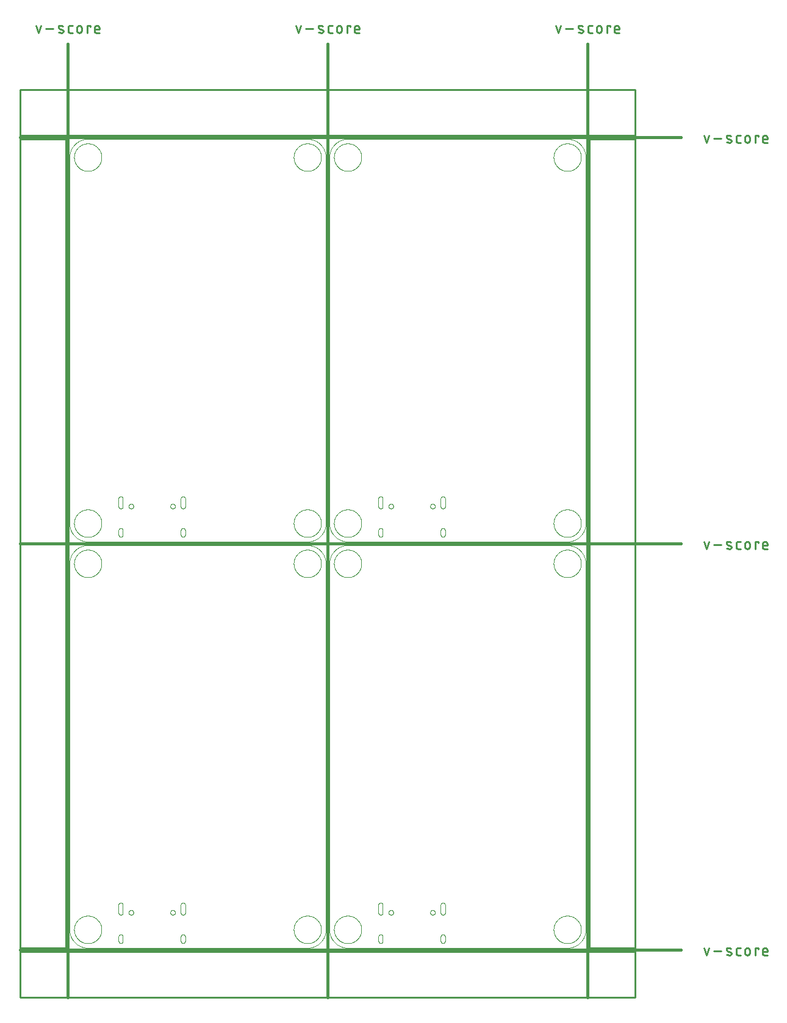
<source format=gko>
G04 EAGLE Gerber RS-274X export*
G75*
%MOMM*%
%FSLAX34Y34*%
%LPD*%
%IN*%
%IPPOS*%
%AMOC8*
5,1,8,0,0,1.08239X$1,22.5*%
G01*
%ADD10C,0.000000*%
%ADD11C,0.381000*%
%ADD12C,0.279400*%
%ADD13C,0.254000*%
%ADD14C,0.010000*%


D10*
X0Y533400D02*
X0Y25400D01*
X7Y24786D01*
X30Y24173D01*
X67Y23560D01*
X119Y22949D01*
X185Y22338D01*
X267Y21730D01*
X363Y21124D01*
X473Y20520D01*
X598Y19919D01*
X738Y19321D01*
X892Y18727D01*
X1061Y18137D01*
X1243Y17551D01*
X1440Y16970D01*
X1651Y16393D01*
X1875Y15822D01*
X2113Y15256D01*
X2365Y14696D01*
X2631Y14143D01*
X2909Y13596D01*
X3201Y13056D01*
X3506Y12523D01*
X3824Y11998D01*
X4154Y11480D01*
X4496Y10971D01*
X4851Y10470D01*
X5218Y9978D01*
X5596Y9495D01*
X5986Y9021D01*
X6388Y8557D01*
X6800Y8102D01*
X7224Y7658D01*
X7658Y7224D01*
X8102Y6800D01*
X8557Y6388D01*
X9021Y5986D01*
X9495Y5596D01*
X9978Y5218D01*
X10470Y4851D01*
X10971Y4496D01*
X11480Y4154D01*
X11998Y3824D01*
X12523Y3506D01*
X13056Y3201D01*
X13596Y2909D01*
X14143Y2631D01*
X14696Y2365D01*
X15256Y2113D01*
X15822Y1875D01*
X16393Y1651D01*
X16970Y1440D01*
X17551Y1243D01*
X18137Y1061D01*
X18727Y892D01*
X19321Y738D01*
X19919Y598D01*
X20520Y473D01*
X21124Y363D01*
X21730Y267D01*
X22338Y185D01*
X22949Y119D01*
X23560Y67D01*
X24173Y30D01*
X24786Y7D01*
X25400Y0D01*
X330200Y0D01*
X330814Y7D01*
X331427Y30D01*
X332040Y67D01*
X332651Y119D01*
X333262Y185D01*
X333870Y267D01*
X334476Y363D01*
X335080Y473D01*
X335681Y598D01*
X336279Y738D01*
X336873Y892D01*
X337463Y1061D01*
X338049Y1243D01*
X338630Y1440D01*
X339207Y1651D01*
X339778Y1875D01*
X340344Y2113D01*
X340904Y2365D01*
X341457Y2631D01*
X342004Y2909D01*
X342544Y3201D01*
X343077Y3506D01*
X343602Y3824D01*
X344120Y4154D01*
X344629Y4496D01*
X345130Y4851D01*
X345622Y5218D01*
X346105Y5596D01*
X346579Y5986D01*
X347043Y6388D01*
X347498Y6800D01*
X347942Y7224D01*
X348376Y7658D01*
X348800Y8102D01*
X349212Y8557D01*
X349614Y9021D01*
X350004Y9495D01*
X350382Y9978D01*
X350749Y10470D01*
X351104Y10971D01*
X351446Y11480D01*
X351776Y11998D01*
X352094Y12523D01*
X352399Y13056D01*
X352691Y13596D01*
X352969Y14143D01*
X353235Y14696D01*
X353487Y15256D01*
X353725Y15822D01*
X353949Y16393D01*
X354160Y16970D01*
X354357Y17551D01*
X354539Y18137D01*
X354708Y18727D01*
X354862Y19321D01*
X355002Y19919D01*
X355127Y20520D01*
X355237Y21124D01*
X355333Y21730D01*
X355415Y22338D01*
X355481Y22949D01*
X355533Y23560D01*
X355570Y24173D01*
X355593Y24786D01*
X355600Y25400D01*
X355600Y533400D01*
X355593Y534014D01*
X355570Y534627D01*
X355533Y535240D01*
X355481Y535851D01*
X355415Y536462D01*
X355333Y537070D01*
X355237Y537676D01*
X355127Y538280D01*
X355002Y538881D01*
X354862Y539479D01*
X354708Y540073D01*
X354539Y540663D01*
X354357Y541249D01*
X354160Y541830D01*
X353949Y542407D01*
X353725Y542978D01*
X353487Y543544D01*
X353235Y544104D01*
X352969Y544657D01*
X352691Y545204D01*
X352399Y545744D01*
X352094Y546277D01*
X351776Y546802D01*
X351446Y547320D01*
X351104Y547829D01*
X350749Y548330D01*
X350382Y548822D01*
X350004Y549305D01*
X349614Y549779D01*
X349212Y550243D01*
X348800Y550698D01*
X348376Y551142D01*
X347942Y551576D01*
X347498Y552000D01*
X347043Y552412D01*
X346579Y552814D01*
X346105Y553204D01*
X345622Y553582D01*
X345130Y553949D01*
X344629Y554304D01*
X344120Y554646D01*
X343602Y554976D01*
X343077Y555294D01*
X342544Y555599D01*
X342004Y555891D01*
X341457Y556169D01*
X340904Y556435D01*
X340344Y556687D01*
X339778Y556925D01*
X339207Y557149D01*
X338630Y557360D01*
X338049Y557557D01*
X337463Y557739D01*
X336873Y557908D01*
X336279Y558062D01*
X335681Y558202D01*
X335080Y558327D01*
X334476Y558437D01*
X333870Y558533D01*
X333262Y558615D01*
X332651Y558681D01*
X332040Y558733D01*
X331427Y558770D01*
X330814Y558793D01*
X330200Y558800D01*
X25400Y558800D01*
X24786Y558793D01*
X24173Y558770D01*
X23560Y558733D01*
X22949Y558681D01*
X22338Y558615D01*
X21730Y558533D01*
X21124Y558437D01*
X20520Y558327D01*
X19919Y558202D01*
X19321Y558062D01*
X18727Y557908D01*
X18137Y557739D01*
X17551Y557557D01*
X16970Y557360D01*
X16393Y557149D01*
X15822Y556925D01*
X15256Y556687D01*
X14696Y556435D01*
X14143Y556169D01*
X13596Y555891D01*
X13056Y555599D01*
X12523Y555294D01*
X11998Y554976D01*
X11480Y554646D01*
X10971Y554304D01*
X10470Y553949D01*
X9978Y553582D01*
X9495Y553204D01*
X9021Y552814D01*
X8557Y552412D01*
X8102Y552000D01*
X7658Y551576D01*
X7224Y551142D01*
X6800Y550698D01*
X6388Y550243D01*
X5986Y549779D01*
X5596Y549305D01*
X5218Y548822D01*
X4851Y548330D01*
X4496Y547829D01*
X4154Y547320D01*
X3824Y546802D01*
X3506Y546277D01*
X3201Y545744D01*
X2909Y545204D01*
X2631Y544657D01*
X2365Y544104D01*
X2113Y543544D01*
X1875Y542978D01*
X1651Y542407D01*
X1440Y541830D01*
X1243Y541249D01*
X1061Y540663D01*
X892Y540073D01*
X738Y539479D01*
X598Y538881D01*
X473Y538280D01*
X363Y537676D01*
X267Y537070D01*
X185Y536462D01*
X119Y535851D01*
X67Y535240D01*
X30Y534627D01*
X7Y534014D01*
X0Y533400D01*
X360680Y533400D02*
X360680Y25400D01*
X360687Y24786D01*
X360710Y24173D01*
X360747Y23560D01*
X360799Y22949D01*
X360865Y22338D01*
X360947Y21730D01*
X361043Y21124D01*
X361153Y20520D01*
X361278Y19919D01*
X361418Y19321D01*
X361572Y18727D01*
X361741Y18137D01*
X361923Y17551D01*
X362120Y16970D01*
X362331Y16393D01*
X362555Y15822D01*
X362793Y15256D01*
X363045Y14696D01*
X363311Y14143D01*
X363589Y13596D01*
X363881Y13056D01*
X364186Y12523D01*
X364504Y11998D01*
X364834Y11480D01*
X365176Y10971D01*
X365531Y10470D01*
X365898Y9978D01*
X366276Y9495D01*
X366666Y9021D01*
X367068Y8557D01*
X367480Y8102D01*
X367904Y7658D01*
X368338Y7224D01*
X368782Y6800D01*
X369237Y6388D01*
X369701Y5986D01*
X370175Y5596D01*
X370658Y5218D01*
X371150Y4851D01*
X371651Y4496D01*
X372160Y4154D01*
X372678Y3824D01*
X373203Y3506D01*
X373736Y3201D01*
X374276Y2909D01*
X374823Y2631D01*
X375376Y2365D01*
X375936Y2113D01*
X376502Y1875D01*
X377073Y1651D01*
X377650Y1440D01*
X378231Y1243D01*
X378817Y1061D01*
X379407Y892D01*
X380001Y738D01*
X380599Y598D01*
X381200Y473D01*
X381804Y363D01*
X382410Y267D01*
X383018Y185D01*
X383629Y119D01*
X384240Y67D01*
X384853Y30D01*
X385466Y7D01*
X386080Y0D01*
X690880Y0D01*
X691494Y7D01*
X692107Y30D01*
X692720Y67D01*
X693331Y119D01*
X693942Y185D01*
X694550Y267D01*
X695156Y363D01*
X695760Y473D01*
X696361Y598D01*
X696959Y738D01*
X697553Y892D01*
X698143Y1061D01*
X698729Y1243D01*
X699310Y1440D01*
X699887Y1651D01*
X700458Y1875D01*
X701024Y2113D01*
X701584Y2365D01*
X702137Y2631D01*
X702684Y2909D01*
X703224Y3201D01*
X703757Y3506D01*
X704282Y3824D01*
X704800Y4154D01*
X705309Y4496D01*
X705810Y4851D01*
X706302Y5218D01*
X706785Y5596D01*
X707259Y5986D01*
X707723Y6388D01*
X708178Y6800D01*
X708622Y7224D01*
X709056Y7658D01*
X709480Y8102D01*
X709892Y8557D01*
X710294Y9021D01*
X710684Y9495D01*
X711062Y9978D01*
X711429Y10470D01*
X711784Y10971D01*
X712126Y11480D01*
X712456Y11998D01*
X712774Y12523D01*
X713079Y13056D01*
X713371Y13596D01*
X713649Y14143D01*
X713915Y14696D01*
X714167Y15256D01*
X714405Y15822D01*
X714629Y16393D01*
X714840Y16970D01*
X715037Y17551D01*
X715219Y18137D01*
X715388Y18727D01*
X715542Y19321D01*
X715682Y19919D01*
X715807Y20520D01*
X715917Y21124D01*
X716013Y21730D01*
X716095Y22338D01*
X716161Y22949D01*
X716213Y23560D01*
X716250Y24173D01*
X716273Y24786D01*
X716280Y25400D01*
X716280Y533400D01*
X716273Y534014D01*
X716250Y534627D01*
X716213Y535240D01*
X716161Y535851D01*
X716095Y536462D01*
X716013Y537070D01*
X715917Y537676D01*
X715807Y538280D01*
X715682Y538881D01*
X715542Y539479D01*
X715388Y540073D01*
X715219Y540663D01*
X715037Y541249D01*
X714840Y541830D01*
X714629Y542407D01*
X714405Y542978D01*
X714167Y543544D01*
X713915Y544104D01*
X713649Y544657D01*
X713371Y545204D01*
X713079Y545744D01*
X712774Y546277D01*
X712456Y546802D01*
X712126Y547320D01*
X711784Y547829D01*
X711429Y548330D01*
X711062Y548822D01*
X710684Y549305D01*
X710294Y549779D01*
X709892Y550243D01*
X709480Y550698D01*
X709056Y551142D01*
X708622Y551576D01*
X708178Y552000D01*
X707723Y552412D01*
X707259Y552814D01*
X706785Y553204D01*
X706302Y553582D01*
X705810Y553949D01*
X705309Y554304D01*
X704800Y554646D01*
X704282Y554976D01*
X703757Y555294D01*
X703224Y555599D01*
X702684Y555891D01*
X702137Y556169D01*
X701584Y556435D01*
X701024Y556687D01*
X700458Y556925D01*
X699887Y557149D01*
X699310Y557360D01*
X698729Y557557D01*
X698143Y557739D01*
X697553Y557908D01*
X696959Y558062D01*
X696361Y558202D01*
X695760Y558327D01*
X695156Y558437D01*
X694550Y558533D01*
X693942Y558615D01*
X693331Y558681D01*
X692720Y558733D01*
X692107Y558770D01*
X691494Y558793D01*
X690880Y558800D01*
X386080Y558800D01*
X385466Y558793D01*
X384853Y558770D01*
X384240Y558733D01*
X383629Y558681D01*
X383018Y558615D01*
X382410Y558533D01*
X381804Y558437D01*
X381200Y558327D01*
X380599Y558202D01*
X380001Y558062D01*
X379407Y557908D01*
X378817Y557739D01*
X378231Y557557D01*
X377650Y557360D01*
X377073Y557149D01*
X376502Y556925D01*
X375936Y556687D01*
X375376Y556435D01*
X374823Y556169D01*
X374276Y555891D01*
X373736Y555599D01*
X373203Y555294D01*
X372678Y554976D01*
X372160Y554646D01*
X371651Y554304D01*
X371150Y553949D01*
X370658Y553582D01*
X370175Y553204D01*
X369701Y552814D01*
X369237Y552412D01*
X368782Y552000D01*
X368338Y551576D01*
X367904Y551142D01*
X367480Y550698D01*
X367068Y550243D01*
X366666Y549779D01*
X366276Y549305D01*
X365898Y548822D01*
X365531Y548330D01*
X365176Y547829D01*
X364834Y547320D01*
X364504Y546802D01*
X364186Y546277D01*
X363881Y545744D01*
X363589Y545204D01*
X363311Y544657D01*
X363045Y544104D01*
X362793Y543544D01*
X362555Y542978D01*
X362331Y542407D01*
X362120Y541830D01*
X361923Y541249D01*
X361741Y540663D01*
X361572Y540073D01*
X361418Y539479D01*
X361278Y538881D01*
X361153Y538280D01*
X361043Y537676D01*
X360947Y537070D01*
X360865Y536462D01*
X360799Y535851D01*
X360747Y535240D01*
X360710Y534627D01*
X360687Y534014D01*
X360680Y533400D01*
X0Y589280D02*
X0Y1097280D01*
X0Y589280D02*
X7Y588666D01*
X30Y588053D01*
X67Y587440D01*
X119Y586829D01*
X185Y586218D01*
X267Y585610D01*
X363Y585004D01*
X473Y584400D01*
X598Y583799D01*
X738Y583201D01*
X892Y582607D01*
X1061Y582017D01*
X1243Y581431D01*
X1440Y580850D01*
X1651Y580273D01*
X1875Y579702D01*
X2113Y579136D01*
X2365Y578576D01*
X2631Y578023D01*
X2909Y577476D01*
X3201Y576936D01*
X3506Y576403D01*
X3824Y575878D01*
X4154Y575360D01*
X4496Y574851D01*
X4851Y574350D01*
X5218Y573858D01*
X5596Y573375D01*
X5986Y572901D01*
X6388Y572437D01*
X6800Y571982D01*
X7224Y571538D01*
X7658Y571104D01*
X8102Y570680D01*
X8557Y570268D01*
X9021Y569866D01*
X9495Y569476D01*
X9978Y569098D01*
X10470Y568731D01*
X10971Y568376D01*
X11480Y568034D01*
X11998Y567704D01*
X12523Y567386D01*
X13056Y567081D01*
X13596Y566789D01*
X14143Y566511D01*
X14696Y566245D01*
X15256Y565993D01*
X15822Y565755D01*
X16393Y565531D01*
X16970Y565320D01*
X17551Y565123D01*
X18137Y564941D01*
X18727Y564772D01*
X19321Y564618D01*
X19919Y564478D01*
X20520Y564353D01*
X21124Y564243D01*
X21730Y564147D01*
X22338Y564065D01*
X22949Y563999D01*
X23560Y563947D01*
X24173Y563910D01*
X24786Y563887D01*
X25400Y563880D01*
X330200Y563880D01*
X330814Y563887D01*
X331427Y563910D01*
X332040Y563947D01*
X332651Y563999D01*
X333262Y564065D01*
X333870Y564147D01*
X334476Y564243D01*
X335080Y564353D01*
X335681Y564478D01*
X336279Y564618D01*
X336873Y564772D01*
X337463Y564941D01*
X338049Y565123D01*
X338630Y565320D01*
X339207Y565531D01*
X339778Y565755D01*
X340344Y565993D01*
X340904Y566245D01*
X341457Y566511D01*
X342004Y566789D01*
X342544Y567081D01*
X343077Y567386D01*
X343602Y567704D01*
X344120Y568034D01*
X344629Y568376D01*
X345130Y568731D01*
X345622Y569098D01*
X346105Y569476D01*
X346579Y569866D01*
X347043Y570268D01*
X347498Y570680D01*
X347942Y571104D01*
X348376Y571538D01*
X348800Y571982D01*
X349212Y572437D01*
X349614Y572901D01*
X350004Y573375D01*
X350382Y573858D01*
X350749Y574350D01*
X351104Y574851D01*
X351446Y575360D01*
X351776Y575878D01*
X352094Y576403D01*
X352399Y576936D01*
X352691Y577476D01*
X352969Y578023D01*
X353235Y578576D01*
X353487Y579136D01*
X353725Y579702D01*
X353949Y580273D01*
X354160Y580850D01*
X354357Y581431D01*
X354539Y582017D01*
X354708Y582607D01*
X354862Y583201D01*
X355002Y583799D01*
X355127Y584400D01*
X355237Y585004D01*
X355333Y585610D01*
X355415Y586218D01*
X355481Y586829D01*
X355533Y587440D01*
X355570Y588053D01*
X355593Y588666D01*
X355600Y589280D01*
X355600Y1097280D01*
X355593Y1097894D01*
X355570Y1098507D01*
X355533Y1099120D01*
X355481Y1099731D01*
X355415Y1100342D01*
X355333Y1100950D01*
X355237Y1101556D01*
X355127Y1102160D01*
X355002Y1102761D01*
X354862Y1103359D01*
X354708Y1103953D01*
X354539Y1104543D01*
X354357Y1105129D01*
X354160Y1105710D01*
X353949Y1106287D01*
X353725Y1106858D01*
X353487Y1107424D01*
X353235Y1107984D01*
X352969Y1108537D01*
X352691Y1109084D01*
X352399Y1109624D01*
X352094Y1110157D01*
X351776Y1110682D01*
X351446Y1111200D01*
X351104Y1111709D01*
X350749Y1112210D01*
X350382Y1112702D01*
X350004Y1113185D01*
X349614Y1113659D01*
X349212Y1114123D01*
X348800Y1114578D01*
X348376Y1115022D01*
X347942Y1115456D01*
X347498Y1115880D01*
X347043Y1116292D01*
X346579Y1116694D01*
X346105Y1117084D01*
X345622Y1117462D01*
X345130Y1117829D01*
X344629Y1118184D01*
X344120Y1118526D01*
X343602Y1118856D01*
X343077Y1119174D01*
X342544Y1119479D01*
X342004Y1119771D01*
X341457Y1120049D01*
X340904Y1120315D01*
X340344Y1120567D01*
X339778Y1120805D01*
X339207Y1121029D01*
X338630Y1121240D01*
X338049Y1121437D01*
X337463Y1121619D01*
X336873Y1121788D01*
X336279Y1121942D01*
X335681Y1122082D01*
X335080Y1122207D01*
X334476Y1122317D01*
X333870Y1122413D01*
X333262Y1122495D01*
X332651Y1122561D01*
X332040Y1122613D01*
X331427Y1122650D01*
X330814Y1122673D01*
X330200Y1122680D01*
X25400Y1122680D01*
X24786Y1122673D01*
X24173Y1122650D01*
X23560Y1122613D01*
X22949Y1122561D01*
X22338Y1122495D01*
X21730Y1122413D01*
X21124Y1122317D01*
X20520Y1122207D01*
X19919Y1122082D01*
X19321Y1121942D01*
X18727Y1121788D01*
X18137Y1121619D01*
X17551Y1121437D01*
X16970Y1121240D01*
X16393Y1121029D01*
X15822Y1120805D01*
X15256Y1120567D01*
X14696Y1120315D01*
X14143Y1120049D01*
X13596Y1119771D01*
X13056Y1119479D01*
X12523Y1119174D01*
X11998Y1118856D01*
X11480Y1118526D01*
X10971Y1118184D01*
X10470Y1117829D01*
X9978Y1117462D01*
X9495Y1117084D01*
X9021Y1116694D01*
X8557Y1116292D01*
X8102Y1115880D01*
X7658Y1115456D01*
X7224Y1115022D01*
X6800Y1114578D01*
X6388Y1114123D01*
X5986Y1113659D01*
X5596Y1113185D01*
X5218Y1112702D01*
X4851Y1112210D01*
X4496Y1111709D01*
X4154Y1111200D01*
X3824Y1110682D01*
X3506Y1110157D01*
X3201Y1109624D01*
X2909Y1109084D01*
X2631Y1108537D01*
X2365Y1107984D01*
X2113Y1107424D01*
X1875Y1106858D01*
X1651Y1106287D01*
X1440Y1105710D01*
X1243Y1105129D01*
X1061Y1104543D01*
X892Y1103953D01*
X738Y1103359D01*
X598Y1102761D01*
X473Y1102160D01*
X363Y1101556D01*
X267Y1100950D01*
X185Y1100342D01*
X119Y1099731D01*
X67Y1099120D01*
X30Y1098507D01*
X7Y1097894D01*
X0Y1097280D01*
X360680Y1097280D02*
X360680Y589280D01*
X360687Y588666D01*
X360710Y588053D01*
X360747Y587440D01*
X360799Y586829D01*
X360865Y586218D01*
X360947Y585610D01*
X361043Y585004D01*
X361153Y584400D01*
X361278Y583799D01*
X361418Y583201D01*
X361572Y582607D01*
X361741Y582017D01*
X361923Y581431D01*
X362120Y580850D01*
X362331Y580273D01*
X362555Y579702D01*
X362793Y579136D01*
X363045Y578576D01*
X363311Y578023D01*
X363589Y577476D01*
X363881Y576936D01*
X364186Y576403D01*
X364504Y575878D01*
X364834Y575360D01*
X365176Y574851D01*
X365531Y574350D01*
X365898Y573858D01*
X366276Y573375D01*
X366666Y572901D01*
X367068Y572437D01*
X367480Y571982D01*
X367904Y571538D01*
X368338Y571104D01*
X368782Y570680D01*
X369237Y570268D01*
X369701Y569866D01*
X370175Y569476D01*
X370658Y569098D01*
X371150Y568731D01*
X371651Y568376D01*
X372160Y568034D01*
X372678Y567704D01*
X373203Y567386D01*
X373736Y567081D01*
X374276Y566789D01*
X374823Y566511D01*
X375376Y566245D01*
X375936Y565993D01*
X376502Y565755D01*
X377073Y565531D01*
X377650Y565320D01*
X378231Y565123D01*
X378817Y564941D01*
X379407Y564772D01*
X380001Y564618D01*
X380599Y564478D01*
X381200Y564353D01*
X381804Y564243D01*
X382410Y564147D01*
X383018Y564065D01*
X383629Y563999D01*
X384240Y563947D01*
X384853Y563910D01*
X385466Y563887D01*
X386080Y563880D01*
X690880Y563880D01*
X691494Y563887D01*
X692107Y563910D01*
X692720Y563947D01*
X693331Y563999D01*
X693942Y564065D01*
X694550Y564147D01*
X695156Y564243D01*
X695760Y564353D01*
X696361Y564478D01*
X696959Y564618D01*
X697553Y564772D01*
X698143Y564941D01*
X698729Y565123D01*
X699310Y565320D01*
X699887Y565531D01*
X700458Y565755D01*
X701024Y565993D01*
X701584Y566245D01*
X702137Y566511D01*
X702684Y566789D01*
X703224Y567081D01*
X703757Y567386D01*
X704282Y567704D01*
X704800Y568034D01*
X705309Y568376D01*
X705810Y568731D01*
X706302Y569098D01*
X706785Y569476D01*
X707259Y569866D01*
X707723Y570268D01*
X708178Y570680D01*
X708622Y571104D01*
X709056Y571538D01*
X709480Y571982D01*
X709892Y572437D01*
X710294Y572901D01*
X710684Y573375D01*
X711062Y573858D01*
X711429Y574350D01*
X711784Y574851D01*
X712126Y575360D01*
X712456Y575878D01*
X712774Y576403D01*
X713079Y576936D01*
X713371Y577476D01*
X713649Y578023D01*
X713915Y578576D01*
X714167Y579136D01*
X714405Y579702D01*
X714629Y580273D01*
X714840Y580850D01*
X715037Y581431D01*
X715219Y582017D01*
X715388Y582607D01*
X715542Y583201D01*
X715682Y583799D01*
X715807Y584400D01*
X715917Y585004D01*
X716013Y585610D01*
X716095Y586218D01*
X716161Y586829D01*
X716213Y587440D01*
X716250Y588053D01*
X716273Y588666D01*
X716280Y589280D01*
X716280Y1097280D01*
X716273Y1097894D01*
X716250Y1098507D01*
X716213Y1099120D01*
X716161Y1099731D01*
X716095Y1100342D01*
X716013Y1100950D01*
X715917Y1101556D01*
X715807Y1102160D01*
X715682Y1102761D01*
X715542Y1103359D01*
X715388Y1103953D01*
X715219Y1104543D01*
X715037Y1105129D01*
X714840Y1105710D01*
X714629Y1106287D01*
X714405Y1106858D01*
X714167Y1107424D01*
X713915Y1107984D01*
X713649Y1108537D01*
X713371Y1109084D01*
X713079Y1109624D01*
X712774Y1110157D01*
X712456Y1110682D01*
X712126Y1111200D01*
X711784Y1111709D01*
X711429Y1112210D01*
X711062Y1112702D01*
X710684Y1113185D01*
X710294Y1113659D01*
X709892Y1114123D01*
X709480Y1114578D01*
X709056Y1115022D01*
X708622Y1115456D01*
X708178Y1115880D01*
X707723Y1116292D01*
X707259Y1116694D01*
X706785Y1117084D01*
X706302Y1117462D01*
X705810Y1117829D01*
X705309Y1118184D01*
X704800Y1118526D01*
X704282Y1118856D01*
X703757Y1119174D01*
X703224Y1119479D01*
X702684Y1119771D01*
X702137Y1120049D01*
X701584Y1120315D01*
X701024Y1120567D01*
X700458Y1120805D01*
X699887Y1121029D01*
X699310Y1121240D01*
X698729Y1121437D01*
X698143Y1121619D01*
X697553Y1121788D01*
X696959Y1121942D01*
X696361Y1122082D01*
X695760Y1122207D01*
X695156Y1122317D01*
X694550Y1122413D01*
X693942Y1122495D01*
X693331Y1122561D01*
X692720Y1122613D01*
X692107Y1122650D01*
X691494Y1122673D01*
X690880Y1122680D01*
X386080Y1122680D01*
X385466Y1122673D01*
X384853Y1122650D01*
X384240Y1122613D01*
X383629Y1122561D01*
X383018Y1122495D01*
X382410Y1122413D01*
X381804Y1122317D01*
X381200Y1122207D01*
X380599Y1122082D01*
X380001Y1121942D01*
X379407Y1121788D01*
X378817Y1121619D01*
X378231Y1121437D01*
X377650Y1121240D01*
X377073Y1121029D01*
X376502Y1120805D01*
X375936Y1120567D01*
X375376Y1120315D01*
X374823Y1120049D01*
X374276Y1119771D01*
X373736Y1119479D01*
X373203Y1119174D01*
X372678Y1118856D01*
X372160Y1118526D01*
X371651Y1118184D01*
X371150Y1117829D01*
X370658Y1117462D01*
X370175Y1117084D01*
X369701Y1116694D01*
X369237Y1116292D01*
X368782Y1115880D01*
X368338Y1115456D01*
X367904Y1115022D01*
X367480Y1114578D01*
X367068Y1114123D01*
X366666Y1113659D01*
X366276Y1113185D01*
X365898Y1112702D01*
X365531Y1112210D01*
X365176Y1111709D01*
X364834Y1111200D01*
X364504Y1110682D01*
X364186Y1110157D01*
X363881Y1109624D01*
X363589Y1109084D01*
X363311Y1108537D01*
X363045Y1107984D01*
X362793Y1107424D01*
X362555Y1106858D01*
X362331Y1106287D01*
X362120Y1105710D01*
X361923Y1105129D01*
X361741Y1104543D01*
X361572Y1103953D01*
X361418Y1103359D01*
X361278Y1102761D01*
X361153Y1102160D01*
X361043Y1101556D01*
X360947Y1100950D01*
X360865Y1100342D01*
X360799Y1099731D01*
X360747Y1099120D01*
X360710Y1098507D01*
X360687Y1097894D01*
X360680Y1097280D01*
D11*
X-2540Y1254760D02*
X-2540Y-68580D01*
D12*
X-42921Y1270127D02*
X-46251Y1280118D01*
X-39590Y1280118D02*
X-42921Y1270127D01*
X-32806Y1275955D02*
X-22815Y1275955D01*
X-14261Y1275955D02*
X-10098Y1274290D01*
X-14261Y1275954D02*
X-14346Y1275990D01*
X-14429Y1276030D01*
X-14510Y1276073D01*
X-14590Y1276120D01*
X-14667Y1276170D01*
X-14743Y1276223D01*
X-14816Y1276279D01*
X-14886Y1276339D01*
X-14954Y1276401D01*
X-15019Y1276466D01*
X-15081Y1276534D01*
X-15141Y1276605D01*
X-15197Y1276678D01*
X-15250Y1276753D01*
X-15300Y1276831D01*
X-15346Y1276910D01*
X-15389Y1276992D01*
X-15429Y1277075D01*
X-15465Y1277160D01*
X-15497Y1277246D01*
X-15526Y1277334D01*
X-15550Y1277423D01*
X-15571Y1277513D01*
X-15588Y1277603D01*
X-15602Y1277694D01*
X-15611Y1277786D01*
X-15616Y1277878D01*
X-15618Y1277970D01*
X-15616Y1278062D01*
X-15609Y1278154D01*
X-15599Y1278246D01*
X-15585Y1278337D01*
X-15567Y1278428D01*
X-15545Y1278517D01*
X-15519Y1278606D01*
X-15489Y1278693D01*
X-15456Y1278779D01*
X-15419Y1278863D01*
X-15379Y1278946D01*
X-15335Y1279027D01*
X-15288Y1279106D01*
X-15237Y1279183D01*
X-15183Y1279258D01*
X-15126Y1279331D01*
X-15066Y1279401D01*
X-15003Y1279468D01*
X-14937Y1279532D01*
X-14869Y1279594D01*
X-14798Y1279653D01*
X-14724Y1279708D01*
X-14648Y1279761D01*
X-14570Y1279810D01*
X-14490Y1279856D01*
X-14409Y1279898D01*
X-14325Y1279937D01*
X-14240Y1279972D01*
X-14153Y1280003D01*
X-14065Y1280031D01*
X-13976Y1280055D01*
X-13886Y1280075D01*
X-13796Y1280092D01*
X-13704Y1280104D01*
X-13612Y1280113D01*
X-13520Y1280117D01*
X-13428Y1280118D01*
X-13201Y1280112D01*
X-12974Y1280101D01*
X-12747Y1280084D01*
X-12521Y1280061D01*
X-12295Y1280034D01*
X-12070Y1280000D01*
X-11846Y1279962D01*
X-11623Y1279918D01*
X-11401Y1279869D01*
X-11180Y1279814D01*
X-10961Y1279754D01*
X-10743Y1279689D01*
X-10527Y1279618D01*
X-10313Y1279543D01*
X-10100Y1279462D01*
X-9890Y1279376D01*
X-9681Y1279285D01*
X-10098Y1274290D02*
X-10013Y1274254D01*
X-9930Y1274214D01*
X-9849Y1274171D01*
X-9769Y1274124D01*
X-9692Y1274074D01*
X-9616Y1274021D01*
X-9543Y1273965D01*
X-9473Y1273905D01*
X-9405Y1273843D01*
X-9340Y1273778D01*
X-9278Y1273710D01*
X-9218Y1273639D01*
X-9162Y1273566D01*
X-9109Y1273491D01*
X-9059Y1273413D01*
X-9013Y1273334D01*
X-8970Y1273252D01*
X-8930Y1273169D01*
X-8894Y1273084D01*
X-8862Y1272998D01*
X-8833Y1272910D01*
X-8809Y1272821D01*
X-8788Y1272731D01*
X-8771Y1272641D01*
X-8757Y1272550D01*
X-8748Y1272458D01*
X-8743Y1272366D01*
X-8741Y1272274D01*
X-8743Y1272182D01*
X-8750Y1272090D01*
X-8760Y1271998D01*
X-8774Y1271907D01*
X-8792Y1271816D01*
X-8814Y1271727D01*
X-8840Y1271638D01*
X-8870Y1271551D01*
X-8903Y1271465D01*
X-8940Y1271381D01*
X-8980Y1271298D01*
X-9024Y1271217D01*
X-9071Y1271138D01*
X-9122Y1271061D01*
X-9176Y1270986D01*
X-9233Y1270913D01*
X-9293Y1270843D01*
X-9356Y1270776D01*
X-9422Y1270712D01*
X-9490Y1270650D01*
X-9561Y1270591D01*
X-9635Y1270536D01*
X-9711Y1270483D01*
X-9789Y1270434D01*
X-9869Y1270388D01*
X-9950Y1270346D01*
X-10034Y1270307D01*
X-10119Y1270272D01*
X-10206Y1270241D01*
X-10294Y1270213D01*
X-10383Y1270189D01*
X-10473Y1270169D01*
X-10563Y1270152D01*
X-10655Y1270140D01*
X-10747Y1270131D01*
X-10839Y1270127D01*
X-10931Y1270126D01*
X-10931Y1270127D02*
X-11265Y1270136D01*
X-11598Y1270153D01*
X-11931Y1270177D01*
X-12264Y1270210D01*
X-12595Y1270250D01*
X-12926Y1270298D01*
X-13255Y1270354D01*
X-13583Y1270417D01*
X-13909Y1270489D01*
X-14233Y1270568D01*
X-14556Y1270654D01*
X-14876Y1270749D01*
X-15194Y1270851D01*
X-15510Y1270960D01*
X562Y1270127D02*
X3892Y1270127D01*
X562Y1270127D02*
X464Y1270129D01*
X366Y1270135D01*
X268Y1270144D01*
X171Y1270158D01*
X75Y1270175D01*
X-21Y1270196D01*
X-116Y1270221D01*
X-210Y1270249D01*
X-303Y1270281D01*
X-394Y1270317D01*
X-484Y1270356D01*
X-572Y1270399D01*
X-659Y1270446D01*
X-743Y1270495D01*
X-826Y1270548D01*
X-906Y1270604D01*
X-985Y1270663D01*
X-1060Y1270726D01*
X-1134Y1270791D01*
X-1204Y1270859D01*
X-1272Y1270929D01*
X-1338Y1271003D01*
X-1400Y1271079D01*
X-1459Y1271157D01*
X-1515Y1271237D01*
X-1568Y1271320D01*
X-1618Y1271404D01*
X-1664Y1271491D01*
X-1707Y1271579D01*
X-1746Y1271669D01*
X-1782Y1271760D01*
X-1814Y1271853D01*
X-1842Y1271947D01*
X-1867Y1272042D01*
X-1888Y1272138D01*
X-1905Y1272234D01*
X-1919Y1272331D01*
X-1928Y1272429D01*
X-1934Y1272527D01*
X-1936Y1272625D01*
X-1936Y1277620D01*
X-1934Y1277718D01*
X-1928Y1277816D01*
X-1919Y1277914D01*
X-1905Y1278011D01*
X-1888Y1278107D01*
X-1867Y1278203D01*
X-1842Y1278298D01*
X-1814Y1278392D01*
X-1782Y1278485D01*
X-1746Y1278576D01*
X-1707Y1278666D01*
X-1664Y1278754D01*
X-1617Y1278841D01*
X-1568Y1278925D01*
X-1515Y1279008D01*
X-1459Y1279088D01*
X-1400Y1279166D01*
X-1337Y1279242D01*
X-1272Y1279316D01*
X-1204Y1279386D01*
X-1134Y1279454D01*
X-1060Y1279519D01*
X-984Y1279582D01*
X-906Y1279641D01*
X-826Y1279697D01*
X-743Y1279750D01*
X-659Y1279799D01*
X-572Y1279846D01*
X-484Y1279889D01*
X-394Y1279928D01*
X-303Y1279964D01*
X-210Y1279996D01*
X-116Y1280024D01*
X-21Y1280049D01*
X75Y1280070D01*
X171Y1280087D01*
X268Y1280101D01*
X366Y1280110D01*
X464Y1280116D01*
X562Y1280118D01*
X3892Y1280118D01*
X10022Y1276787D02*
X10022Y1273457D01*
X10022Y1276787D02*
X10024Y1276901D01*
X10030Y1277014D01*
X10039Y1277128D01*
X10053Y1277240D01*
X10070Y1277353D01*
X10092Y1277465D01*
X10117Y1277575D01*
X10145Y1277685D01*
X10178Y1277794D01*
X10214Y1277902D01*
X10254Y1278009D01*
X10298Y1278114D01*
X10345Y1278217D01*
X10395Y1278319D01*
X10449Y1278419D01*
X10507Y1278517D01*
X10568Y1278613D01*
X10631Y1278707D01*
X10699Y1278799D01*
X10769Y1278889D01*
X10842Y1278975D01*
X10918Y1279060D01*
X10997Y1279142D01*
X11079Y1279221D01*
X11164Y1279297D01*
X11250Y1279370D01*
X11340Y1279440D01*
X11432Y1279508D01*
X11526Y1279571D01*
X11622Y1279632D01*
X11720Y1279690D01*
X11820Y1279744D01*
X11922Y1279794D01*
X12025Y1279841D01*
X12130Y1279885D01*
X12237Y1279925D01*
X12345Y1279961D01*
X12454Y1279994D01*
X12564Y1280022D01*
X12674Y1280047D01*
X12786Y1280069D01*
X12899Y1280086D01*
X13011Y1280100D01*
X13125Y1280109D01*
X13238Y1280115D01*
X13352Y1280117D01*
X13466Y1280115D01*
X13579Y1280109D01*
X13693Y1280100D01*
X13805Y1280086D01*
X13918Y1280069D01*
X14030Y1280047D01*
X14140Y1280022D01*
X14250Y1279994D01*
X14359Y1279961D01*
X14467Y1279925D01*
X14574Y1279885D01*
X14679Y1279841D01*
X14782Y1279794D01*
X14884Y1279744D01*
X14984Y1279690D01*
X15082Y1279632D01*
X15178Y1279571D01*
X15272Y1279508D01*
X15364Y1279440D01*
X15454Y1279370D01*
X15540Y1279297D01*
X15625Y1279221D01*
X15707Y1279142D01*
X15786Y1279060D01*
X15862Y1278975D01*
X15935Y1278889D01*
X16005Y1278799D01*
X16073Y1278707D01*
X16136Y1278613D01*
X16197Y1278517D01*
X16255Y1278419D01*
X16309Y1278319D01*
X16359Y1278217D01*
X16406Y1278114D01*
X16450Y1278009D01*
X16490Y1277902D01*
X16526Y1277794D01*
X16559Y1277685D01*
X16587Y1277575D01*
X16612Y1277465D01*
X16634Y1277353D01*
X16651Y1277240D01*
X16665Y1277128D01*
X16674Y1277014D01*
X16680Y1276901D01*
X16682Y1276787D01*
X16682Y1273457D01*
X16680Y1273343D01*
X16674Y1273230D01*
X16665Y1273116D01*
X16651Y1273004D01*
X16634Y1272891D01*
X16612Y1272779D01*
X16587Y1272669D01*
X16559Y1272559D01*
X16526Y1272450D01*
X16490Y1272342D01*
X16450Y1272235D01*
X16406Y1272130D01*
X16359Y1272027D01*
X16309Y1271925D01*
X16255Y1271825D01*
X16197Y1271727D01*
X16136Y1271631D01*
X16073Y1271537D01*
X16005Y1271445D01*
X15935Y1271355D01*
X15862Y1271269D01*
X15786Y1271184D01*
X15707Y1271102D01*
X15625Y1271023D01*
X15540Y1270947D01*
X15454Y1270874D01*
X15364Y1270804D01*
X15272Y1270736D01*
X15178Y1270673D01*
X15082Y1270612D01*
X14984Y1270554D01*
X14884Y1270500D01*
X14782Y1270450D01*
X14679Y1270403D01*
X14574Y1270359D01*
X14467Y1270319D01*
X14359Y1270283D01*
X14250Y1270250D01*
X14140Y1270222D01*
X14030Y1270197D01*
X13918Y1270175D01*
X13805Y1270158D01*
X13693Y1270144D01*
X13579Y1270135D01*
X13466Y1270129D01*
X13352Y1270127D01*
X13238Y1270129D01*
X13125Y1270135D01*
X13011Y1270144D01*
X12899Y1270158D01*
X12786Y1270175D01*
X12674Y1270197D01*
X12564Y1270222D01*
X12454Y1270250D01*
X12345Y1270283D01*
X12237Y1270319D01*
X12130Y1270359D01*
X12025Y1270403D01*
X11922Y1270450D01*
X11820Y1270500D01*
X11720Y1270554D01*
X11622Y1270612D01*
X11526Y1270673D01*
X11432Y1270736D01*
X11340Y1270804D01*
X11250Y1270874D01*
X11164Y1270947D01*
X11079Y1271023D01*
X10997Y1271102D01*
X10918Y1271184D01*
X10842Y1271269D01*
X10769Y1271355D01*
X10699Y1271445D01*
X10631Y1271537D01*
X10568Y1271631D01*
X10507Y1271727D01*
X10449Y1271825D01*
X10395Y1271925D01*
X10345Y1272027D01*
X10298Y1272130D01*
X10254Y1272235D01*
X10214Y1272342D01*
X10178Y1272450D01*
X10145Y1272559D01*
X10117Y1272669D01*
X10092Y1272779D01*
X10070Y1272891D01*
X10053Y1273004D01*
X10039Y1273116D01*
X10030Y1273230D01*
X10024Y1273343D01*
X10022Y1273457D01*
X24218Y1270127D02*
X24218Y1280118D01*
X29213Y1280118D01*
X29213Y1278453D01*
X37008Y1270127D02*
X41171Y1270127D01*
X37008Y1270127D02*
X36910Y1270129D01*
X36812Y1270135D01*
X36714Y1270144D01*
X36617Y1270158D01*
X36521Y1270175D01*
X36425Y1270196D01*
X36330Y1270221D01*
X36236Y1270249D01*
X36143Y1270281D01*
X36052Y1270317D01*
X35962Y1270356D01*
X35874Y1270399D01*
X35787Y1270446D01*
X35703Y1270495D01*
X35620Y1270548D01*
X35540Y1270604D01*
X35462Y1270663D01*
X35386Y1270726D01*
X35312Y1270791D01*
X35242Y1270859D01*
X35174Y1270929D01*
X35109Y1271003D01*
X35046Y1271079D01*
X34987Y1271157D01*
X34931Y1271237D01*
X34878Y1271320D01*
X34829Y1271404D01*
X34782Y1271491D01*
X34739Y1271579D01*
X34700Y1271669D01*
X34664Y1271760D01*
X34632Y1271853D01*
X34604Y1271947D01*
X34579Y1272042D01*
X34558Y1272138D01*
X34541Y1272234D01*
X34527Y1272331D01*
X34518Y1272429D01*
X34512Y1272527D01*
X34510Y1272625D01*
X34510Y1276787D01*
X34511Y1276787D02*
X34513Y1276901D01*
X34519Y1277014D01*
X34528Y1277128D01*
X34542Y1277240D01*
X34559Y1277353D01*
X34581Y1277465D01*
X34606Y1277575D01*
X34634Y1277685D01*
X34667Y1277794D01*
X34703Y1277902D01*
X34743Y1278009D01*
X34787Y1278114D01*
X34834Y1278217D01*
X34884Y1278319D01*
X34938Y1278419D01*
X34996Y1278517D01*
X35057Y1278613D01*
X35120Y1278707D01*
X35188Y1278799D01*
X35258Y1278889D01*
X35331Y1278975D01*
X35407Y1279060D01*
X35486Y1279142D01*
X35568Y1279221D01*
X35653Y1279297D01*
X35739Y1279370D01*
X35829Y1279440D01*
X35921Y1279508D01*
X36015Y1279571D01*
X36111Y1279632D01*
X36209Y1279690D01*
X36309Y1279744D01*
X36411Y1279794D01*
X36514Y1279841D01*
X36619Y1279885D01*
X36726Y1279925D01*
X36834Y1279961D01*
X36943Y1279994D01*
X37053Y1280022D01*
X37163Y1280047D01*
X37275Y1280069D01*
X37388Y1280086D01*
X37500Y1280100D01*
X37614Y1280109D01*
X37727Y1280115D01*
X37841Y1280117D01*
X37955Y1280115D01*
X38068Y1280109D01*
X38182Y1280100D01*
X38294Y1280086D01*
X38407Y1280069D01*
X38519Y1280047D01*
X38629Y1280022D01*
X38739Y1279994D01*
X38848Y1279961D01*
X38956Y1279925D01*
X39063Y1279885D01*
X39168Y1279841D01*
X39271Y1279794D01*
X39373Y1279744D01*
X39473Y1279690D01*
X39571Y1279632D01*
X39667Y1279571D01*
X39761Y1279508D01*
X39853Y1279440D01*
X39943Y1279370D01*
X40029Y1279297D01*
X40114Y1279221D01*
X40196Y1279142D01*
X40275Y1279060D01*
X40351Y1278975D01*
X40424Y1278889D01*
X40494Y1278799D01*
X40562Y1278707D01*
X40625Y1278613D01*
X40686Y1278517D01*
X40744Y1278419D01*
X40798Y1278319D01*
X40848Y1278217D01*
X40895Y1278114D01*
X40939Y1278009D01*
X40979Y1277902D01*
X41015Y1277794D01*
X41048Y1277685D01*
X41076Y1277575D01*
X41101Y1277465D01*
X41123Y1277353D01*
X41140Y1277240D01*
X41154Y1277128D01*
X41163Y1277014D01*
X41169Y1276901D01*
X41171Y1276787D01*
X41171Y1275122D01*
X34510Y1275122D01*
D11*
X358140Y1254760D02*
X358140Y-68580D01*
D12*
X317759Y1270127D02*
X314429Y1280118D01*
X321090Y1280118D02*
X317759Y1270127D01*
X327874Y1275955D02*
X337865Y1275955D01*
X346419Y1275955D02*
X350582Y1274290D01*
X346419Y1275954D02*
X346334Y1275990D01*
X346251Y1276030D01*
X346170Y1276073D01*
X346090Y1276120D01*
X346013Y1276170D01*
X345937Y1276223D01*
X345864Y1276279D01*
X345794Y1276339D01*
X345726Y1276401D01*
X345661Y1276466D01*
X345599Y1276534D01*
X345539Y1276605D01*
X345483Y1276678D01*
X345430Y1276753D01*
X345380Y1276831D01*
X345334Y1276910D01*
X345291Y1276992D01*
X345251Y1277075D01*
X345215Y1277160D01*
X345183Y1277246D01*
X345154Y1277334D01*
X345130Y1277423D01*
X345109Y1277513D01*
X345092Y1277603D01*
X345078Y1277694D01*
X345069Y1277786D01*
X345064Y1277878D01*
X345062Y1277970D01*
X345064Y1278062D01*
X345071Y1278154D01*
X345081Y1278246D01*
X345095Y1278337D01*
X345113Y1278428D01*
X345135Y1278517D01*
X345161Y1278606D01*
X345191Y1278693D01*
X345224Y1278779D01*
X345261Y1278863D01*
X345301Y1278946D01*
X345345Y1279027D01*
X345392Y1279106D01*
X345443Y1279183D01*
X345497Y1279258D01*
X345554Y1279331D01*
X345614Y1279401D01*
X345677Y1279468D01*
X345743Y1279532D01*
X345811Y1279594D01*
X345882Y1279653D01*
X345956Y1279708D01*
X346032Y1279761D01*
X346110Y1279810D01*
X346190Y1279856D01*
X346271Y1279898D01*
X346355Y1279937D01*
X346440Y1279972D01*
X346527Y1280003D01*
X346615Y1280031D01*
X346704Y1280055D01*
X346794Y1280075D01*
X346884Y1280092D01*
X346976Y1280104D01*
X347068Y1280113D01*
X347160Y1280117D01*
X347252Y1280118D01*
X347479Y1280112D01*
X347706Y1280101D01*
X347933Y1280084D01*
X348159Y1280061D01*
X348385Y1280034D01*
X348610Y1280000D01*
X348834Y1279962D01*
X349057Y1279918D01*
X349279Y1279869D01*
X349500Y1279814D01*
X349719Y1279754D01*
X349937Y1279689D01*
X350153Y1279618D01*
X350367Y1279543D01*
X350580Y1279462D01*
X350790Y1279376D01*
X350999Y1279285D01*
X350582Y1274290D02*
X350667Y1274254D01*
X350750Y1274214D01*
X350831Y1274171D01*
X350911Y1274124D01*
X350988Y1274074D01*
X351064Y1274021D01*
X351137Y1273965D01*
X351207Y1273905D01*
X351275Y1273843D01*
X351340Y1273778D01*
X351402Y1273710D01*
X351462Y1273639D01*
X351518Y1273566D01*
X351571Y1273491D01*
X351621Y1273413D01*
X351667Y1273334D01*
X351710Y1273252D01*
X351750Y1273169D01*
X351786Y1273084D01*
X351818Y1272998D01*
X351847Y1272910D01*
X351871Y1272821D01*
X351892Y1272731D01*
X351909Y1272641D01*
X351923Y1272550D01*
X351932Y1272458D01*
X351937Y1272366D01*
X351939Y1272274D01*
X351937Y1272182D01*
X351930Y1272090D01*
X351920Y1271998D01*
X351906Y1271907D01*
X351888Y1271816D01*
X351866Y1271727D01*
X351840Y1271638D01*
X351810Y1271551D01*
X351777Y1271465D01*
X351740Y1271381D01*
X351700Y1271298D01*
X351656Y1271217D01*
X351609Y1271138D01*
X351558Y1271061D01*
X351504Y1270986D01*
X351447Y1270913D01*
X351387Y1270843D01*
X351324Y1270776D01*
X351258Y1270712D01*
X351190Y1270650D01*
X351119Y1270591D01*
X351045Y1270536D01*
X350969Y1270483D01*
X350891Y1270434D01*
X350811Y1270388D01*
X350730Y1270346D01*
X350646Y1270307D01*
X350561Y1270272D01*
X350474Y1270241D01*
X350386Y1270213D01*
X350297Y1270189D01*
X350207Y1270169D01*
X350117Y1270152D01*
X350025Y1270140D01*
X349933Y1270131D01*
X349841Y1270127D01*
X349749Y1270126D01*
X349749Y1270127D02*
X349415Y1270136D01*
X349082Y1270153D01*
X348749Y1270177D01*
X348416Y1270210D01*
X348085Y1270250D01*
X347754Y1270298D01*
X347425Y1270354D01*
X347097Y1270417D01*
X346771Y1270489D01*
X346447Y1270568D01*
X346124Y1270654D01*
X345804Y1270749D01*
X345486Y1270851D01*
X345170Y1270960D01*
X361242Y1270127D02*
X364572Y1270127D01*
X361242Y1270127D02*
X361144Y1270129D01*
X361046Y1270135D01*
X360948Y1270144D01*
X360851Y1270158D01*
X360755Y1270175D01*
X360659Y1270196D01*
X360564Y1270221D01*
X360470Y1270249D01*
X360377Y1270281D01*
X360286Y1270317D01*
X360196Y1270356D01*
X360108Y1270399D01*
X360021Y1270446D01*
X359937Y1270495D01*
X359854Y1270548D01*
X359774Y1270604D01*
X359696Y1270663D01*
X359620Y1270726D01*
X359546Y1270791D01*
X359476Y1270859D01*
X359408Y1270929D01*
X359343Y1271003D01*
X359280Y1271079D01*
X359221Y1271157D01*
X359165Y1271237D01*
X359112Y1271320D01*
X359063Y1271404D01*
X359016Y1271491D01*
X358973Y1271579D01*
X358934Y1271669D01*
X358898Y1271760D01*
X358866Y1271853D01*
X358838Y1271947D01*
X358813Y1272042D01*
X358792Y1272138D01*
X358775Y1272234D01*
X358761Y1272331D01*
X358752Y1272429D01*
X358746Y1272527D01*
X358744Y1272625D01*
X358744Y1277620D01*
X358746Y1277718D01*
X358752Y1277816D01*
X358761Y1277914D01*
X358775Y1278011D01*
X358792Y1278107D01*
X358813Y1278203D01*
X358838Y1278298D01*
X358866Y1278392D01*
X358898Y1278485D01*
X358934Y1278576D01*
X358973Y1278666D01*
X359016Y1278754D01*
X359063Y1278841D01*
X359112Y1278925D01*
X359165Y1279008D01*
X359221Y1279088D01*
X359280Y1279167D01*
X359343Y1279242D01*
X359408Y1279316D01*
X359476Y1279386D01*
X359546Y1279454D01*
X359620Y1279520D01*
X359696Y1279582D01*
X359774Y1279641D01*
X359854Y1279697D01*
X359937Y1279750D01*
X360021Y1279800D01*
X360108Y1279846D01*
X360196Y1279889D01*
X360286Y1279928D01*
X360377Y1279964D01*
X360470Y1279996D01*
X360564Y1280024D01*
X360659Y1280049D01*
X360755Y1280070D01*
X360851Y1280087D01*
X360948Y1280101D01*
X361046Y1280110D01*
X361144Y1280116D01*
X361242Y1280118D01*
X364572Y1280118D01*
X370702Y1276787D02*
X370702Y1273457D01*
X370702Y1276787D02*
X370704Y1276901D01*
X370710Y1277014D01*
X370719Y1277128D01*
X370733Y1277240D01*
X370750Y1277353D01*
X370772Y1277465D01*
X370797Y1277575D01*
X370825Y1277685D01*
X370858Y1277794D01*
X370894Y1277902D01*
X370934Y1278009D01*
X370978Y1278114D01*
X371025Y1278217D01*
X371075Y1278319D01*
X371129Y1278419D01*
X371187Y1278517D01*
X371248Y1278613D01*
X371311Y1278707D01*
X371379Y1278799D01*
X371449Y1278889D01*
X371522Y1278975D01*
X371598Y1279060D01*
X371677Y1279142D01*
X371759Y1279221D01*
X371844Y1279297D01*
X371930Y1279370D01*
X372020Y1279440D01*
X372112Y1279508D01*
X372206Y1279571D01*
X372302Y1279632D01*
X372400Y1279690D01*
X372500Y1279744D01*
X372602Y1279794D01*
X372705Y1279841D01*
X372810Y1279885D01*
X372917Y1279925D01*
X373025Y1279961D01*
X373134Y1279994D01*
X373244Y1280022D01*
X373354Y1280047D01*
X373466Y1280069D01*
X373579Y1280086D01*
X373691Y1280100D01*
X373805Y1280109D01*
X373918Y1280115D01*
X374032Y1280117D01*
X374146Y1280115D01*
X374259Y1280109D01*
X374373Y1280100D01*
X374485Y1280086D01*
X374598Y1280069D01*
X374710Y1280047D01*
X374820Y1280022D01*
X374930Y1279994D01*
X375039Y1279961D01*
X375147Y1279925D01*
X375254Y1279885D01*
X375359Y1279841D01*
X375462Y1279794D01*
X375564Y1279744D01*
X375664Y1279690D01*
X375762Y1279632D01*
X375858Y1279571D01*
X375952Y1279508D01*
X376044Y1279440D01*
X376134Y1279370D01*
X376220Y1279297D01*
X376305Y1279221D01*
X376387Y1279142D01*
X376466Y1279060D01*
X376542Y1278975D01*
X376615Y1278889D01*
X376685Y1278799D01*
X376753Y1278707D01*
X376816Y1278613D01*
X376877Y1278517D01*
X376935Y1278419D01*
X376989Y1278319D01*
X377039Y1278217D01*
X377086Y1278114D01*
X377130Y1278009D01*
X377170Y1277902D01*
X377206Y1277794D01*
X377239Y1277685D01*
X377267Y1277575D01*
X377292Y1277465D01*
X377314Y1277353D01*
X377331Y1277240D01*
X377345Y1277128D01*
X377354Y1277014D01*
X377360Y1276901D01*
X377362Y1276787D01*
X377362Y1273457D01*
X377360Y1273343D01*
X377354Y1273230D01*
X377345Y1273116D01*
X377331Y1273004D01*
X377314Y1272891D01*
X377292Y1272779D01*
X377267Y1272669D01*
X377239Y1272559D01*
X377206Y1272450D01*
X377170Y1272342D01*
X377130Y1272235D01*
X377086Y1272130D01*
X377039Y1272027D01*
X376989Y1271925D01*
X376935Y1271825D01*
X376877Y1271727D01*
X376816Y1271631D01*
X376753Y1271537D01*
X376685Y1271445D01*
X376615Y1271355D01*
X376542Y1271269D01*
X376466Y1271184D01*
X376387Y1271102D01*
X376305Y1271023D01*
X376220Y1270947D01*
X376134Y1270874D01*
X376044Y1270804D01*
X375952Y1270736D01*
X375858Y1270673D01*
X375762Y1270612D01*
X375664Y1270554D01*
X375564Y1270500D01*
X375462Y1270450D01*
X375359Y1270403D01*
X375254Y1270359D01*
X375147Y1270319D01*
X375039Y1270283D01*
X374930Y1270250D01*
X374820Y1270222D01*
X374710Y1270197D01*
X374598Y1270175D01*
X374485Y1270158D01*
X374373Y1270144D01*
X374259Y1270135D01*
X374146Y1270129D01*
X374032Y1270127D01*
X373918Y1270129D01*
X373805Y1270135D01*
X373691Y1270144D01*
X373579Y1270158D01*
X373466Y1270175D01*
X373354Y1270197D01*
X373244Y1270222D01*
X373134Y1270250D01*
X373025Y1270283D01*
X372917Y1270319D01*
X372810Y1270359D01*
X372705Y1270403D01*
X372602Y1270450D01*
X372500Y1270500D01*
X372400Y1270554D01*
X372302Y1270612D01*
X372206Y1270673D01*
X372112Y1270736D01*
X372020Y1270804D01*
X371930Y1270874D01*
X371844Y1270947D01*
X371759Y1271023D01*
X371677Y1271102D01*
X371598Y1271184D01*
X371522Y1271269D01*
X371449Y1271355D01*
X371379Y1271445D01*
X371311Y1271537D01*
X371248Y1271631D01*
X371187Y1271727D01*
X371129Y1271825D01*
X371075Y1271925D01*
X371025Y1272027D01*
X370978Y1272130D01*
X370934Y1272235D01*
X370894Y1272342D01*
X370858Y1272450D01*
X370825Y1272559D01*
X370797Y1272669D01*
X370772Y1272779D01*
X370750Y1272891D01*
X370733Y1273004D01*
X370719Y1273116D01*
X370710Y1273230D01*
X370704Y1273343D01*
X370702Y1273457D01*
X384898Y1270127D02*
X384898Y1280118D01*
X389893Y1280118D01*
X389893Y1278453D01*
X397688Y1270127D02*
X401851Y1270127D01*
X397688Y1270127D02*
X397590Y1270129D01*
X397492Y1270135D01*
X397394Y1270144D01*
X397297Y1270158D01*
X397201Y1270175D01*
X397105Y1270196D01*
X397010Y1270221D01*
X396916Y1270249D01*
X396823Y1270281D01*
X396732Y1270317D01*
X396642Y1270356D01*
X396554Y1270399D01*
X396467Y1270446D01*
X396383Y1270495D01*
X396300Y1270548D01*
X396220Y1270604D01*
X396142Y1270663D01*
X396066Y1270726D01*
X395992Y1270791D01*
X395922Y1270859D01*
X395854Y1270929D01*
X395789Y1271003D01*
X395726Y1271079D01*
X395667Y1271157D01*
X395611Y1271237D01*
X395558Y1271320D01*
X395509Y1271404D01*
X395462Y1271491D01*
X395419Y1271579D01*
X395380Y1271669D01*
X395344Y1271760D01*
X395312Y1271853D01*
X395284Y1271947D01*
X395259Y1272042D01*
X395238Y1272138D01*
X395221Y1272234D01*
X395207Y1272331D01*
X395198Y1272429D01*
X395192Y1272527D01*
X395190Y1272625D01*
X395190Y1276787D01*
X395191Y1276787D02*
X395193Y1276901D01*
X395199Y1277014D01*
X395208Y1277128D01*
X395222Y1277240D01*
X395239Y1277353D01*
X395261Y1277465D01*
X395286Y1277575D01*
X395314Y1277685D01*
X395347Y1277794D01*
X395383Y1277902D01*
X395423Y1278009D01*
X395467Y1278114D01*
X395514Y1278217D01*
X395564Y1278319D01*
X395618Y1278419D01*
X395676Y1278517D01*
X395737Y1278613D01*
X395800Y1278707D01*
X395868Y1278799D01*
X395938Y1278889D01*
X396011Y1278975D01*
X396087Y1279060D01*
X396166Y1279142D01*
X396248Y1279221D01*
X396333Y1279297D01*
X396419Y1279370D01*
X396509Y1279440D01*
X396601Y1279508D01*
X396695Y1279571D01*
X396791Y1279632D01*
X396889Y1279690D01*
X396989Y1279744D01*
X397091Y1279794D01*
X397194Y1279841D01*
X397299Y1279885D01*
X397406Y1279925D01*
X397514Y1279961D01*
X397623Y1279994D01*
X397733Y1280022D01*
X397843Y1280047D01*
X397955Y1280069D01*
X398068Y1280086D01*
X398180Y1280100D01*
X398294Y1280109D01*
X398407Y1280115D01*
X398521Y1280117D01*
X398635Y1280115D01*
X398748Y1280109D01*
X398862Y1280100D01*
X398974Y1280086D01*
X399087Y1280069D01*
X399199Y1280047D01*
X399309Y1280022D01*
X399419Y1279994D01*
X399528Y1279961D01*
X399636Y1279925D01*
X399743Y1279885D01*
X399848Y1279841D01*
X399951Y1279794D01*
X400053Y1279744D01*
X400153Y1279690D01*
X400251Y1279632D01*
X400347Y1279571D01*
X400441Y1279508D01*
X400533Y1279440D01*
X400623Y1279370D01*
X400709Y1279297D01*
X400794Y1279221D01*
X400876Y1279142D01*
X400955Y1279060D01*
X401031Y1278975D01*
X401104Y1278889D01*
X401174Y1278799D01*
X401242Y1278707D01*
X401305Y1278613D01*
X401366Y1278517D01*
X401424Y1278419D01*
X401478Y1278319D01*
X401528Y1278217D01*
X401575Y1278114D01*
X401619Y1278009D01*
X401659Y1277902D01*
X401695Y1277794D01*
X401728Y1277685D01*
X401756Y1277575D01*
X401781Y1277465D01*
X401803Y1277353D01*
X401820Y1277240D01*
X401834Y1277128D01*
X401843Y1277014D01*
X401849Y1276901D01*
X401851Y1276787D01*
X401851Y1275122D01*
X395190Y1275122D01*
D11*
X718820Y1254760D02*
X718820Y-68580D01*
D12*
X678439Y1270127D02*
X675109Y1280118D01*
X681770Y1280118D02*
X678439Y1270127D01*
X688554Y1275955D02*
X698545Y1275955D01*
X707099Y1275955D02*
X711262Y1274290D01*
X707099Y1275954D02*
X707014Y1275990D01*
X706931Y1276030D01*
X706850Y1276073D01*
X706770Y1276120D01*
X706693Y1276170D01*
X706617Y1276223D01*
X706544Y1276279D01*
X706474Y1276339D01*
X706406Y1276401D01*
X706341Y1276466D01*
X706279Y1276534D01*
X706219Y1276605D01*
X706163Y1276678D01*
X706110Y1276753D01*
X706060Y1276831D01*
X706014Y1276910D01*
X705971Y1276992D01*
X705931Y1277075D01*
X705895Y1277160D01*
X705863Y1277246D01*
X705834Y1277334D01*
X705810Y1277423D01*
X705789Y1277513D01*
X705772Y1277603D01*
X705758Y1277694D01*
X705749Y1277786D01*
X705744Y1277878D01*
X705742Y1277970D01*
X705744Y1278062D01*
X705751Y1278154D01*
X705761Y1278246D01*
X705775Y1278337D01*
X705793Y1278428D01*
X705815Y1278517D01*
X705841Y1278606D01*
X705871Y1278693D01*
X705904Y1278779D01*
X705941Y1278863D01*
X705981Y1278946D01*
X706025Y1279027D01*
X706072Y1279106D01*
X706123Y1279183D01*
X706177Y1279258D01*
X706234Y1279331D01*
X706294Y1279401D01*
X706357Y1279468D01*
X706423Y1279532D01*
X706491Y1279594D01*
X706562Y1279653D01*
X706636Y1279708D01*
X706712Y1279761D01*
X706790Y1279810D01*
X706870Y1279856D01*
X706951Y1279898D01*
X707035Y1279937D01*
X707120Y1279972D01*
X707207Y1280003D01*
X707295Y1280031D01*
X707384Y1280055D01*
X707474Y1280075D01*
X707564Y1280092D01*
X707656Y1280104D01*
X707748Y1280113D01*
X707840Y1280117D01*
X707932Y1280118D01*
X708159Y1280112D01*
X708386Y1280101D01*
X708613Y1280084D01*
X708839Y1280061D01*
X709065Y1280034D01*
X709290Y1280000D01*
X709514Y1279962D01*
X709737Y1279918D01*
X709959Y1279869D01*
X710180Y1279814D01*
X710399Y1279754D01*
X710617Y1279689D01*
X710833Y1279618D01*
X711047Y1279543D01*
X711260Y1279462D01*
X711470Y1279376D01*
X711679Y1279285D01*
X711262Y1274290D02*
X711347Y1274254D01*
X711430Y1274214D01*
X711511Y1274171D01*
X711591Y1274124D01*
X711668Y1274074D01*
X711744Y1274021D01*
X711817Y1273965D01*
X711887Y1273905D01*
X711955Y1273843D01*
X712020Y1273778D01*
X712082Y1273710D01*
X712142Y1273639D01*
X712198Y1273566D01*
X712251Y1273491D01*
X712301Y1273413D01*
X712347Y1273334D01*
X712390Y1273252D01*
X712430Y1273169D01*
X712466Y1273084D01*
X712498Y1272998D01*
X712527Y1272910D01*
X712551Y1272821D01*
X712572Y1272731D01*
X712589Y1272641D01*
X712603Y1272550D01*
X712612Y1272458D01*
X712617Y1272366D01*
X712619Y1272274D01*
X712617Y1272182D01*
X712610Y1272090D01*
X712600Y1271998D01*
X712586Y1271907D01*
X712568Y1271816D01*
X712546Y1271727D01*
X712520Y1271638D01*
X712490Y1271551D01*
X712457Y1271465D01*
X712420Y1271381D01*
X712380Y1271298D01*
X712336Y1271217D01*
X712289Y1271138D01*
X712238Y1271061D01*
X712184Y1270986D01*
X712127Y1270913D01*
X712067Y1270843D01*
X712004Y1270776D01*
X711938Y1270712D01*
X711870Y1270650D01*
X711799Y1270591D01*
X711725Y1270536D01*
X711649Y1270483D01*
X711571Y1270434D01*
X711491Y1270388D01*
X711410Y1270346D01*
X711326Y1270307D01*
X711241Y1270272D01*
X711154Y1270241D01*
X711066Y1270213D01*
X710977Y1270189D01*
X710887Y1270169D01*
X710797Y1270152D01*
X710705Y1270140D01*
X710613Y1270131D01*
X710521Y1270127D01*
X710429Y1270126D01*
X710429Y1270127D02*
X710095Y1270136D01*
X709762Y1270153D01*
X709429Y1270177D01*
X709096Y1270210D01*
X708765Y1270250D01*
X708434Y1270298D01*
X708105Y1270354D01*
X707777Y1270417D01*
X707451Y1270489D01*
X707127Y1270568D01*
X706804Y1270654D01*
X706484Y1270749D01*
X706166Y1270851D01*
X705850Y1270960D01*
X721922Y1270127D02*
X725252Y1270127D01*
X721922Y1270127D02*
X721824Y1270129D01*
X721726Y1270135D01*
X721628Y1270144D01*
X721531Y1270158D01*
X721435Y1270175D01*
X721339Y1270196D01*
X721244Y1270221D01*
X721150Y1270249D01*
X721057Y1270281D01*
X720966Y1270317D01*
X720876Y1270356D01*
X720788Y1270399D01*
X720701Y1270446D01*
X720617Y1270495D01*
X720534Y1270548D01*
X720454Y1270604D01*
X720376Y1270663D01*
X720300Y1270726D01*
X720226Y1270791D01*
X720156Y1270859D01*
X720088Y1270929D01*
X720023Y1271003D01*
X719960Y1271079D01*
X719901Y1271157D01*
X719845Y1271237D01*
X719792Y1271320D01*
X719743Y1271404D01*
X719696Y1271491D01*
X719653Y1271579D01*
X719614Y1271669D01*
X719578Y1271760D01*
X719546Y1271853D01*
X719518Y1271947D01*
X719493Y1272042D01*
X719472Y1272138D01*
X719455Y1272234D01*
X719441Y1272331D01*
X719432Y1272429D01*
X719426Y1272527D01*
X719424Y1272625D01*
X719424Y1277620D01*
X719426Y1277718D01*
X719432Y1277816D01*
X719441Y1277914D01*
X719455Y1278011D01*
X719472Y1278107D01*
X719493Y1278203D01*
X719518Y1278298D01*
X719546Y1278392D01*
X719578Y1278485D01*
X719614Y1278576D01*
X719653Y1278666D01*
X719696Y1278754D01*
X719743Y1278841D01*
X719792Y1278925D01*
X719845Y1279008D01*
X719901Y1279088D01*
X719960Y1279167D01*
X720023Y1279242D01*
X720088Y1279316D01*
X720156Y1279386D01*
X720226Y1279454D01*
X720300Y1279520D01*
X720376Y1279582D01*
X720454Y1279641D01*
X720534Y1279697D01*
X720617Y1279750D01*
X720701Y1279800D01*
X720788Y1279846D01*
X720876Y1279889D01*
X720966Y1279928D01*
X721057Y1279964D01*
X721150Y1279996D01*
X721244Y1280024D01*
X721339Y1280049D01*
X721435Y1280070D01*
X721531Y1280087D01*
X721628Y1280101D01*
X721726Y1280110D01*
X721824Y1280116D01*
X721922Y1280118D01*
X725252Y1280118D01*
X731382Y1276787D02*
X731382Y1273457D01*
X731382Y1276787D02*
X731384Y1276901D01*
X731390Y1277014D01*
X731399Y1277128D01*
X731413Y1277240D01*
X731430Y1277353D01*
X731452Y1277465D01*
X731477Y1277575D01*
X731505Y1277685D01*
X731538Y1277794D01*
X731574Y1277902D01*
X731614Y1278009D01*
X731658Y1278114D01*
X731705Y1278217D01*
X731755Y1278319D01*
X731809Y1278419D01*
X731867Y1278517D01*
X731928Y1278613D01*
X731991Y1278707D01*
X732059Y1278799D01*
X732129Y1278889D01*
X732202Y1278975D01*
X732278Y1279060D01*
X732357Y1279142D01*
X732439Y1279221D01*
X732524Y1279297D01*
X732610Y1279370D01*
X732700Y1279440D01*
X732792Y1279508D01*
X732886Y1279571D01*
X732982Y1279632D01*
X733080Y1279690D01*
X733180Y1279744D01*
X733282Y1279794D01*
X733385Y1279841D01*
X733490Y1279885D01*
X733597Y1279925D01*
X733705Y1279961D01*
X733814Y1279994D01*
X733924Y1280022D01*
X734034Y1280047D01*
X734146Y1280069D01*
X734259Y1280086D01*
X734371Y1280100D01*
X734485Y1280109D01*
X734598Y1280115D01*
X734712Y1280117D01*
X734826Y1280115D01*
X734939Y1280109D01*
X735053Y1280100D01*
X735165Y1280086D01*
X735278Y1280069D01*
X735390Y1280047D01*
X735500Y1280022D01*
X735610Y1279994D01*
X735719Y1279961D01*
X735827Y1279925D01*
X735934Y1279885D01*
X736039Y1279841D01*
X736142Y1279794D01*
X736244Y1279744D01*
X736344Y1279690D01*
X736442Y1279632D01*
X736538Y1279571D01*
X736632Y1279508D01*
X736724Y1279440D01*
X736814Y1279370D01*
X736900Y1279297D01*
X736985Y1279221D01*
X737067Y1279142D01*
X737146Y1279060D01*
X737222Y1278975D01*
X737295Y1278889D01*
X737365Y1278799D01*
X737433Y1278707D01*
X737496Y1278613D01*
X737557Y1278517D01*
X737615Y1278419D01*
X737669Y1278319D01*
X737719Y1278217D01*
X737766Y1278114D01*
X737810Y1278009D01*
X737850Y1277902D01*
X737886Y1277794D01*
X737919Y1277685D01*
X737947Y1277575D01*
X737972Y1277465D01*
X737994Y1277353D01*
X738011Y1277240D01*
X738025Y1277128D01*
X738034Y1277014D01*
X738040Y1276901D01*
X738042Y1276787D01*
X738042Y1273457D01*
X738040Y1273343D01*
X738034Y1273230D01*
X738025Y1273116D01*
X738011Y1273004D01*
X737994Y1272891D01*
X737972Y1272779D01*
X737947Y1272669D01*
X737919Y1272559D01*
X737886Y1272450D01*
X737850Y1272342D01*
X737810Y1272235D01*
X737766Y1272130D01*
X737719Y1272027D01*
X737669Y1271925D01*
X737615Y1271825D01*
X737557Y1271727D01*
X737496Y1271631D01*
X737433Y1271537D01*
X737365Y1271445D01*
X737295Y1271355D01*
X737222Y1271269D01*
X737146Y1271184D01*
X737067Y1271102D01*
X736985Y1271023D01*
X736900Y1270947D01*
X736814Y1270874D01*
X736724Y1270804D01*
X736632Y1270736D01*
X736538Y1270673D01*
X736442Y1270612D01*
X736344Y1270554D01*
X736244Y1270500D01*
X736142Y1270450D01*
X736039Y1270403D01*
X735934Y1270359D01*
X735827Y1270319D01*
X735719Y1270283D01*
X735610Y1270250D01*
X735500Y1270222D01*
X735390Y1270197D01*
X735278Y1270175D01*
X735165Y1270158D01*
X735053Y1270144D01*
X734939Y1270135D01*
X734826Y1270129D01*
X734712Y1270127D01*
X734598Y1270129D01*
X734485Y1270135D01*
X734371Y1270144D01*
X734259Y1270158D01*
X734146Y1270175D01*
X734034Y1270197D01*
X733924Y1270222D01*
X733814Y1270250D01*
X733705Y1270283D01*
X733597Y1270319D01*
X733490Y1270359D01*
X733385Y1270403D01*
X733282Y1270450D01*
X733180Y1270500D01*
X733080Y1270554D01*
X732982Y1270612D01*
X732886Y1270673D01*
X732792Y1270736D01*
X732700Y1270804D01*
X732610Y1270874D01*
X732524Y1270947D01*
X732439Y1271023D01*
X732357Y1271102D01*
X732278Y1271184D01*
X732202Y1271269D01*
X732129Y1271355D01*
X732059Y1271445D01*
X731991Y1271537D01*
X731928Y1271631D01*
X731867Y1271727D01*
X731809Y1271825D01*
X731755Y1271925D01*
X731705Y1272027D01*
X731658Y1272130D01*
X731614Y1272235D01*
X731574Y1272342D01*
X731538Y1272450D01*
X731505Y1272559D01*
X731477Y1272669D01*
X731452Y1272779D01*
X731430Y1272891D01*
X731413Y1273004D01*
X731399Y1273116D01*
X731390Y1273230D01*
X731384Y1273343D01*
X731382Y1273457D01*
X745578Y1270127D02*
X745578Y1280118D01*
X750573Y1280118D01*
X750573Y1278453D01*
X758368Y1270127D02*
X762531Y1270127D01*
X758368Y1270127D02*
X758270Y1270129D01*
X758172Y1270135D01*
X758074Y1270144D01*
X757977Y1270158D01*
X757881Y1270175D01*
X757785Y1270196D01*
X757690Y1270221D01*
X757596Y1270249D01*
X757503Y1270281D01*
X757412Y1270317D01*
X757322Y1270356D01*
X757234Y1270399D01*
X757147Y1270446D01*
X757063Y1270495D01*
X756980Y1270548D01*
X756900Y1270604D01*
X756822Y1270663D01*
X756746Y1270726D01*
X756672Y1270791D01*
X756602Y1270859D01*
X756534Y1270929D01*
X756469Y1271003D01*
X756406Y1271079D01*
X756347Y1271157D01*
X756291Y1271237D01*
X756238Y1271320D01*
X756189Y1271404D01*
X756142Y1271491D01*
X756099Y1271579D01*
X756060Y1271669D01*
X756024Y1271760D01*
X755992Y1271853D01*
X755964Y1271947D01*
X755939Y1272042D01*
X755918Y1272138D01*
X755901Y1272234D01*
X755887Y1272331D01*
X755878Y1272429D01*
X755872Y1272527D01*
X755870Y1272625D01*
X755870Y1276787D01*
X755871Y1276787D02*
X755873Y1276901D01*
X755879Y1277014D01*
X755888Y1277128D01*
X755902Y1277240D01*
X755919Y1277353D01*
X755941Y1277465D01*
X755966Y1277575D01*
X755994Y1277685D01*
X756027Y1277794D01*
X756063Y1277902D01*
X756103Y1278009D01*
X756147Y1278114D01*
X756194Y1278217D01*
X756244Y1278319D01*
X756298Y1278419D01*
X756356Y1278517D01*
X756417Y1278613D01*
X756480Y1278707D01*
X756548Y1278799D01*
X756618Y1278889D01*
X756691Y1278975D01*
X756767Y1279060D01*
X756846Y1279142D01*
X756928Y1279221D01*
X757013Y1279297D01*
X757099Y1279370D01*
X757189Y1279440D01*
X757281Y1279508D01*
X757375Y1279571D01*
X757471Y1279632D01*
X757569Y1279690D01*
X757669Y1279744D01*
X757771Y1279794D01*
X757874Y1279841D01*
X757979Y1279885D01*
X758086Y1279925D01*
X758194Y1279961D01*
X758303Y1279994D01*
X758413Y1280022D01*
X758523Y1280047D01*
X758635Y1280069D01*
X758748Y1280086D01*
X758860Y1280100D01*
X758974Y1280109D01*
X759087Y1280115D01*
X759201Y1280117D01*
X759315Y1280115D01*
X759428Y1280109D01*
X759542Y1280100D01*
X759654Y1280086D01*
X759767Y1280069D01*
X759879Y1280047D01*
X759989Y1280022D01*
X760099Y1279994D01*
X760208Y1279961D01*
X760316Y1279925D01*
X760423Y1279885D01*
X760528Y1279841D01*
X760631Y1279794D01*
X760733Y1279744D01*
X760833Y1279690D01*
X760931Y1279632D01*
X761027Y1279571D01*
X761121Y1279508D01*
X761213Y1279440D01*
X761303Y1279370D01*
X761389Y1279297D01*
X761474Y1279221D01*
X761556Y1279142D01*
X761635Y1279060D01*
X761711Y1278975D01*
X761784Y1278889D01*
X761854Y1278799D01*
X761922Y1278707D01*
X761985Y1278613D01*
X762046Y1278517D01*
X762104Y1278419D01*
X762158Y1278319D01*
X762208Y1278217D01*
X762255Y1278114D01*
X762299Y1278009D01*
X762339Y1277902D01*
X762375Y1277794D01*
X762408Y1277685D01*
X762436Y1277575D01*
X762461Y1277465D01*
X762483Y1277353D01*
X762500Y1277240D01*
X762514Y1277128D01*
X762523Y1277014D01*
X762529Y1276901D01*
X762531Y1276787D01*
X762531Y1275122D01*
X755870Y1275122D01*
D11*
X848360Y-2540D02*
X-68580Y-2540D01*
D12*
X880849Y-42D02*
X884179Y-10033D01*
X887510Y-42D01*
X894294Y-4205D02*
X904285Y-4205D01*
X912839Y-4205D02*
X917002Y-5870D01*
X912839Y-4206D02*
X912754Y-4170D01*
X912671Y-4130D01*
X912590Y-4087D01*
X912510Y-4040D01*
X912433Y-3990D01*
X912357Y-3937D01*
X912284Y-3881D01*
X912214Y-3821D01*
X912146Y-3759D01*
X912081Y-3694D01*
X912019Y-3626D01*
X911959Y-3555D01*
X911903Y-3482D01*
X911850Y-3407D01*
X911800Y-3329D01*
X911754Y-3250D01*
X911711Y-3168D01*
X911671Y-3085D01*
X911635Y-3000D01*
X911603Y-2914D01*
X911574Y-2826D01*
X911550Y-2737D01*
X911529Y-2647D01*
X911512Y-2557D01*
X911498Y-2466D01*
X911489Y-2374D01*
X911484Y-2282D01*
X911482Y-2190D01*
X911484Y-2098D01*
X911491Y-2006D01*
X911501Y-1914D01*
X911515Y-1823D01*
X911533Y-1732D01*
X911555Y-1643D01*
X911581Y-1554D01*
X911611Y-1467D01*
X911644Y-1381D01*
X911681Y-1297D01*
X911721Y-1214D01*
X911765Y-1133D01*
X911812Y-1054D01*
X911863Y-977D01*
X911917Y-902D01*
X911974Y-829D01*
X912034Y-759D01*
X912097Y-692D01*
X912163Y-628D01*
X912231Y-566D01*
X912302Y-507D01*
X912376Y-452D01*
X912452Y-399D01*
X912530Y-350D01*
X912610Y-304D01*
X912691Y-262D01*
X912775Y-223D01*
X912860Y-188D01*
X912947Y-157D01*
X913035Y-129D01*
X913124Y-105D01*
X913214Y-85D01*
X913304Y-68D01*
X913396Y-56D01*
X913488Y-47D01*
X913580Y-43D01*
X913672Y-42D01*
X913899Y-48D01*
X914126Y-59D01*
X914353Y-76D01*
X914579Y-99D01*
X914805Y-126D01*
X915030Y-160D01*
X915254Y-198D01*
X915477Y-242D01*
X915699Y-291D01*
X915920Y-346D01*
X916139Y-406D01*
X916357Y-471D01*
X916573Y-542D01*
X916787Y-617D01*
X917000Y-698D01*
X917210Y-784D01*
X917419Y-875D01*
X917002Y-5870D02*
X917087Y-5906D01*
X917170Y-5946D01*
X917251Y-5989D01*
X917331Y-6036D01*
X917408Y-6086D01*
X917484Y-6139D01*
X917557Y-6195D01*
X917627Y-6255D01*
X917695Y-6317D01*
X917760Y-6382D01*
X917822Y-6450D01*
X917882Y-6521D01*
X917938Y-6594D01*
X917991Y-6669D01*
X918041Y-6747D01*
X918087Y-6826D01*
X918130Y-6908D01*
X918170Y-6991D01*
X918206Y-7076D01*
X918238Y-7162D01*
X918267Y-7250D01*
X918291Y-7339D01*
X918312Y-7429D01*
X918329Y-7519D01*
X918343Y-7610D01*
X918352Y-7702D01*
X918357Y-7794D01*
X918359Y-7886D01*
X918357Y-7978D01*
X918350Y-8070D01*
X918340Y-8162D01*
X918326Y-8253D01*
X918308Y-8344D01*
X918286Y-8433D01*
X918260Y-8522D01*
X918230Y-8609D01*
X918197Y-8695D01*
X918160Y-8779D01*
X918120Y-8862D01*
X918076Y-8943D01*
X918029Y-9022D01*
X917978Y-9099D01*
X917924Y-9174D01*
X917867Y-9247D01*
X917807Y-9317D01*
X917744Y-9384D01*
X917678Y-9448D01*
X917610Y-9510D01*
X917539Y-9569D01*
X917465Y-9624D01*
X917389Y-9677D01*
X917311Y-9726D01*
X917231Y-9772D01*
X917150Y-9814D01*
X917066Y-9853D01*
X916981Y-9888D01*
X916894Y-9919D01*
X916806Y-9947D01*
X916717Y-9971D01*
X916627Y-9991D01*
X916537Y-10008D01*
X916445Y-10020D01*
X916353Y-10029D01*
X916261Y-10033D01*
X916169Y-10034D01*
X916169Y-10033D02*
X915835Y-10024D01*
X915502Y-10007D01*
X915169Y-9983D01*
X914836Y-9950D01*
X914505Y-9910D01*
X914174Y-9862D01*
X913845Y-9806D01*
X913517Y-9743D01*
X913191Y-9671D01*
X912867Y-9592D01*
X912544Y-9506D01*
X912224Y-9411D01*
X911906Y-9309D01*
X911590Y-9200D01*
X927662Y-10033D02*
X930992Y-10033D01*
X927662Y-10033D02*
X927564Y-10031D01*
X927466Y-10025D01*
X927368Y-10016D01*
X927271Y-10002D01*
X927175Y-9985D01*
X927079Y-9964D01*
X926984Y-9939D01*
X926890Y-9911D01*
X926797Y-9879D01*
X926706Y-9843D01*
X926616Y-9804D01*
X926528Y-9761D01*
X926441Y-9714D01*
X926357Y-9665D01*
X926274Y-9612D01*
X926194Y-9556D01*
X926116Y-9497D01*
X926040Y-9435D01*
X925966Y-9369D01*
X925896Y-9301D01*
X925828Y-9231D01*
X925763Y-9157D01*
X925700Y-9082D01*
X925641Y-9003D01*
X925585Y-8923D01*
X925532Y-8840D01*
X925483Y-8756D01*
X925436Y-8669D01*
X925393Y-8581D01*
X925354Y-8491D01*
X925318Y-8400D01*
X925286Y-8307D01*
X925258Y-8213D01*
X925233Y-8118D01*
X925212Y-8022D01*
X925195Y-7926D01*
X925181Y-7829D01*
X925172Y-7731D01*
X925166Y-7633D01*
X925164Y-7535D01*
X925164Y-2540D01*
X925166Y-2442D01*
X925172Y-2344D01*
X925181Y-2246D01*
X925195Y-2149D01*
X925212Y-2053D01*
X925233Y-1957D01*
X925258Y-1862D01*
X925286Y-1768D01*
X925318Y-1675D01*
X925354Y-1584D01*
X925393Y-1494D01*
X925436Y-1406D01*
X925483Y-1319D01*
X925532Y-1235D01*
X925585Y-1152D01*
X925641Y-1072D01*
X925700Y-994D01*
X925763Y-918D01*
X925828Y-844D01*
X925896Y-774D01*
X925966Y-706D01*
X926040Y-641D01*
X926116Y-578D01*
X926194Y-519D01*
X926274Y-463D01*
X926357Y-410D01*
X926441Y-361D01*
X926528Y-314D01*
X926616Y-271D01*
X926706Y-232D01*
X926797Y-196D01*
X926890Y-164D01*
X926984Y-136D01*
X927079Y-111D01*
X927175Y-90D01*
X927271Y-73D01*
X927368Y-59D01*
X927466Y-50D01*
X927564Y-44D01*
X927662Y-42D01*
X930992Y-42D01*
X937122Y-3373D02*
X937122Y-6703D01*
X937122Y-3373D02*
X937124Y-3259D01*
X937130Y-3146D01*
X937139Y-3032D01*
X937153Y-2920D01*
X937170Y-2807D01*
X937192Y-2695D01*
X937217Y-2585D01*
X937245Y-2475D01*
X937278Y-2366D01*
X937314Y-2258D01*
X937354Y-2151D01*
X937398Y-2046D01*
X937445Y-1943D01*
X937495Y-1841D01*
X937549Y-1741D01*
X937607Y-1643D01*
X937668Y-1547D01*
X937731Y-1453D01*
X937799Y-1361D01*
X937869Y-1271D01*
X937942Y-1185D01*
X938018Y-1100D01*
X938097Y-1018D01*
X938179Y-939D01*
X938264Y-863D01*
X938350Y-790D01*
X938440Y-720D01*
X938532Y-652D01*
X938626Y-589D01*
X938722Y-528D01*
X938820Y-470D01*
X938920Y-416D01*
X939022Y-366D01*
X939125Y-319D01*
X939230Y-275D01*
X939337Y-235D01*
X939445Y-199D01*
X939554Y-166D01*
X939664Y-138D01*
X939774Y-113D01*
X939886Y-91D01*
X939999Y-74D01*
X940111Y-60D01*
X940225Y-51D01*
X940338Y-45D01*
X940452Y-43D01*
X940566Y-45D01*
X940679Y-51D01*
X940793Y-60D01*
X940905Y-74D01*
X941018Y-91D01*
X941130Y-113D01*
X941240Y-138D01*
X941350Y-166D01*
X941459Y-199D01*
X941567Y-235D01*
X941674Y-275D01*
X941779Y-319D01*
X941882Y-366D01*
X941984Y-416D01*
X942084Y-470D01*
X942182Y-528D01*
X942278Y-589D01*
X942372Y-652D01*
X942464Y-720D01*
X942554Y-790D01*
X942640Y-863D01*
X942725Y-939D01*
X942807Y-1018D01*
X942886Y-1100D01*
X942962Y-1185D01*
X943035Y-1271D01*
X943105Y-1361D01*
X943173Y-1453D01*
X943236Y-1547D01*
X943297Y-1643D01*
X943355Y-1741D01*
X943409Y-1841D01*
X943459Y-1943D01*
X943506Y-2046D01*
X943550Y-2151D01*
X943590Y-2258D01*
X943626Y-2366D01*
X943659Y-2475D01*
X943687Y-2585D01*
X943712Y-2695D01*
X943734Y-2807D01*
X943751Y-2920D01*
X943765Y-3032D01*
X943774Y-3146D01*
X943780Y-3259D01*
X943782Y-3373D01*
X943782Y-6703D01*
X943780Y-6817D01*
X943774Y-6930D01*
X943765Y-7044D01*
X943751Y-7156D01*
X943734Y-7269D01*
X943712Y-7381D01*
X943687Y-7491D01*
X943659Y-7601D01*
X943626Y-7710D01*
X943590Y-7818D01*
X943550Y-7925D01*
X943506Y-8030D01*
X943459Y-8133D01*
X943409Y-8235D01*
X943355Y-8335D01*
X943297Y-8433D01*
X943236Y-8529D01*
X943173Y-8623D01*
X943105Y-8715D01*
X943035Y-8805D01*
X942962Y-8891D01*
X942886Y-8976D01*
X942807Y-9058D01*
X942725Y-9137D01*
X942640Y-9213D01*
X942554Y-9286D01*
X942464Y-9356D01*
X942372Y-9424D01*
X942278Y-9487D01*
X942182Y-9548D01*
X942084Y-9606D01*
X941984Y-9660D01*
X941882Y-9710D01*
X941779Y-9757D01*
X941674Y-9801D01*
X941567Y-9841D01*
X941459Y-9877D01*
X941350Y-9910D01*
X941240Y-9938D01*
X941130Y-9963D01*
X941018Y-9985D01*
X940905Y-10002D01*
X940793Y-10016D01*
X940679Y-10025D01*
X940566Y-10031D01*
X940452Y-10033D01*
X940338Y-10031D01*
X940225Y-10025D01*
X940111Y-10016D01*
X939999Y-10002D01*
X939886Y-9985D01*
X939774Y-9963D01*
X939664Y-9938D01*
X939554Y-9910D01*
X939445Y-9877D01*
X939337Y-9841D01*
X939230Y-9801D01*
X939125Y-9757D01*
X939022Y-9710D01*
X938920Y-9660D01*
X938820Y-9606D01*
X938722Y-9548D01*
X938626Y-9487D01*
X938532Y-9424D01*
X938440Y-9356D01*
X938350Y-9286D01*
X938264Y-9213D01*
X938179Y-9137D01*
X938097Y-9058D01*
X938018Y-8976D01*
X937942Y-8891D01*
X937869Y-8805D01*
X937799Y-8715D01*
X937731Y-8623D01*
X937668Y-8529D01*
X937607Y-8433D01*
X937549Y-8335D01*
X937495Y-8235D01*
X937445Y-8133D01*
X937398Y-8030D01*
X937354Y-7925D01*
X937314Y-7818D01*
X937278Y-7710D01*
X937245Y-7601D01*
X937217Y-7491D01*
X937192Y-7381D01*
X937170Y-7269D01*
X937153Y-7156D01*
X937139Y-7044D01*
X937130Y-6930D01*
X937124Y-6817D01*
X937122Y-6703D01*
X951318Y-10033D02*
X951318Y-42D01*
X956313Y-42D01*
X956313Y-1707D01*
X964108Y-10033D02*
X968271Y-10033D01*
X964108Y-10033D02*
X964010Y-10031D01*
X963912Y-10025D01*
X963814Y-10016D01*
X963717Y-10002D01*
X963621Y-9985D01*
X963525Y-9964D01*
X963430Y-9939D01*
X963336Y-9911D01*
X963243Y-9879D01*
X963152Y-9843D01*
X963062Y-9804D01*
X962974Y-9761D01*
X962887Y-9714D01*
X962803Y-9665D01*
X962720Y-9612D01*
X962640Y-9556D01*
X962562Y-9497D01*
X962486Y-9435D01*
X962412Y-9369D01*
X962342Y-9301D01*
X962274Y-9231D01*
X962209Y-9157D01*
X962146Y-9082D01*
X962087Y-9003D01*
X962031Y-8923D01*
X961978Y-8840D01*
X961929Y-8756D01*
X961882Y-8669D01*
X961839Y-8581D01*
X961800Y-8491D01*
X961764Y-8400D01*
X961732Y-8307D01*
X961704Y-8213D01*
X961679Y-8118D01*
X961658Y-8022D01*
X961641Y-7926D01*
X961627Y-7829D01*
X961618Y-7731D01*
X961612Y-7633D01*
X961610Y-7535D01*
X961610Y-3373D01*
X961611Y-3373D02*
X961613Y-3259D01*
X961619Y-3146D01*
X961628Y-3032D01*
X961642Y-2920D01*
X961659Y-2807D01*
X961681Y-2695D01*
X961706Y-2585D01*
X961734Y-2475D01*
X961767Y-2366D01*
X961803Y-2258D01*
X961843Y-2151D01*
X961887Y-2046D01*
X961934Y-1943D01*
X961984Y-1841D01*
X962038Y-1741D01*
X962096Y-1643D01*
X962157Y-1547D01*
X962220Y-1453D01*
X962288Y-1361D01*
X962358Y-1271D01*
X962431Y-1185D01*
X962507Y-1100D01*
X962586Y-1018D01*
X962668Y-939D01*
X962753Y-863D01*
X962839Y-790D01*
X962929Y-720D01*
X963021Y-652D01*
X963115Y-589D01*
X963211Y-528D01*
X963309Y-470D01*
X963409Y-416D01*
X963511Y-366D01*
X963614Y-319D01*
X963719Y-275D01*
X963826Y-235D01*
X963934Y-199D01*
X964043Y-166D01*
X964153Y-138D01*
X964263Y-113D01*
X964375Y-91D01*
X964488Y-74D01*
X964600Y-60D01*
X964714Y-51D01*
X964827Y-45D01*
X964941Y-43D01*
X965055Y-45D01*
X965168Y-51D01*
X965282Y-60D01*
X965394Y-74D01*
X965507Y-91D01*
X965619Y-113D01*
X965729Y-138D01*
X965839Y-166D01*
X965948Y-199D01*
X966056Y-235D01*
X966163Y-275D01*
X966268Y-319D01*
X966371Y-366D01*
X966473Y-416D01*
X966573Y-470D01*
X966671Y-528D01*
X966767Y-589D01*
X966861Y-652D01*
X966953Y-720D01*
X967043Y-790D01*
X967129Y-863D01*
X967214Y-939D01*
X967296Y-1018D01*
X967375Y-1100D01*
X967451Y-1185D01*
X967524Y-1271D01*
X967594Y-1361D01*
X967662Y-1453D01*
X967725Y-1547D01*
X967786Y-1643D01*
X967844Y-1741D01*
X967898Y-1841D01*
X967948Y-1943D01*
X967995Y-2046D01*
X968039Y-2151D01*
X968079Y-2258D01*
X968115Y-2366D01*
X968148Y-2475D01*
X968176Y-2585D01*
X968201Y-2695D01*
X968223Y-2807D01*
X968240Y-2920D01*
X968254Y-3032D01*
X968263Y-3146D01*
X968269Y-3259D01*
X968271Y-3373D01*
X968271Y-5038D01*
X961610Y-5038D01*
D11*
X848360Y561340D02*
X-68580Y561340D01*
D12*
X880849Y563838D02*
X884179Y553847D01*
X887510Y563838D01*
X894294Y559675D02*
X904285Y559675D01*
X912839Y559675D02*
X917002Y558010D01*
X912839Y559674D02*
X912754Y559710D01*
X912671Y559750D01*
X912590Y559793D01*
X912510Y559840D01*
X912433Y559890D01*
X912357Y559943D01*
X912284Y559999D01*
X912214Y560059D01*
X912146Y560121D01*
X912081Y560186D01*
X912019Y560254D01*
X911959Y560325D01*
X911903Y560398D01*
X911850Y560473D01*
X911800Y560551D01*
X911754Y560630D01*
X911711Y560712D01*
X911671Y560795D01*
X911635Y560880D01*
X911603Y560966D01*
X911574Y561054D01*
X911550Y561143D01*
X911529Y561233D01*
X911512Y561323D01*
X911498Y561414D01*
X911489Y561506D01*
X911484Y561598D01*
X911482Y561690D01*
X911484Y561782D01*
X911491Y561874D01*
X911501Y561966D01*
X911515Y562057D01*
X911533Y562148D01*
X911555Y562237D01*
X911581Y562326D01*
X911611Y562413D01*
X911644Y562499D01*
X911681Y562583D01*
X911721Y562666D01*
X911765Y562747D01*
X911812Y562826D01*
X911863Y562903D01*
X911917Y562978D01*
X911974Y563051D01*
X912034Y563121D01*
X912097Y563188D01*
X912163Y563252D01*
X912231Y563314D01*
X912302Y563373D01*
X912376Y563428D01*
X912452Y563481D01*
X912530Y563530D01*
X912610Y563576D01*
X912691Y563618D01*
X912775Y563657D01*
X912860Y563692D01*
X912947Y563723D01*
X913035Y563751D01*
X913124Y563775D01*
X913214Y563795D01*
X913304Y563812D01*
X913396Y563824D01*
X913488Y563833D01*
X913580Y563837D01*
X913672Y563838D01*
X913899Y563832D01*
X914126Y563821D01*
X914353Y563804D01*
X914579Y563781D01*
X914805Y563754D01*
X915030Y563720D01*
X915254Y563682D01*
X915477Y563638D01*
X915699Y563589D01*
X915920Y563534D01*
X916139Y563474D01*
X916357Y563409D01*
X916573Y563338D01*
X916787Y563263D01*
X917000Y563182D01*
X917210Y563096D01*
X917419Y563005D01*
X917002Y558010D02*
X917087Y557974D01*
X917170Y557934D01*
X917251Y557891D01*
X917331Y557844D01*
X917408Y557794D01*
X917484Y557741D01*
X917557Y557685D01*
X917627Y557625D01*
X917695Y557563D01*
X917760Y557498D01*
X917822Y557430D01*
X917882Y557359D01*
X917938Y557286D01*
X917991Y557211D01*
X918041Y557133D01*
X918087Y557054D01*
X918130Y556972D01*
X918170Y556889D01*
X918206Y556804D01*
X918238Y556718D01*
X918267Y556630D01*
X918291Y556541D01*
X918312Y556451D01*
X918329Y556361D01*
X918343Y556270D01*
X918352Y556178D01*
X918357Y556086D01*
X918359Y555994D01*
X918357Y555902D01*
X918350Y555810D01*
X918340Y555718D01*
X918326Y555627D01*
X918308Y555536D01*
X918286Y555447D01*
X918260Y555358D01*
X918230Y555271D01*
X918197Y555185D01*
X918160Y555101D01*
X918120Y555018D01*
X918076Y554937D01*
X918029Y554858D01*
X917978Y554781D01*
X917924Y554706D01*
X917867Y554633D01*
X917807Y554563D01*
X917744Y554496D01*
X917678Y554432D01*
X917610Y554370D01*
X917539Y554311D01*
X917465Y554256D01*
X917389Y554203D01*
X917311Y554154D01*
X917231Y554108D01*
X917150Y554066D01*
X917066Y554027D01*
X916981Y553992D01*
X916894Y553961D01*
X916806Y553933D01*
X916717Y553909D01*
X916627Y553889D01*
X916537Y553872D01*
X916445Y553860D01*
X916353Y553851D01*
X916261Y553847D01*
X916169Y553846D01*
X916169Y553847D02*
X915835Y553856D01*
X915502Y553873D01*
X915169Y553897D01*
X914836Y553930D01*
X914505Y553970D01*
X914174Y554018D01*
X913845Y554074D01*
X913517Y554137D01*
X913191Y554209D01*
X912867Y554288D01*
X912544Y554374D01*
X912224Y554469D01*
X911906Y554571D01*
X911590Y554680D01*
X927662Y553847D02*
X930992Y553847D01*
X927662Y553847D02*
X927564Y553849D01*
X927466Y553855D01*
X927368Y553864D01*
X927271Y553878D01*
X927175Y553895D01*
X927079Y553916D01*
X926984Y553941D01*
X926890Y553969D01*
X926797Y554001D01*
X926706Y554037D01*
X926616Y554076D01*
X926528Y554119D01*
X926441Y554166D01*
X926357Y554215D01*
X926274Y554268D01*
X926194Y554324D01*
X926116Y554383D01*
X926040Y554446D01*
X925966Y554511D01*
X925896Y554579D01*
X925828Y554649D01*
X925763Y554723D01*
X925700Y554799D01*
X925641Y554877D01*
X925585Y554957D01*
X925532Y555040D01*
X925483Y555124D01*
X925436Y555211D01*
X925393Y555299D01*
X925354Y555389D01*
X925318Y555480D01*
X925286Y555573D01*
X925258Y555667D01*
X925233Y555762D01*
X925212Y555858D01*
X925195Y555954D01*
X925181Y556051D01*
X925172Y556149D01*
X925166Y556247D01*
X925164Y556345D01*
X925164Y561340D01*
X925166Y561438D01*
X925172Y561536D01*
X925181Y561634D01*
X925195Y561731D01*
X925212Y561827D01*
X925233Y561923D01*
X925258Y562018D01*
X925286Y562112D01*
X925318Y562205D01*
X925354Y562296D01*
X925393Y562386D01*
X925436Y562474D01*
X925483Y562561D01*
X925532Y562645D01*
X925585Y562728D01*
X925641Y562808D01*
X925700Y562887D01*
X925763Y562962D01*
X925828Y563036D01*
X925896Y563106D01*
X925966Y563174D01*
X926040Y563240D01*
X926116Y563302D01*
X926194Y563361D01*
X926274Y563417D01*
X926357Y563470D01*
X926441Y563520D01*
X926528Y563566D01*
X926616Y563609D01*
X926706Y563648D01*
X926797Y563684D01*
X926890Y563716D01*
X926984Y563744D01*
X927079Y563769D01*
X927175Y563790D01*
X927271Y563807D01*
X927368Y563821D01*
X927466Y563830D01*
X927564Y563836D01*
X927662Y563838D01*
X930992Y563838D01*
X937122Y560507D02*
X937122Y557177D01*
X937122Y560507D02*
X937124Y560621D01*
X937130Y560734D01*
X937139Y560848D01*
X937153Y560960D01*
X937170Y561073D01*
X937192Y561185D01*
X937217Y561295D01*
X937245Y561405D01*
X937278Y561514D01*
X937314Y561622D01*
X937354Y561729D01*
X937398Y561834D01*
X937445Y561937D01*
X937495Y562039D01*
X937549Y562139D01*
X937607Y562237D01*
X937668Y562333D01*
X937731Y562427D01*
X937799Y562519D01*
X937869Y562609D01*
X937942Y562695D01*
X938018Y562780D01*
X938097Y562862D01*
X938179Y562941D01*
X938264Y563017D01*
X938350Y563090D01*
X938440Y563160D01*
X938532Y563228D01*
X938626Y563291D01*
X938722Y563352D01*
X938820Y563410D01*
X938920Y563464D01*
X939022Y563514D01*
X939125Y563561D01*
X939230Y563605D01*
X939337Y563645D01*
X939445Y563681D01*
X939554Y563714D01*
X939664Y563742D01*
X939774Y563767D01*
X939886Y563789D01*
X939999Y563806D01*
X940111Y563820D01*
X940225Y563829D01*
X940338Y563835D01*
X940452Y563837D01*
X940566Y563835D01*
X940679Y563829D01*
X940793Y563820D01*
X940905Y563806D01*
X941018Y563789D01*
X941130Y563767D01*
X941240Y563742D01*
X941350Y563714D01*
X941459Y563681D01*
X941567Y563645D01*
X941674Y563605D01*
X941779Y563561D01*
X941882Y563514D01*
X941984Y563464D01*
X942084Y563410D01*
X942182Y563352D01*
X942278Y563291D01*
X942372Y563228D01*
X942464Y563160D01*
X942554Y563090D01*
X942640Y563017D01*
X942725Y562941D01*
X942807Y562862D01*
X942886Y562780D01*
X942962Y562695D01*
X943035Y562609D01*
X943105Y562519D01*
X943173Y562427D01*
X943236Y562333D01*
X943297Y562237D01*
X943355Y562139D01*
X943409Y562039D01*
X943459Y561937D01*
X943506Y561834D01*
X943550Y561729D01*
X943590Y561622D01*
X943626Y561514D01*
X943659Y561405D01*
X943687Y561295D01*
X943712Y561185D01*
X943734Y561073D01*
X943751Y560960D01*
X943765Y560848D01*
X943774Y560734D01*
X943780Y560621D01*
X943782Y560507D01*
X943782Y557177D01*
X943780Y557063D01*
X943774Y556950D01*
X943765Y556836D01*
X943751Y556724D01*
X943734Y556611D01*
X943712Y556499D01*
X943687Y556389D01*
X943659Y556279D01*
X943626Y556170D01*
X943590Y556062D01*
X943550Y555955D01*
X943506Y555850D01*
X943459Y555747D01*
X943409Y555645D01*
X943355Y555545D01*
X943297Y555447D01*
X943236Y555351D01*
X943173Y555257D01*
X943105Y555165D01*
X943035Y555075D01*
X942962Y554989D01*
X942886Y554904D01*
X942807Y554822D01*
X942725Y554743D01*
X942640Y554667D01*
X942554Y554594D01*
X942464Y554524D01*
X942372Y554456D01*
X942278Y554393D01*
X942182Y554332D01*
X942084Y554274D01*
X941984Y554220D01*
X941882Y554170D01*
X941779Y554123D01*
X941674Y554079D01*
X941567Y554039D01*
X941459Y554003D01*
X941350Y553970D01*
X941240Y553942D01*
X941130Y553917D01*
X941018Y553895D01*
X940905Y553878D01*
X940793Y553864D01*
X940679Y553855D01*
X940566Y553849D01*
X940452Y553847D01*
X940338Y553849D01*
X940225Y553855D01*
X940111Y553864D01*
X939999Y553878D01*
X939886Y553895D01*
X939774Y553917D01*
X939664Y553942D01*
X939554Y553970D01*
X939445Y554003D01*
X939337Y554039D01*
X939230Y554079D01*
X939125Y554123D01*
X939022Y554170D01*
X938920Y554220D01*
X938820Y554274D01*
X938722Y554332D01*
X938626Y554393D01*
X938532Y554456D01*
X938440Y554524D01*
X938350Y554594D01*
X938264Y554667D01*
X938179Y554743D01*
X938097Y554822D01*
X938018Y554904D01*
X937942Y554989D01*
X937869Y555075D01*
X937799Y555165D01*
X937731Y555257D01*
X937668Y555351D01*
X937607Y555447D01*
X937549Y555545D01*
X937495Y555645D01*
X937445Y555747D01*
X937398Y555850D01*
X937354Y555955D01*
X937314Y556062D01*
X937278Y556170D01*
X937245Y556279D01*
X937217Y556389D01*
X937192Y556499D01*
X937170Y556611D01*
X937153Y556724D01*
X937139Y556836D01*
X937130Y556950D01*
X937124Y557063D01*
X937122Y557177D01*
X951318Y553847D02*
X951318Y563838D01*
X956313Y563838D01*
X956313Y562173D01*
X964108Y553847D02*
X968271Y553847D01*
X964108Y553847D02*
X964010Y553849D01*
X963912Y553855D01*
X963814Y553864D01*
X963717Y553878D01*
X963621Y553895D01*
X963525Y553916D01*
X963430Y553941D01*
X963336Y553969D01*
X963243Y554001D01*
X963152Y554037D01*
X963062Y554076D01*
X962974Y554119D01*
X962887Y554166D01*
X962803Y554215D01*
X962720Y554268D01*
X962640Y554324D01*
X962562Y554383D01*
X962486Y554446D01*
X962412Y554511D01*
X962342Y554579D01*
X962274Y554649D01*
X962209Y554723D01*
X962146Y554799D01*
X962087Y554877D01*
X962031Y554957D01*
X961978Y555040D01*
X961929Y555124D01*
X961882Y555211D01*
X961839Y555299D01*
X961800Y555389D01*
X961764Y555480D01*
X961732Y555573D01*
X961704Y555667D01*
X961679Y555762D01*
X961658Y555858D01*
X961641Y555954D01*
X961627Y556051D01*
X961618Y556149D01*
X961612Y556247D01*
X961610Y556345D01*
X961610Y560507D01*
X961611Y560507D02*
X961613Y560621D01*
X961619Y560734D01*
X961628Y560848D01*
X961642Y560960D01*
X961659Y561073D01*
X961681Y561185D01*
X961706Y561295D01*
X961734Y561405D01*
X961767Y561514D01*
X961803Y561622D01*
X961843Y561729D01*
X961887Y561834D01*
X961934Y561937D01*
X961984Y562039D01*
X962038Y562139D01*
X962096Y562237D01*
X962157Y562333D01*
X962220Y562427D01*
X962288Y562519D01*
X962358Y562609D01*
X962431Y562695D01*
X962507Y562780D01*
X962586Y562862D01*
X962668Y562941D01*
X962753Y563017D01*
X962839Y563090D01*
X962929Y563160D01*
X963021Y563228D01*
X963115Y563291D01*
X963211Y563352D01*
X963309Y563410D01*
X963409Y563464D01*
X963511Y563514D01*
X963614Y563561D01*
X963719Y563605D01*
X963826Y563645D01*
X963934Y563681D01*
X964043Y563714D01*
X964153Y563742D01*
X964263Y563767D01*
X964375Y563789D01*
X964488Y563806D01*
X964600Y563820D01*
X964714Y563829D01*
X964827Y563835D01*
X964941Y563837D01*
X965055Y563835D01*
X965168Y563829D01*
X965282Y563820D01*
X965394Y563806D01*
X965507Y563789D01*
X965619Y563767D01*
X965729Y563742D01*
X965839Y563714D01*
X965948Y563681D01*
X966056Y563645D01*
X966163Y563605D01*
X966268Y563561D01*
X966371Y563514D01*
X966473Y563464D01*
X966573Y563410D01*
X966671Y563352D01*
X966767Y563291D01*
X966861Y563228D01*
X966953Y563160D01*
X967043Y563090D01*
X967129Y563017D01*
X967214Y562941D01*
X967296Y562862D01*
X967375Y562780D01*
X967451Y562695D01*
X967524Y562609D01*
X967594Y562519D01*
X967662Y562427D01*
X967725Y562333D01*
X967786Y562237D01*
X967844Y562139D01*
X967898Y562039D01*
X967948Y561937D01*
X967995Y561834D01*
X968039Y561729D01*
X968079Y561622D01*
X968115Y561514D01*
X968148Y561405D01*
X968176Y561295D01*
X968201Y561185D01*
X968223Y561073D01*
X968240Y560960D01*
X968254Y560848D01*
X968263Y560734D01*
X968269Y560621D01*
X968271Y560507D01*
X968271Y558842D01*
X961610Y558842D01*
D11*
X848360Y1125220D02*
X-68580Y1125220D01*
D12*
X880849Y1127718D02*
X884179Y1117727D01*
X887510Y1127718D01*
X894294Y1123555D02*
X904285Y1123555D01*
X912839Y1123555D02*
X917002Y1121890D01*
X912839Y1123554D02*
X912754Y1123590D01*
X912671Y1123630D01*
X912590Y1123673D01*
X912510Y1123720D01*
X912433Y1123770D01*
X912357Y1123823D01*
X912284Y1123879D01*
X912214Y1123939D01*
X912146Y1124001D01*
X912081Y1124066D01*
X912019Y1124134D01*
X911959Y1124205D01*
X911903Y1124278D01*
X911850Y1124353D01*
X911800Y1124431D01*
X911754Y1124510D01*
X911711Y1124592D01*
X911671Y1124675D01*
X911635Y1124760D01*
X911603Y1124846D01*
X911574Y1124934D01*
X911550Y1125023D01*
X911529Y1125113D01*
X911512Y1125203D01*
X911498Y1125294D01*
X911489Y1125386D01*
X911484Y1125478D01*
X911482Y1125570D01*
X911484Y1125662D01*
X911491Y1125754D01*
X911501Y1125846D01*
X911515Y1125937D01*
X911533Y1126028D01*
X911555Y1126117D01*
X911581Y1126206D01*
X911611Y1126293D01*
X911644Y1126379D01*
X911681Y1126463D01*
X911721Y1126546D01*
X911765Y1126627D01*
X911812Y1126706D01*
X911863Y1126783D01*
X911917Y1126858D01*
X911974Y1126931D01*
X912034Y1127001D01*
X912097Y1127068D01*
X912163Y1127132D01*
X912231Y1127194D01*
X912302Y1127253D01*
X912376Y1127308D01*
X912452Y1127361D01*
X912530Y1127410D01*
X912610Y1127456D01*
X912691Y1127498D01*
X912775Y1127537D01*
X912860Y1127572D01*
X912947Y1127603D01*
X913035Y1127631D01*
X913124Y1127655D01*
X913214Y1127675D01*
X913304Y1127692D01*
X913396Y1127704D01*
X913488Y1127713D01*
X913580Y1127717D01*
X913672Y1127718D01*
X913899Y1127712D01*
X914126Y1127701D01*
X914353Y1127684D01*
X914579Y1127661D01*
X914805Y1127634D01*
X915030Y1127600D01*
X915254Y1127562D01*
X915477Y1127518D01*
X915699Y1127469D01*
X915920Y1127414D01*
X916139Y1127354D01*
X916357Y1127289D01*
X916573Y1127218D01*
X916787Y1127143D01*
X917000Y1127062D01*
X917210Y1126976D01*
X917419Y1126885D01*
X917002Y1121890D02*
X917087Y1121854D01*
X917170Y1121814D01*
X917251Y1121771D01*
X917331Y1121724D01*
X917408Y1121674D01*
X917484Y1121621D01*
X917557Y1121565D01*
X917627Y1121505D01*
X917695Y1121443D01*
X917760Y1121378D01*
X917822Y1121310D01*
X917882Y1121239D01*
X917938Y1121166D01*
X917991Y1121091D01*
X918041Y1121013D01*
X918087Y1120934D01*
X918130Y1120852D01*
X918170Y1120769D01*
X918206Y1120684D01*
X918238Y1120598D01*
X918267Y1120510D01*
X918291Y1120421D01*
X918312Y1120331D01*
X918329Y1120241D01*
X918343Y1120150D01*
X918352Y1120058D01*
X918357Y1119966D01*
X918359Y1119874D01*
X918357Y1119782D01*
X918350Y1119690D01*
X918340Y1119598D01*
X918326Y1119507D01*
X918308Y1119416D01*
X918286Y1119327D01*
X918260Y1119238D01*
X918230Y1119151D01*
X918197Y1119065D01*
X918160Y1118981D01*
X918120Y1118898D01*
X918076Y1118817D01*
X918029Y1118738D01*
X917978Y1118661D01*
X917924Y1118586D01*
X917867Y1118513D01*
X917807Y1118443D01*
X917744Y1118376D01*
X917678Y1118312D01*
X917610Y1118250D01*
X917539Y1118191D01*
X917465Y1118136D01*
X917389Y1118083D01*
X917311Y1118034D01*
X917231Y1117988D01*
X917150Y1117946D01*
X917066Y1117907D01*
X916981Y1117872D01*
X916894Y1117841D01*
X916806Y1117813D01*
X916717Y1117789D01*
X916627Y1117769D01*
X916537Y1117752D01*
X916445Y1117740D01*
X916353Y1117731D01*
X916261Y1117727D01*
X916169Y1117726D01*
X916169Y1117727D02*
X915835Y1117736D01*
X915502Y1117753D01*
X915169Y1117777D01*
X914836Y1117810D01*
X914505Y1117850D01*
X914174Y1117898D01*
X913845Y1117954D01*
X913517Y1118017D01*
X913191Y1118089D01*
X912867Y1118168D01*
X912544Y1118254D01*
X912224Y1118349D01*
X911906Y1118451D01*
X911590Y1118560D01*
X927662Y1117727D02*
X930992Y1117727D01*
X927662Y1117727D02*
X927564Y1117729D01*
X927466Y1117735D01*
X927368Y1117744D01*
X927271Y1117758D01*
X927175Y1117775D01*
X927079Y1117796D01*
X926984Y1117821D01*
X926890Y1117849D01*
X926797Y1117881D01*
X926706Y1117917D01*
X926616Y1117956D01*
X926528Y1117999D01*
X926441Y1118046D01*
X926357Y1118095D01*
X926274Y1118148D01*
X926194Y1118204D01*
X926116Y1118263D01*
X926040Y1118326D01*
X925966Y1118391D01*
X925896Y1118459D01*
X925828Y1118529D01*
X925763Y1118603D01*
X925700Y1118679D01*
X925641Y1118757D01*
X925585Y1118837D01*
X925532Y1118920D01*
X925483Y1119004D01*
X925436Y1119091D01*
X925393Y1119179D01*
X925354Y1119269D01*
X925318Y1119360D01*
X925286Y1119453D01*
X925258Y1119547D01*
X925233Y1119642D01*
X925212Y1119738D01*
X925195Y1119834D01*
X925181Y1119931D01*
X925172Y1120029D01*
X925166Y1120127D01*
X925164Y1120225D01*
X925164Y1125220D01*
X925166Y1125318D01*
X925172Y1125416D01*
X925181Y1125514D01*
X925195Y1125611D01*
X925212Y1125707D01*
X925233Y1125803D01*
X925258Y1125898D01*
X925286Y1125992D01*
X925318Y1126085D01*
X925354Y1126176D01*
X925393Y1126266D01*
X925436Y1126354D01*
X925483Y1126441D01*
X925532Y1126525D01*
X925585Y1126608D01*
X925641Y1126688D01*
X925700Y1126767D01*
X925763Y1126842D01*
X925828Y1126916D01*
X925896Y1126986D01*
X925966Y1127054D01*
X926040Y1127120D01*
X926116Y1127182D01*
X926194Y1127241D01*
X926274Y1127297D01*
X926357Y1127350D01*
X926441Y1127400D01*
X926528Y1127446D01*
X926616Y1127489D01*
X926706Y1127528D01*
X926797Y1127564D01*
X926890Y1127596D01*
X926984Y1127624D01*
X927079Y1127649D01*
X927175Y1127670D01*
X927271Y1127687D01*
X927368Y1127701D01*
X927466Y1127710D01*
X927564Y1127716D01*
X927662Y1127718D01*
X930992Y1127718D01*
X937122Y1124387D02*
X937122Y1121057D01*
X937122Y1124387D02*
X937124Y1124501D01*
X937130Y1124614D01*
X937139Y1124728D01*
X937153Y1124840D01*
X937170Y1124953D01*
X937192Y1125065D01*
X937217Y1125175D01*
X937245Y1125285D01*
X937278Y1125394D01*
X937314Y1125502D01*
X937354Y1125609D01*
X937398Y1125714D01*
X937445Y1125817D01*
X937495Y1125919D01*
X937549Y1126019D01*
X937607Y1126117D01*
X937668Y1126213D01*
X937731Y1126307D01*
X937799Y1126399D01*
X937869Y1126489D01*
X937942Y1126575D01*
X938018Y1126660D01*
X938097Y1126742D01*
X938179Y1126821D01*
X938264Y1126897D01*
X938350Y1126970D01*
X938440Y1127040D01*
X938532Y1127108D01*
X938626Y1127171D01*
X938722Y1127232D01*
X938820Y1127290D01*
X938920Y1127344D01*
X939022Y1127394D01*
X939125Y1127441D01*
X939230Y1127485D01*
X939337Y1127525D01*
X939445Y1127561D01*
X939554Y1127594D01*
X939664Y1127622D01*
X939774Y1127647D01*
X939886Y1127669D01*
X939999Y1127686D01*
X940111Y1127700D01*
X940225Y1127709D01*
X940338Y1127715D01*
X940452Y1127717D01*
X940566Y1127715D01*
X940679Y1127709D01*
X940793Y1127700D01*
X940905Y1127686D01*
X941018Y1127669D01*
X941130Y1127647D01*
X941240Y1127622D01*
X941350Y1127594D01*
X941459Y1127561D01*
X941567Y1127525D01*
X941674Y1127485D01*
X941779Y1127441D01*
X941882Y1127394D01*
X941984Y1127344D01*
X942084Y1127290D01*
X942182Y1127232D01*
X942278Y1127171D01*
X942372Y1127108D01*
X942464Y1127040D01*
X942554Y1126970D01*
X942640Y1126897D01*
X942725Y1126821D01*
X942807Y1126742D01*
X942886Y1126660D01*
X942962Y1126575D01*
X943035Y1126489D01*
X943105Y1126399D01*
X943173Y1126307D01*
X943236Y1126213D01*
X943297Y1126117D01*
X943355Y1126019D01*
X943409Y1125919D01*
X943459Y1125817D01*
X943506Y1125714D01*
X943550Y1125609D01*
X943590Y1125502D01*
X943626Y1125394D01*
X943659Y1125285D01*
X943687Y1125175D01*
X943712Y1125065D01*
X943734Y1124953D01*
X943751Y1124840D01*
X943765Y1124728D01*
X943774Y1124614D01*
X943780Y1124501D01*
X943782Y1124387D01*
X943782Y1121057D01*
X943780Y1120943D01*
X943774Y1120830D01*
X943765Y1120716D01*
X943751Y1120604D01*
X943734Y1120491D01*
X943712Y1120379D01*
X943687Y1120269D01*
X943659Y1120159D01*
X943626Y1120050D01*
X943590Y1119942D01*
X943550Y1119835D01*
X943506Y1119730D01*
X943459Y1119627D01*
X943409Y1119525D01*
X943355Y1119425D01*
X943297Y1119327D01*
X943236Y1119231D01*
X943173Y1119137D01*
X943105Y1119045D01*
X943035Y1118955D01*
X942962Y1118869D01*
X942886Y1118784D01*
X942807Y1118702D01*
X942725Y1118623D01*
X942640Y1118547D01*
X942554Y1118474D01*
X942464Y1118404D01*
X942372Y1118336D01*
X942278Y1118273D01*
X942182Y1118212D01*
X942084Y1118154D01*
X941984Y1118100D01*
X941882Y1118050D01*
X941779Y1118003D01*
X941674Y1117959D01*
X941567Y1117919D01*
X941459Y1117883D01*
X941350Y1117850D01*
X941240Y1117822D01*
X941130Y1117797D01*
X941018Y1117775D01*
X940905Y1117758D01*
X940793Y1117744D01*
X940679Y1117735D01*
X940566Y1117729D01*
X940452Y1117727D01*
X940338Y1117729D01*
X940225Y1117735D01*
X940111Y1117744D01*
X939999Y1117758D01*
X939886Y1117775D01*
X939774Y1117797D01*
X939664Y1117822D01*
X939554Y1117850D01*
X939445Y1117883D01*
X939337Y1117919D01*
X939230Y1117959D01*
X939125Y1118003D01*
X939022Y1118050D01*
X938920Y1118100D01*
X938820Y1118154D01*
X938722Y1118212D01*
X938626Y1118273D01*
X938532Y1118336D01*
X938440Y1118404D01*
X938350Y1118474D01*
X938264Y1118547D01*
X938179Y1118623D01*
X938097Y1118702D01*
X938018Y1118784D01*
X937942Y1118869D01*
X937869Y1118955D01*
X937799Y1119045D01*
X937731Y1119137D01*
X937668Y1119231D01*
X937607Y1119327D01*
X937549Y1119425D01*
X937495Y1119525D01*
X937445Y1119627D01*
X937398Y1119730D01*
X937354Y1119835D01*
X937314Y1119942D01*
X937278Y1120050D01*
X937245Y1120159D01*
X937217Y1120269D01*
X937192Y1120379D01*
X937170Y1120491D01*
X937153Y1120604D01*
X937139Y1120716D01*
X937130Y1120830D01*
X937124Y1120943D01*
X937122Y1121057D01*
X951318Y1117727D02*
X951318Y1127718D01*
X956313Y1127718D01*
X956313Y1126053D01*
X964108Y1117727D02*
X968271Y1117727D01*
X964108Y1117727D02*
X964010Y1117729D01*
X963912Y1117735D01*
X963814Y1117744D01*
X963717Y1117758D01*
X963621Y1117775D01*
X963525Y1117796D01*
X963430Y1117821D01*
X963336Y1117849D01*
X963243Y1117881D01*
X963152Y1117917D01*
X963062Y1117956D01*
X962974Y1117999D01*
X962887Y1118046D01*
X962803Y1118095D01*
X962720Y1118148D01*
X962640Y1118204D01*
X962562Y1118263D01*
X962486Y1118326D01*
X962412Y1118391D01*
X962342Y1118459D01*
X962274Y1118529D01*
X962209Y1118603D01*
X962146Y1118679D01*
X962087Y1118757D01*
X962031Y1118837D01*
X961978Y1118920D01*
X961929Y1119004D01*
X961882Y1119091D01*
X961839Y1119179D01*
X961800Y1119269D01*
X961764Y1119360D01*
X961732Y1119453D01*
X961704Y1119547D01*
X961679Y1119642D01*
X961658Y1119738D01*
X961641Y1119834D01*
X961627Y1119931D01*
X961618Y1120029D01*
X961612Y1120127D01*
X961610Y1120225D01*
X961610Y1124387D01*
X961611Y1124387D02*
X961613Y1124501D01*
X961619Y1124614D01*
X961628Y1124728D01*
X961642Y1124840D01*
X961659Y1124953D01*
X961681Y1125065D01*
X961706Y1125175D01*
X961734Y1125285D01*
X961767Y1125394D01*
X961803Y1125502D01*
X961843Y1125609D01*
X961887Y1125714D01*
X961934Y1125817D01*
X961984Y1125919D01*
X962038Y1126019D01*
X962096Y1126117D01*
X962157Y1126213D01*
X962220Y1126307D01*
X962288Y1126399D01*
X962358Y1126489D01*
X962431Y1126575D01*
X962507Y1126660D01*
X962586Y1126742D01*
X962668Y1126821D01*
X962753Y1126897D01*
X962839Y1126970D01*
X962929Y1127040D01*
X963021Y1127108D01*
X963115Y1127171D01*
X963211Y1127232D01*
X963309Y1127290D01*
X963409Y1127344D01*
X963511Y1127394D01*
X963614Y1127441D01*
X963719Y1127485D01*
X963826Y1127525D01*
X963934Y1127561D01*
X964043Y1127594D01*
X964153Y1127622D01*
X964263Y1127647D01*
X964375Y1127669D01*
X964488Y1127686D01*
X964600Y1127700D01*
X964714Y1127709D01*
X964827Y1127715D01*
X964941Y1127717D01*
X965055Y1127715D01*
X965168Y1127709D01*
X965282Y1127700D01*
X965394Y1127686D01*
X965507Y1127669D01*
X965619Y1127647D01*
X965729Y1127622D01*
X965839Y1127594D01*
X965948Y1127561D01*
X966056Y1127525D01*
X966163Y1127485D01*
X966268Y1127441D01*
X966371Y1127394D01*
X966473Y1127344D01*
X966573Y1127290D01*
X966671Y1127232D01*
X966767Y1127171D01*
X966861Y1127108D01*
X966953Y1127040D01*
X967043Y1126970D01*
X967129Y1126897D01*
X967214Y1126821D01*
X967296Y1126742D01*
X967375Y1126660D01*
X967451Y1126575D01*
X967524Y1126489D01*
X967594Y1126399D01*
X967662Y1126307D01*
X967725Y1126213D01*
X967786Y1126117D01*
X967844Y1126019D01*
X967898Y1125919D01*
X967948Y1125817D01*
X967995Y1125714D01*
X968039Y1125609D01*
X968079Y1125502D01*
X968115Y1125394D01*
X968148Y1125285D01*
X968176Y1125175D01*
X968201Y1125065D01*
X968223Y1124953D01*
X968240Y1124840D01*
X968254Y1124728D01*
X968263Y1124614D01*
X968269Y1124501D01*
X968271Y1124387D01*
X968271Y1122722D01*
X961610Y1122722D01*
D13*
X784860Y-5080D02*
X-68580Y-5080D01*
X784860Y-5080D02*
X784860Y-68580D01*
X-68580Y-68580D01*
X-68580Y-5080D01*
X721360Y1122680D02*
X784860Y1122680D01*
X784860Y0D01*
X721360Y0D01*
X721360Y1122680D01*
X784860Y1191260D02*
X-68580Y1191260D01*
X784860Y1191260D02*
X784860Y1127760D01*
X-68580Y1127760D01*
X-68580Y1191260D01*
X-68580Y1122680D02*
X-5080Y1122680D01*
X-5080Y0D01*
X-68580Y0D01*
X-68580Y1122680D01*
D10*
X82150Y49050D02*
X82152Y49163D01*
X82158Y49277D01*
X82168Y49390D01*
X82182Y49502D01*
X82199Y49614D01*
X82221Y49726D01*
X82247Y49836D01*
X82276Y49946D01*
X82309Y50054D01*
X82346Y50162D01*
X82387Y50267D01*
X82431Y50372D01*
X82479Y50475D01*
X82530Y50576D01*
X82585Y50675D01*
X82644Y50772D01*
X82706Y50867D01*
X82771Y50960D01*
X82839Y51051D01*
X82910Y51139D01*
X82985Y51225D01*
X83062Y51308D01*
X83142Y51388D01*
X83225Y51465D01*
X83311Y51540D01*
X83399Y51611D01*
X83490Y51679D01*
X83583Y51744D01*
X83678Y51806D01*
X83775Y51865D01*
X83874Y51920D01*
X83975Y51971D01*
X84078Y52019D01*
X84183Y52063D01*
X84288Y52104D01*
X84396Y52141D01*
X84504Y52174D01*
X84614Y52203D01*
X84724Y52229D01*
X84836Y52251D01*
X84948Y52268D01*
X85060Y52282D01*
X85173Y52292D01*
X85287Y52298D01*
X85400Y52300D01*
X85513Y52298D01*
X85627Y52292D01*
X85740Y52282D01*
X85852Y52268D01*
X85964Y52251D01*
X86076Y52229D01*
X86186Y52203D01*
X86296Y52174D01*
X86404Y52141D01*
X86512Y52104D01*
X86617Y52063D01*
X86722Y52019D01*
X86825Y51971D01*
X86926Y51920D01*
X87025Y51865D01*
X87122Y51806D01*
X87217Y51744D01*
X87310Y51679D01*
X87401Y51611D01*
X87489Y51540D01*
X87575Y51465D01*
X87658Y51388D01*
X87738Y51308D01*
X87815Y51225D01*
X87890Y51139D01*
X87961Y51051D01*
X88029Y50960D01*
X88094Y50867D01*
X88156Y50772D01*
X88215Y50675D01*
X88270Y50576D01*
X88321Y50475D01*
X88369Y50372D01*
X88413Y50267D01*
X88454Y50162D01*
X88491Y50054D01*
X88524Y49946D01*
X88553Y49836D01*
X88579Y49726D01*
X88601Y49614D01*
X88618Y49502D01*
X88632Y49390D01*
X88642Y49277D01*
X88648Y49163D01*
X88650Y49050D01*
X88648Y48937D01*
X88642Y48823D01*
X88632Y48710D01*
X88618Y48598D01*
X88601Y48486D01*
X88579Y48374D01*
X88553Y48264D01*
X88524Y48154D01*
X88491Y48046D01*
X88454Y47938D01*
X88413Y47833D01*
X88369Y47728D01*
X88321Y47625D01*
X88270Y47524D01*
X88215Y47425D01*
X88156Y47328D01*
X88094Y47233D01*
X88029Y47140D01*
X87961Y47049D01*
X87890Y46961D01*
X87815Y46875D01*
X87738Y46792D01*
X87658Y46712D01*
X87575Y46635D01*
X87489Y46560D01*
X87401Y46489D01*
X87310Y46421D01*
X87217Y46356D01*
X87122Y46294D01*
X87025Y46235D01*
X86926Y46180D01*
X86825Y46129D01*
X86722Y46081D01*
X86617Y46037D01*
X86512Y45996D01*
X86404Y45959D01*
X86296Y45926D01*
X86186Y45897D01*
X86076Y45871D01*
X85964Y45849D01*
X85852Y45832D01*
X85740Y45818D01*
X85627Y45808D01*
X85513Y45802D01*
X85400Y45800D01*
X85287Y45802D01*
X85173Y45808D01*
X85060Y45818D01*
X84948Y45832D01*
X84836Y45849D01*
X84724Y45871D01*
X84614Y45897D01*
X84504Y45926D01*
X84396Y45959D01*
X84288Y45996D01*
X84183Y46037D01*
X84078Y46081D01*
X83975Y46129D01*
X83874Y46180D01*
X83775Y46235D01*
X83678Y46294D01*
X83583Y46356D01*
X83490Y46421D01*
X83399Y46489D01*
X83311Y46560D01*
X83225Y46635D01*
X83142Y46712D01*
X83062Y46792D01*
X82985Y46875D01*
X82910Y46961D01*
X82839Y47049D01*
X82771Y47140D01*
X82706Y47233D01*
X82644Y47328D01*
X82585Y47425D01*
X82530Y47524D01*
X82479Y47625D01*
X82431Y47728D01*
X82387Y47833D01*
X82346Y47938D01*
X82309Y48046D01*
X82276Y48154D01*
X82247Y48264D01*
X82221Y48374D01*
X82199Y48486D01*
X82182Y48598D01*
X82168Y48710D01*
X82158Y48823D01*
X82152Y48937D01*
X82150Y49050D01*
X139950Y49050D02*
X139952Y49163D01*
X139958Y49277D01*
X139968Y49390D01*
X139982Y49502D01*
X139999Y49614D01*
X140021Y49726D01*
X140047Y49836D01*
X140076Y49946D01*
X140109Y50054D01*
X140146Y50162D01*
X140187Y50267D01*
X140231Y50372D01*
X140279Y50475D01*
X140330Y50576D01*
X140385Y50675D01*
X140444Y50772D01*
X140506Y50867D01*
X140571Y50960D01*
X140639Y51051D01*
X140710Y51139D01*
X140785Y51225D01*
X140862Y51308D01*
X140942Y51388D01*
X141025Y51465D01*
X141111Y51540D01*
X141199Y51611D01*
X141290Y51679D01*
X141383Y51744D01*
X141478Y51806D01*
X141575Y51865D01*
X141674Y51920D01*
X141775Y51971D01*
X141878Y52019D01*
X141983Y52063D01*
X142088Y52104D01*
X142196Y52141D01*
X142304Y52174D01*
X142414Y52203D01*
X142524Y52229D01*
X142636Y52251D01*
X142748Y52268D01*
X142860Y52282D01*
X142973Y52292D01*
X143087Y52298D01*
X143200Y52300D01*
X143313Y52298D01*
X143427Y52292D01*
X143540Y52282D01*
X143652Y52268D01*
X143764Y52251D01*
X143876Y52229D01*
X143986Y52203D01*
X144096Y52174D01*
X144204Y52141D01*
X144312Y52104D01*
X144417Y52063D01*
X144522Y52019D01*
X144625Y51971D01*
X144726Y51920D01*
X144825Y51865D01*
X144922Y51806D01*
X145017Y51744D01*
X145110Y51679D01*
X145201Y51611D01*
X145289Y51540D01*
X145375Y51465D01*
X145458Y51388D01*
X145538Y51308D01*
X145615Y51225D01*
X145690Y51139D01*
X145761Y51051D01*
X145829Y50960D01*
X145894Y50867D01*
X145956Y50772D01*
X146015Y50675D01*
X146070Y50576D01*
X146121Y50475D01*
X146169Y50372D01*
X146213Y50267D01*
X146254Y50162D01*
X146291Y50054D01*
X146324Y49946D01*
X146353Y49836D01*
X146379Y49726D01*
X146401Y49614D01*
X146418Y49502D01*
X146432Y49390D01*
X146442Y49277D01*
X146448Y49163D01*
X146450Y49050D01*
X146448Y48937D01*
X146442Y48823D01*
X146432Y48710D01*
X146418Y48598D01*
X146401Y48486D01*
X146379Y48374D01*
X146353Y48264D01*
X146324Y48154D01*
X146291Y48046D01*
X146254Y47938D01*
X146213Y47833D01*
X146169Y47728D01*
X146121Y47625D01*
X146070Y47524D01*
X146015Y47425D01*
X145956Y47328D01*
X145894Y47233D01*
X145829Y47140D01*
X145761Y47049D01*
X145690Y46961D01*
X145615Y46875D01*
X145538Y46792D01*
X145458Y46712D01*
X145375Y46635D01*
X145289Y46560D01*
X145201Y46489D01*
X145110Y46421D01*
X145017Y46356D01*
X144922Y46294D01*
X144825Y46235D01*
X144726Y46180D01*
X144625Y46129D01*
X144522Y46081D01*
X144417Y46037D01*
X144312Y45996D01*
X144204Y45959D01*
X144096Y45926D01*
X143986Y45897D01*
X143876Y45871D01*
X143764Y45849D01*
X143652Y45832D01*
X143540Y45818D01*
X143427Y45808D01*
X143313Y45802D01*
X143200Y45800D01*
X143087Y45802D01*
X142973Y45808D01*
X142860Y45818D01*
X142748Y45832D01*
X142636Y45849D01*
X142524Y45871D01*
X142414Y45897D01*
X142304Y45926D01*
X142196Y45959D01*
X142088Y45996D01*
X141983Y46037D01*
X141878Y46081D01*
X141775Y46129D01*
X141674Y46180D01*
X141575Y46235D01*
X141478Y46294D01*
X141383Y46356D01*
X141290Y46421D01*
X141199Y46489D01*
X141111Y46560D01*
X141025Y46635D01*
X140942Y46712D01*
X140862Y46792D01*
X140785Y46875D01*
X140710Y46961D01*
X140639Y47049D01*
X140571Y47140D01*
X140506Y47233D01*
X140444Y47328D01*
X140385Y47425D01*
X140330Y47524D01*
X140279Y47625D01*
X140231Y47728D01*
X140187Y47833D01*
X140146Y47938D01*
X140109Y48046D01*
X140076Y48154D01*
X140047Y48264D01*
X140021Y48374D01*
X139999Y48486D01*
X139982Y48598D01*
X139968Y48710D01*
X139958Y48823D01*
X139952Y48937D01*
X139950Y49050D01*
D14*
X68100Y15700D02*
X68100Y9500D01*
X74100Y9500D02*
X74100Y15700D01*
X74098Y15808D01*
X74092Y15916D01*
X74082Y16024D01*
X74069Y16132D01*
X74051Y16239D01*
X74030Y16345D01*
X74005Y16450D01*
X73976Y16555D01*
X73943Y16658D01*
X73907Y16760D01*
X73866Y16861D01*
X73823Y16960D01*
X73775Y17057D01*
X73725Y17153D01*
X73671Y17247D01*
X73613Y17338D01*
X73552Y17428D01*
X73488Y17516D01*
X73421Y17601D01*
X73351Y17683D01*
X73278Y17763D01*
X73202Y17840D01*
X73123Y17915D01*
X73042Y17986D01*
X72958Y18055D01*
X72872Y18121D01*
X72784Y18183D01*
X72693Y18242D01*
X72600Y18298D01*
X72505Y18351D01*
X72409Y18400D01*
X72310Y18445D01*
X72210Y18487D01*
X72109Y18525D01*
X72006Y18560D01*
X71903Y18591D01*
X71798Y18618D01*
X71692Y18641D01*
X71585Y18660D01*
X71478Y18676D01*
X71370Y18688D01*
X71262Y18696D01*
X71154Y18700D01*
X71046Y18700D01*
X70938Y18696D01*
X70830Y18688D01*
X70722Y18676D01*
X70615Y18660D01*
X70508Y18641D01*
X70402Y18618D01*
X70297Y18591D01*
X70194Y18560D01*
X70091Y18525D01*
X69990Y18487D01*
X69890Y18445D01*
X69791Y18400D01*
X69695Y18351D01*
X69600Y18298D01*
X69507Y18242D01*
X69416Y18183D01*
X69328Y18121D01*
X69242Y18055D01*
X69158Y17986D01*
X69077Y17915D01*
X68998Y17840D01*
X68922Y17763D01*
X68849Y17683D01*
X68779Y17601D01*
X68712Y17516D01*
X68648Y17428D01*
X68587Y17338D01*
X68529Y17247D01*
X68475Y17153D01*
X68425Y17057D01*
X68377Y16960D01*
X68334Y16861D01*
X68293Y16760D01*
X68257Y16658D01*
X68224Y16555D01*
X68195Y16450D01*
X68170Y16345D01*
X68149Y16239D01*
X68131Y16132D01*
X68118Y16024D01*
X68108Y15916D01*
X68102Y15808D01*
X68100Y15700D01*
X68100Y9500D02*
X68102Y9392D01*
X68108Y9284D01*
X68118Y9176D01*
X68131Y9068D01*
X68149Y8961D01*
X68170Y8855D01*
X68195Y8750D01*
X68224Y8645D01*
X68257Y8542D01*
X68293Y8440D01*
X68334Y8339D01*
X68377Y8240D01*
X68425Y8143D01*
X68475Y8047D01*
X68529Y7953D01*
X68587Y7862D01*
X68648Y7772D01*
X68712Y7684D01*
X68779Y7599D01*
X68849Y7517D01*
X68922Y7437D01*
X68998Y7360D01*
X69077Y7285D01*
X69158Y7214D01*
X69242Y7145D01*
X69328Y7079D01*
X69416Y7017D01*
X69507Y6958D01*
X69600Y6902D01*
X69695Y6849D01*
X69791Y6800D01*
X69890Y6755D01*
X69990Y6713D01*
X70091Y6675D01*
X70194Y6640D01*
X70297Y6609D01*
X70402Y6582D01*
X70508Y6559D01*
X70615Y6540D01*
X70722Y6524D01*
X70830Y6512D01*
X70938Y6504D01*
X71046Y6500D01*
X71154Y6500D01*
X71262Y6504D01*
X71370Y6512D01*
X71478Y6524D01*
X71585Y6540D01*
X71692Y6559D01*
X71798Y6582D01*
X71903Y6609D01*
X72006Y6640D01*
X72109Y6675D01*
X72210Y6713D01*
X72310Y6755D01*
X72409Y6800D01*
X72505Y6849D01*
X72600Y6902D01*
X72693Y6958D01*
X72784Y7017D01*
X72872Y7079D01*
X72958Y7145D01*
X73042Y7214D01*
X73123Y7285D01*
X73202Y7360D01*
X73278Y7437D01*
X73351Y7517D01*
X73421Y7599D01*
X73488Y7684D01*
X73552Y7772D01*
X73613Y7862D01*
X73671Y7953D01*
X73725Y8047D01*
X73775Y8143D01*
X73823Y8240D01*
X73866Y8339D01*
X73907Y8440D01*
X73943Y8542D01*
X73976Y8645D01*
X74005Y8750D01*
X74030Y8855D01*
X74051Y8961D01*
X74069Y9068D01*
X74082Y9176D01*
X74092Y9284D01*
X74098Y9392D01*
X74100Y9500D01*
X68100Y48850D02*
X68100Y59850D01*
X74100Y59850D02*
X74100Y48850D01*
X74098Y48742D01*
X74092Y48634D01*
X74082Y48526D01*
X74069Y48418D01*
X74051Y48311D01*
X74030Y48205D01*
X74005Y48100D01*
X73976Y47995D01*
X73943Y47892D01*
X73907Y47790D01*
X73866Y47689D01*
X73823Y47590D01*
X73775Y47493D01*
X73725Y47397D01*
X73671Y47303D01*
X73613Y47212D01*
X73552Y47122D01*
X73488Y47034D01*
X73421Y46949D01*
X73351Y46867D01*
X73278Y46787D01*
X73202Y46710D01*
X73123Y46635D01*
X73042Y46564D01*
X72958Y46495D01*
X72872Y46429D01*
X72784Y46367D01*
X72693Y46308D01*
X72600Y46252D01*
X72505Y46199D01*
X72409Y46150D01*
X72310Y46105D01*
X72210Y46063D01*
X72109Y46025D01*
X72006Y45990D01*
X71903Y45959D01*
X71798Y45932D01*
X71692Y45909D01*
X71585Y45890D01*
X71478Y45874D01*
X71370Y45862D01*
X71262Y45854D01*
X71154Y45850D01*
X71046Y45850D01*
X70938Y45854D01*
X70830Y45862D01*
X70722Y45874D01*
X70615Y45890D01*
X70508Y45909D01*
X70402Y45932D01*
X70297Y45959D01*
X70194Y45990D01*
X70091Y46025D01*
X69990Y46063D01*
X69890Y46105D01*
X69791Y46150D01*
X69695Y46199D01*
X69600Y46252D01*
X69507Y46308D01*
X69416Y46367D01*
X69328Y46429D01*
X69242Y46495D01*
X69158Y46564D01*
X69077Y46635D01*
X68998Y46710D01*
X68922Y46787D01*
X68849Y46867D01*
X68779Y46949D01*
X68712Y47034D01*
X68648Y47122D01*
X68587Y47212D01*
X68529Y47303D01*
X68475Y47397D01*
X68425Y47493D01*
X68377Y47590D01*
X68334Y47689D01*
X68293Y47790D01*
X68257Y47892D01*
X68224Y47995D01*
X68195Y48100D01*
X68170Y48205D01*
X68149Y48311D01*
X68131Y48418D01*
X68118Y48526D01*
X68108Y48634D01*
X68102Y48742D01*
X68100Y48850D01*
X68100Y59850D02*
X68102Y59958D01*
X68108Y60066D01*
X68118Y60174D01*
X68131Y60282D01*
X68149Y60389D01*
X68170Y60495D01*
X68195Y60600D01*
X68224Y60705D01*
X68257Y60808D01*
X68293Y60910D01*
X68334Y61011D01*
X68377Y61110D01*
X68425Y61207D01*
X68475Y61303D01*
X68529Y61397D01*
X68587Y61488D01*
X68648Y61578D01*
X68712Y61666D01*
X68779Y61751D01*
X68849Y61833D01*
X68922Y61913D01*
X68998Y61990D01*
X69077Y62065D01*
X69158Y62136D01*
X69242Y62205D01*
X69328Y62271D01*
X69416Y62333D01*
X69507Y62392D01*
X69600Y62448D01*
X69695Y62501D01*
X69791Y62550D01*
X69890Y62595D01*
X69990Y62637D01*
X70091Y62675D01*
X70194Y62710D01*
X70297Y62741D01*
X70402Y62768D01*
X70508Y62791D01*
X70615Y62810D01*
X70722Y62826D01*
X70830Y62838D01*
X70938Y62846D01*
X71046Y62850D01*
X71154Y62850D01*
X71262Y62846D01*
X71370Y62838D01*
X71478Y62826D01*
X71585Y62810D01*
X71692Y62791D01*
X71798Y62768D01*
X71903Y62741D01*
X72006Y62710D01*
X72109Y62675D01*
X72210Y62637D01*
X72310Y62595D01*
X72409Y62550D01*
X72505Y62501D01*
X72600Y62448D01*
X72693Y62392D01*
X72784Y62333D01*
X72872Y62271D01*
X72958Y62205D01*
X73042Y62136D01*
X73123Y62065D01*
X73202Y61990D01*
X73278Y61913D01*
X73351Y61833D01*
X73421Y61751D01*
X73488Y61666D01*
X73552Y61578D01*
X73613Y61488D01*
X73671Y61397D01*
X73725Y61303D01*
X73775Y61207D01*
X73823Y61110D01*
X73866Y61011D01*
X73907Y60910D01*
X73943Y60808D01*
X73976Y60705D01*
X74005Y60600D01*
X74030Y60495D01*
X74051Y60389D01*
X74069Y60282D01*
X74082Y60174D01*
X74092Y60066D01*
X74098Y59958D01*
X74100Y59850D01*
X154500Y15700D02*
X154500Y9500D01*
X160500Y9500D02*
X160500Y15700D01*
X160498Y15808D01*
X160492Y15916D01*
X160482Y16024D01*
X160469Y16132D01*
X160451Y16239D01*
X160430Y16345D01*
X160405Y16450D01*
X160376Y16555D01*
X160343Y16658D01*
X160307Y16760D01*
X160266Y16861D01*
X160223Y16960D01*
X160175Y17057D01*
X160125Y17153D01*
X160071Y17247D01*
X160013Y17338D01*
X159952Y17428D01*
X159888Y17516D01*
X159821Y17601D01*
X159751Y17683D01*
X159678Y17763D01*
X159602Y17840D01*
X159523Y17915D01*
X159442Y17986D01*
X159358Y18055D01*
X159272Y18121D01*
X159184Y18183D01*
X159093Y18242D01*
X159000Y18298D01*
X158905Y18351D01*
X158809Y18400D01*
X158710Y18445D01*
X158610Y18487D01*
X158509Y18525D01*
X158406Y18560D01*
X158303Y18591D01*
X158198Y18618D01*
X158092Y18641D01*
X157985Y18660D01*
X157878Y18676D01*
X157770Y18688D01*
X157662Y18696D01*
X157554Y18700D01*
X157446Y18700D01*
X157338Y18696D01*
X157230Y18688D01*
X157122Y18676D01*
X157015Y18660D01*
X156908Y18641D01*
X156802Y18618D01*
X156697Y18591D01*
X156594Y18560D01*
X156491Y18525D01*
X156390Y18487D01*
X156290Y18445D01*
X156191Y18400D01*
X156095Y18351D01*
X156000Y18298D01*
X155907Y18242D01*
X155816Y18183D01*
X155728Y18121D01*
X155642Y18055D01*
X155558Y17986D01*
X155477Y17915D01*
X155398Y17840D01*
X155322Y17763D01*
X155249Y17683D01*
X155179Y17601D01*
X155112Y17516D01*
X155048Y17428D01*
X154987Y17338D01*
X154929Y17247D01*
X154875Y17153D01*
X154825Y17057D01*
X154777Y16960D01*
X154734Y16861D01*
X154693Y16760D01*
X154657Y16658D01*
X154624Y16555D01*
X154595Y16450D01*
X154570Y16345D01*
X154549Y16239D01*
X154531Y16132D01*
X154518Y16024D01*
X154508Y15916D01*
X154502Y15808D01*
X154500Y15700D01*
X154500Y9500D02*
X154502Y9392D01*
X154508Y9284D01*
X154518Y9176D01*
X154531Y9068D01*
X154549Y8961D01*
X154570Y8855D01*
X154595Y8750D01*
X154624Y8645D01*
X154657Y8542D01*
X154693Y8440D01*
X154734Y8339D01*
X154777Y8240D01*
X154825Y8143D01*
X154875Y8047D01*
X154929Y7953D01*
X154987Y7862D01*
X155048Y7772D01*
X155112Y7684D01*
X155179Y7599D01*
X155249Y7517D01*
X155322Y7437D01*
X155398Y7360D01*
X155477Y7285D01*
X155558Y7214D01*
X155642Y7145D01*
X155728Y7079D01*
X155816Y7017D01*
X155907Y6958D01*
X156000Y6902D01*
X156095Y6849D01*
X156191Y6800D01*
X156290Y6755D01*
X156390Y6713D01*
X156491Y6675D01*
X156594Y6640D01*
X156697Y6609D01*
X156802Y6582D01*
X156908Y6559D01*
X157015Y6540D01*
X157122Y6524D01*
X157230Y6512D01*
X157338Y6504D01*
X157446Y6500D01*
X157554Y6500D01*
X157662Y6504D01*
X157770Y6512D01*
X157878Y6524D01*
X157985Y6540D01*
X158092Y6559D01*
X158198Y6582D01*
X158303Y6609D01*
X158406Y6640D01*
X158509Y6675D01*
X158610Y6713D01*
X158710Y6755D01*
X158809Y6800D01*
X158905Y6849D01*
X159000Y6902D01*
X159093Y6958D01*
X159184Y7017D01*
X159272Y7079D01*
X159358Y7145D01*
X159442Y7214D01*
X159523Y7285D01*
X159602Y7360D01*
X159678Y7437D01*
X159751Y7517D01*
X159821Y7599D01*
X159888Y7684D01*
X159952Y7772D01*
X160013Y7862D01*
X160071Y7953D01*
X160125Y8047D01*
X160175Y8143D01*
X160223Y8240D01*
X160266Y8339D01*
X160307Y8440D01*
X160343Y8542D01*
X160376Y8645D01*
X160405Y8750D01*
X160430Y8855D01*
X160451Y8961D01*
X160469Y9068D01*
X160482Y9176D01*
X160492Y9284D01*
X160498Y9392D01*
X160500Y9500D01*
X154500Y48850D02*
X154500Y59850D01*
X160500Y59850D02*
X160500Y48850D01*
X160498Y48742D01*
X160492Y48634D01*
X160482Y48526D01*
X160469Y48418D01*
X160451Y48311D01*
X160430Y48205D01*
X160405Y48100D01*
X160376Y47995D01*
X160343Y47892D01*
X160307Y47790D01*
X160266Y47689D01*
X160223Y47590D01*
X160175Y47493D01*
X160125Y47397D01*
X160071Y47303D01*
X160013Y47212D01*
X159952Y47122D01*
X159888Y47034D01*
X159821Y46949D01*
X159751Y46867D01*
X159678Y46787D01*
X159602Y46710D01*
X159523Y46635D01*
X159442Y46564D01*
X159358Y46495D01*
X159272Y46429D01*
X159184Y46367D01*
X159093Y46308D01*
X159000Y46252D01*
X158905Y46199D01*
X158809Y46150D01*
X158710Y46105D01*
X158610Y46063D01*
X158509Y46025D01*
X158406Y45990D01*
X158303Y45959D01*
X158198Y45932D01*
X158092Y45909D01*
X157985Y45890D01*
X157878Y45874D01*
X157770Y45862D01*
X157662Y45854D01*
X157554Y45850D01*
X157446Y45850D01*
X157338Y45854D01*
X157230Y45862D01*
X157122Y45874D01*
X157015Y45890D01*
X156908Y45909D01*
X156802Y45932D01*
X156697Y45959D01*
X156594Y45990D01*
X156491Y46025D01*
X156390Y46063D01*
X156290Y46105D01*
X156191Y46150D01*
X156095Y46199D01*
X156000Y46252D01*
X155907Y46308D01*
X155816Y46367D01*
X155728Y46429D01*
X155642Y46495D01*
X155558Y46564D01*
X155477Y46635D01*
X155398Y46710D01*
X155322Y46787D01*
X155249Y46867D01*
X155179Y46949D01*
X155112Y47034D01*
X155048Y47122D01*
X154987Y47212D01*
X154929Y47303D01*
X154875Y47397D01*
X154825Y47493D01*
X154777Y47590D01*
X154734Y47689D01*
X154693Y47790D01*
X154657Y47892D01*
X154624Y47995D01*
X154595Y48100D01*
X154570Y48205D01*
X154549Y48311D01*
X154531Y48418D01*
X154518Y48526D01*
X154508Y48634D01*
X154502Y48742D01*
X154500Y48850D01*
X154500Y59850D02*
X154502Y59958D01*
X154508Y60066D01*
X154518Y60174D01*
X154531Y60282D01*
X154549Y60389D01*
X154570Y60495D01*
X154595Y60600D01*
X154624Y60705D01*
X154657Y60808D01*
X154693Y60910D01*
X154734Y61011D01*
X154777Y61110D01*
X154825Y61207D01*
X154875Y61303D01*
X154929Y61397D01*
X154987Y61488D01*
X155048Y61578D01*
X155112Y61666D01*
X155179Y61751D01*
X155249Y61833D01*
X155322Y61913D01*
X155398Y61990D01*
X155477Y62065D01*
X155558Y62136D01*
X155642Y62205D01*
X155728Y62271D01*
X155816Y62333D01*
X155907Y62392D01*
X156000Y62448D01*
X156095Y62501D01*
X156191Y62550D01*
X156290Y62595D01*
X156390Y62637D01*
X156491Y62675D01*
X156594Y62710D01*
X156697Y62741D01*
X156802Y62768D01*
X156908Y62791D01*
X157015Y62810D01*
X157122Y62826D01*
X157230Y62838D01*
X157338Y62846D01*
X157446Y62850D01*
X157554Y62850D01*
X157662Y62846D01*
X157770Y62838D01*
X157878Y62826D01*
X157985Y62810D01*
X158092Y62791D01*
X158198Y62768D01*
X158303Y62741D01*
X158406Y62710D01*
X158509Y62675D01*
X158610Y62637D01*
X158710Y62595D01*
X158809Y62550D01*
X158905Y62501D01*
X159000Y62448D01*
X159093Y62392D01*
X159184Y62333D01*
X159272Y62271D01*
X159358Y62205D01*
X159442Y62136D01*
X159523Y62065D01*
X159602Y61990D01*
X159678Y61913D01*
X159751Y61833D01*
X159821Y61751D01*
X159888Y61666D01*
X159952Y61578D01*
X160013Y61488D01*
X160071Y61397D01*
X160125Y61303D01*
X160175Y61207D01*
X160223Y61110D01*
X160266Y61011D01*
X160307Y60910D01*
X160343Y60808D01*
X160376Y60705D01*
X160405Y60600D01*
X160430Y60495D01*
X160451Y60389D01*
X160469Y60282D01*
X160482Y60174D01*
X160492Y60066D01*
X160498Y59958D01*
X160500Y59850D01*
X68100Y15700D02*
X68100Y9500D01*
X74100Y9500D02*
X74100Y15700D01*
X74098Y15808D01*
X74092Y15916D01*
X74082Y16024D01*
X74069Y16132D01*
X74051Y16239D01*
X74030Y16345D01*
X74005Y16450D01*
X73976Y16555D01*
X73943Y16658D01*
X73907Y16760D01*
X73866Y16861D01*
X73823Y16960D01*
X73775Y17057D01*
X73725Y17153D01*
X73671Y17247D01*
X73613Y17338D01*
X73552Y17428D01*
X73488Y17516D01*
X73421Y17601D01*
X73351Y17683D01*
X73278Y17763D01*
X73202Y17840D01*
X73123Y17915D01*
X73042Y17986D01*
X72958Y18055D01*
X72872Y18121D01*
X72784Y18183D01*
X72693Y18242D01*
X72600Y18298D01*
X72505Y18351D01*
X72409Y18400D01*
X72310Y18445D01*
X72210Y18487D01*
X72109Y18525D01*
X72006Y18560D01*
X71903Y18591D01*
X71798Y18618D01*
X71692Y18641D01*
X71585Y18660D01*
X71478Y18676D01*
X71370Y18688D01*
X71262Y18696D01*
X71154Y18700D01*
X71046Y18700D01*
X70938Y18696D01*
X70830Y18688D01*
X70722Y18676D01*
X70615Y18660D01*
X70508Y18641D01*
X70402Y18618D01*
X70297Y18591D01*
X70194Y18560D01*
X70091Y18525D01*
X69990Y18487D01*
X69890Y18445D01*
X69791Y18400D01*
X69695Y18351D01*
X69600Y18298D01*
X69507Y18242D01*
X69416Y18183D01*
X69328Y18121D01*
X69242Y18055D01*
X69158Y17986D01*
X69077Y17915D01*
X68998Y17840D01*
X68922Y17763D01*
X68849Y17683D01*
X68779Y17601D01*
X68712Y17516D01*
X68648Y17428D01*
X68587Y17338D01*
X68529Y17247D01*
X68475Y17153D01*
X68425Y17057D01*
X68377Y16960D01*
X68334Y16861D01*
X68293Y16760D01*
X68257Y16658D01*
X68224Y16555D01*
X68195Y16450D01*
X68170Y16345D01*
X68149Y16239D01*
X68131Y16132D01*
X68118Y16024D01*
X68108Y15916D01*
X68102Y15808D01*
X68100Y15700D01*
X68100Y9500D02*
X68102Y9392D01*
X68108Y9284D01*
X68118Y9176D01*
X68131Y9068D01*
X68149Y8961D01*
X68170Y8855D01*
X68195Y8750D01*
X68224Y8645D01*
X68257Y8542D01*
X68293Y8440D01*
X68334Y8339D01*
X68377Y8240D01*
X68425Y8143D01*
X68475Y8047D01*
X68529Y7953D01*
X68587Y7862D01*
X68648Y7772D01*
X68712Y7684D01*
X68779Y7599D01*
X68849Y7517D01*
X68922Y7437D01*
X68998Y7360D01*
X69077Y7285D01*
X69158Y7214D01*
X69242Y7145D01*
X69328Y7079D01*
X69416Y7017D01*
X69507Y6958D01*
X69600Y6902D01*
X69695Y6849D01*
X69791Y6800D01*
X69890Y6755D01*
X69990Y6713D01*
X70091Y6675D01*
X70194Y6640D01*
X70297Y6609D01*
X70402Y6582D01*
X70508Y6559D01*
X70615Y6540D01*
X70722Y6524D01*
X70830Y6512D01*
X70938Y6504D01*
X71046Y6500D01*
X71154Y6500D01*
X71262Y6504D01*
X71370Y6512D01*
X71478Y6524D01*
X71585Y6540D01*
X71692Y6559D01*
X71798Y6582D01*
X71903Y6609D01*
X72006Y6640D01*
X72109Y6675D01*
X72210Y6713D01*
X72310Y6755D01*
X72409Y6800D01*
X72505Y6849D01*
X72600Y6902D01*
X72693Y6958D01*
X72784Y7017D01*
X72872Y7079D01*
X72958Y7145D01*
X73042Y7214D01*
X73123Y7285D01*
X73202Y7360D01*
X73278Y7437D01*
X73351Y7517D01*
X73421Y7599D01*
X73488Y7684D01*
X73552Y7772D01*
X73613Y7862D01*
X73671Y7953D01*
X73725Y8047D01*
X73775Y8143D01*
X73823Y8240D01*
X73866Y8339D01*
X73907Y8440D01*
X73943Y8542D01*
X73976Y8645D01*
X74005Y8750D01*
X74030Y8855D01*
X74051Y8961D01*
X74069Y9068D01*
X74082Y9176D01*
X74092Y9284D01*
X74098Y9392D01*
X74100Y9500D01*
X68100Y48850D02*
X68100Y59850D01*
X74100Y59850D02*
X74100Y48850D01*
X74098Y48742D01*
X74092Y48634D01*
X74082Y48526D01*
X74069Y48418D01*
X74051Y48311D01*
X74030Y48205D01*
X74005Y48100D01*
X73976Y47995D01*
X73943Y47892D01*
X73907Y47790D01*
X73866Y47689D01*
X73823Y47590D01*
X73775Y47493D01*
X73725Y47397D01*
X73671Y47303D01*
X73613Y47212D01*
X73552Y47122D01*
X73488Y47034D01*
X73421Y46949D01*
X73351Y46867D01*
X73278Y46787D01*
X73202Y46710D01*
X73123Y46635D01*
X73042Y46564D01*
X72958Y46495D01*
X72872Y46429D01*
X72784Y46367D01*
X72693Y46308D01*
X72600Y46252D01*
X72505Y46199D01*
X72409Y46150D01*
X72310Y46105D01*
X72210Y46063D01*
X72109Y46025D01*
X72006Y45990D01*
X71903Y45959D01*
X71798Y45932D01*
X71692Y45909D01*
X71585Y45890D01*
X71478Y45874D01*
X71370Y45862D01*
X71262Y45854D01*
X71154Y45850D01*
X71046Y45850D01*
X70938Y45854D01*
X70830Y45862D01*
X70722Y45874D01*
X70615Y45890D01*
X70508Y45909D01*
X70402Y45932D01*
X70297Y45959D01*
X70194Y45990D01*
X70091Y46025D01*
X69990Y46063D01*
X69890Y46105D01*
X69791Y46150D01*
X69695Y46199D01*
X69600Y46252D01*
X69507Y46308D01*
X69416Y46367D01*
X69328Y46429D01*
X69242Y46495D01*
X69158Y46564D01*
X69077Y46635D01*
X68998Y46710D01*
X68922Y46787D01*
X68849Y46867D01*
X68779Y46949D01*
X68712Y47034D01*
X68648Y47122D01*
X68587Y47212D01*
X68529Y47303D01*
X68475Y47397D01*
X68425Y47493D01*
X68377Y47590D01*
X68334Y47689D01*
X68293Y47790D01*
X68257Y47892D01*
X68224Y47995D01*
X68195Y48100D01*
X68170Y48205D01*
X68149Y48311D01*
X68131Y48418D01*
X68118Y48526D01*
X68108Y48634D01*
X68102Y48742D01*
X68100Y48850D01*
X68100Y59850D02*
X68102Y59958D01*
X68108Y60066D01*
X68118Y60174D01*
X68131Y60282D01*
X68149Y60389D01*
X68170Y60495D01*
X68195Y60600D01*
X68224Y60705D01*
X68257Y60808D01*
X68293Y60910D01*
X68334Y61011D01*
X68377Y61110D01*
X68425Y61207D01*
X68475Y61303D01*
X68529Y61397D01*
X68587Y61488D01*
X68648Y61578D01*
X68712Y61666D01*
X68779Y61751D01*
X68849Y61833D01*
X68922Y61913D01*
X68998Y61990D01*
X69077Y62065D01*
X69158Y62136D01*
X69242Y62205D01*
X69328Y62271D01*
X69416Y62333D01*
X69507Y62392D01*
X69600Y62448D01*
X69695Y62501D01*
X69791Y62550D01*
X69890Y62595D01*
X69990Y62637D01*
X70091Y62675D01*
X70194Y62710D01*
X70297Y62741D01*
X70402Y62768D01*
X70508Y62791D01*
X70615Y62810D01*
X70722Y62826D01*
X70830Y62838D01*
X70938Y62846D01*
X71046Y62850D01*
X71154Y62850D01*
X71262Y62846D01*
X71370Y62838D01*
X71478Y62826D01*
X71585Y62810D01*
X71692Y62791D01*
X71798Y62768D01*
X71903Y62741D01*
X72006Y62710D01*
X72109Y62675D01*
X72210Y62637D01*
X72310Y62595D01*
X72409Y62550D01*
X72505Y62501D01*
X72600Y62448D01*
X72693Y62392D01*
X72784Y62333D01*
X72872Y62271D01*
X72958Y62205D01*
X73042Y62136D01*
X73123Y62065D01*
X73202Y61990D01*
X73278Y61913D01*
X73351Y61833D01*
X73421Y61751D01*
X73488Y61666D01*
X73552Y61578D01*
X73613Y61488D01*
X73671Y61397D01*
X73725Y61303D01*
X73775Y61207D01*
X73823Y61110D01*
X73866Y61011D01*
X73907Y60910D01*
X73943Y60808D01*
X73976Y60705D01*
X74005Y60600D01*
X74030Y60495D01*
X74051Y60389D01*
X74069Y60282D01*
X74082Y60174D01*
X74092Y60066D01*
X74098Y59958D01*
X74100Y59850D01*
X154500Y15700D02*
X154500Y9500D01*
X160500Y9500D02*
X160500Y15700D01*
X160498Y15808D01*
X160492Y15916D01*
X160482Y16024D01*
X160469Y16132D01*
X160451Y16239D01*
X160430Y16345D01*
X160405Y16450D01*
X160376Y16555D01*
X160343Y16658D01*
X160307Y16760D01*
X160266Y16861D01*
X160223Y16960D01*
X160175Y17057D01*
X160125Y17153D01*
X160071Y17247D01*
X160013Y17338D01*
X159952Y17428D01*
X159888Y17516D01*
X159821Y17601D01*
X159751Y17683D01*
X159678Y17763D01*
X159602Y17840D01*
X159523Y17915D01*
X159442Y17986D01*
X159358Y18055D01*
X159272Y18121D01*
X159184Y18183D01*
X159093Y18242D01*
X159000Y18298D01*
X158905Y18351D01*
X158809Y18400D01*
X158710Y18445D01*
X158610Y18487D01*
X158509Y18525D01*
X158406Y18560D01*
X158303Y18591D01*
X158198Y18618D01*
X158092Y18641D01*
X157985Y18660D01*
X157878Y18676D01*
X157770Y18688D01*
X157662Y18696D01*
X157554Y18700D01*
X157446Y18700D01*
X157338Y18696D01*
X157230Y18688D01*
X157122Y18676D01*
X157015Y18660D01*
X156908Y18641D01*
X156802Y18618D01*
X156697Y18591D01*
X156594Y18560D01*
X156491Y18525D01*
X156390Y18487D01*
X156290Y18445D01*
X156191Y18400D01*
X156095Y18351D01*
X156000Y18298D01*
X155907Y18242D01*
X155816Y18183D01*
X155728Y18121D01*
X155642Y18055D01*
X155558Y17986D01*
X155477Y17915D01*
X155398Y17840D01*
X155322Y17763D01*
X155249Y17683D01*
X155179Y17601D01*
X155112Y17516D01*
X155048Y17428D01*
X154987Y17338D01*
X154929Y17247D01*
X154875Y17153D01*
X154825Y17057D01*
X154777Y16960D01*
X154734Y16861D01*
X154693Y16760D01*
X154657Y16658D01*
X154624Y16555D01*
X154595Y16450D01*
X154570Y16345D01*
X154549Y16239D01*
X154531Y16132D01*
X154518Y16024D01*
X154508Y15916D01*
X154502Y15808D01*
X154500Y15700D01*
X154500Y9500D02*
X154502Y9392D01*
X154508Y9284D01*
X154518Y9176D01*
X154531Y9068D01*
X154549Y8961D01*
X154570Y8855D01*
X154595Y8750D01*
X154624Y8645D01*
X154657Y8542D01*
X154693Y8440D01*
X154734Y8339D01*
X154777Y8240D01*
X154825Y8143D01*
X154875Y8047D01*
X154929Y7953D01*
X154987Y7862D01*
X155048Y7772D01*
X155112Y7684D01*
X155179Y7599D01*
X155249Y7517D01*
X155322Y7437D01*
X155398Y7360D01*
X155477Y7285D01*
X155558Y7214D01*
X155642Y7145D01*
X155728Y7079D01*
X155816Y7017D01*
X155907Y6958D01*
X156000Y6902D01*
X156095Y6849D01*
X156191Y6800D01*
X156290Y6755D01*
X156390Y6713D01*
X156491Y6675D01*
X156594Y6640D01*
X156697Y6609D01*
X156802Y6582D01*
X156908Y6559D01*
X157015Y6540D01*
X157122Y6524D01*
X157230Y6512D01*
X157338Y6504D01*
X157446Y6500D01*
X157554Y6500D01*
X157662Y6504D01*
X157770Y6512D01*
X157878Y6524D01*
X157985Y6540D01*
X158092Y6559D01*
X158198Y6582D01*
X158303Y6609D01*
X158406Y6640D01*
X158509Y6675D01*
X158610Y6713D01*
X158710Y6755D01*
X158809Y6800D01*
X158905Y6849D01*
X159000Y6902D01*
X159093Y6958D01*
X159184Y7017D01*
X159272Y7079D01*
X159358Y7145D01*
X159442Y7214D01*
X159523Y7285D01*
X159602Y7360D01*
X159678Y7437D01*
X159751Y7517D01*
X159821Y7599D01*
X159888Y7684D01*
X159952Y7772D01*
X160013Y7862D01*
X160071Y7953D01*
X160125Y8047D01*
X160175Y8143D01*
X160223Y8240D01*
X160266Y8339D01*
X160307Y8440D01*
X160343Y8542D01*
X160376Y8645D01*
X160405Y8750D01*
X160430Y8855D01*
X160451Y8961D01*
X160469Y9068D01*
X160482Y9176D01*
X160492Y9284D01*
X160498Y9392D01*
X160500Y9500D01*
X154500Y48850D02*
X154500Y59850D01*
X160500Y59850D02*
X160500Y48850D01*
X160498Y48742D01*
X160492Y48634D01*
X160482Y48526D01*
X160469Y48418D01*
X160451Y48311D01*
X160430Y48205D01*
X160405Y48100D01*
X160376Y47995D01*
X160343Y47892D01*
X160307Y47790D01*
X160266Y47689D01*
X160223Y47590D01*
X160175Y47493D01*
X160125Y47397D01*
X160071Y47303D01*
X160013Y47212D01*
X159952Y47122D01*
X159888Y47034D01*
X159821Y46949D01*
X159751Y46867D01*
X159678Y46787D01*
X159602Y46710D01*
X159523Y46635D01*
X159442Y46564D01*
X159358Y46495D01*
X159272Y46429D01*
X159184Y46367D01*
X159093Y46308D01*
X159000Y46252D01*
X158905Y46199D01*
X158809Y46150D01*
X158710Y46105D01*
X158610Y46063D01*
X158509Y46025D01*
X158406Y45990D01*
X158303Y45959D01*
X158198Y45932D01*
X158092Y45909D01*
X157985Y45890D01*
X157878Y45874D01*
X157770Y45862D01*
X157662Y45854D01*
X157554Y45850D01*
X157446Y45850D01*
X157338Y45854D01*
X157230Y45862D01*
X157122Y45874D01*
X157015Y45890D01*
X156908Y45909D01*
X156802Y45932D01*
X156697Y45959D01*
X156594Y45990D01*
X156491Y46025D01*
X156390Y46063D01*
X156290Y46105D01*
X156191Y46150D01*
X156095Y46199D01*
X156000Y46252D01*
X155907Y46308D01*
X155816Y46367D01*
X155728Y46429D01*
X155642Y46495D01*
X155558Y46564D01*
X155477Y46635D01*
X155398Y46710D01*
X155322Y46787D01*
X155249Y46867D01*
X155179Y46949D01*
X155112Y47034D01*
X155048Y47122D01*
X154987Y47212D01*
X154929Y47303D01*
X154875Y47397D01*
X154825Y47493D01*
X154777Y47590D01*
X154734Y47689D01*
X154693Y47790D01*
X154657Y47892D01*
X154624Y47995D01*
X154595Y48100D01*
X154570Y48205D01*
X154549Y48311D01*
X154531Y48418D01*
X154518Y48526D01*
X154508Y48634D01*
X154502Y48742D01*
X154500Y48850D01*
X154500Y59850D02*
X154502Y59958D01*
X154508Y60066D01*
X154518Y60174D01*
X154531Y60282D01*
X154549Y60389D01*
X154570Y60495D01*
X154595Y60600D01*
X154624Y60705D01*
X154657Y60808D01*
X154693Y60910D01*
X154734Y61011D01*
X154777Y61110D01*
X154825Y61207D01*
X154875Y61303D01*
X154929Y61397D01*
X154987Y61488D01*
X155048Y61578D01*
X155112Y61666D01*
X155179Y61751D01*
X155249Y61833D01*
X155322Y61913D01*
X155398Y61990D01*
X155477Y62065D01*
X155558Y62136D01*
X155642Y62205D01*
X155728Y62271D01*
X155816Y62333D01*
X155907Y62392D01*
X156000Y62448D01*
X156095Y62501D01*
X156191Y62550D01*
X156290Y62595D01*
X156390Y62637D01*
X156491Y62675D01*
X156594Y62710D01*
X156697Y62741D01*
X156802Y62768D01*
X156908Y62791D01*
X157015Y62810D01*
X157122Y62826D01*
X157230Y62838D01*
X157338Y62846D01*
X157446Y62850D01*
X157554Y62850D01*
X157662Y62846D01*
X157770Y62838D01*
X157878Y62826D01*
X157985Y62810D01*
X158092Y62791D01*
X158198Y62768D01*
X158303Y62741D01*
X158406Y62710D01*
X158509Y62675D01*
X158610Y62637D01*
X158710Y62595D01*
X158809Y62550D01*
X158905Y62501D01*
X159000Y62448D01*
X159093Y62392D01*
X159184Y62333D01*
X159272Y62271D01*
X159358Y62205D01*
X159442Y62136D01*
X159523Y62065D01*
X159602Y61990D01*
X159678Y61913D01*
X159751Y61833D01*
X159821Y61751D01*
X159888Y61666D01*
X159952Y61578D01*
X160013Y61488D01*
X160071Y61397D01*
X160125Y61303D01*
X160175Y61207D01*
X160223Y61110D01*
X160266Y61011D01*
X160307Y60910D01*
X160343Y60808D01*
X160376Y60705D01*
X160405Y60600D01*
X160430Y60495D01*
X160451Y60389D01*
X160469Y60282D01*
X160482Y60174D01*
X160492Y60066D01*
X160498Y59958D01*
X160500Y59850D01*
D10*
X311150Y533400D02*
X311156Y533868D01*
X311173Y534335D01*
X311202Y534801D01*
X311242Y535267D01*
X311293Y535732D01*
X311356Y536195D01*
X311430Y536657D01*
X311516Y537116D01*
X311613Y537574D01*
X311721Y538029D01*
X311840Y538481D01*
X311970Y538930D01*
X312111Y539376D01*
X312264Y539818D01*
X312426Y540256D01*
X312600Y540690D01*
X312784Y541120D01*
X312979Y541545D01*
X313184Y541965D01*
X313399Y542380D01*
X313625Y542790D01*
X313860Y543194D01*
X314106Y543592D01*
X314361Y543984D01*
X314625Y544369D01*
X314899Y544748D01*
X315182Y545120D01*
X315474Y545485D01*
X315775Y545843D01*
X316085Y546193D01*
X316403Y546536D01*
X316730Y546870D01*
X317064Y547197D01*
X317407Y547515D01*
X317757Y547825D01*
X318115Y548126D01*
X318480Y548418D01*
X318852Y548701D01*
X319231Y548975D01*
X319616Y549239D01*
X320008Y549494D01*
X320406Y549740D01*
X320810Y549975D01*
X321220Y550201D01*
X321635Y550416D01*
X322055Y550621D01*
X322480Y550816D01*
X322910Y551000D01*
X323344Y551174D01*
X323782Y551336D01*
X324224Y551489D01*
X324670Y551630D01*
X325119Y551760D01*
X325571Y551879D01*
X326026Y551987D01*
X326484Y552084D01*
X326943Y552170D01*
X327405Y552244D01*
X327868Y552307D01*
X328333Y552358D01*
X328799Y552398D01*
X329265Y552427D01*
X329732Y552444D01*
X330200Y552450D01*
X330668Y552444D01*
X331135Y552427D01*
X331601Y552398D01*
X332067Y552358D01*
X332532Y552307D01*
X332995Y552244D01*
X333457Y552170D01*
X333916Y552084D01*
X334374Y551987D01*
X334829Y551879D01*
X335281Y551760D01*
X335730Y551630D01*
X336176Y551489D01*
X336618Y551336D01*
X337056Y551174D01*
X337490Y551000D01*
X337920Y550816D01*
X338345Y550621D01*
X338765Y550416D01*
X339180Y550201D01*
X339590Y549975D01*
X339994Y549740D01*
X340392Y549494D01*
X340784Y549239D01*
X341169Y548975D01*
X341548Y548701D01*
X341920Y548418D01*
X342285Y548126D01*
X342643Y547825D01*
X342993Y547515D01*
X343336Y547197D01*
X343670Y546870D01*
X343997Y546536D01*
X344315Y546193D01*
X344625Y545843D01*
X344926Y545485D01*
X345218Y545120D01*
X345501Y544748D01*
X345775Y544369D01*
X346039Y543984D01*
X346294Y543592D01*
X346540Y543194D01*
X346775Y542790D01*
X347001Y542380D01*
X347216Y541965D01*
X347421Y541545D01*
X347616Y541120D01*
X347800Y540690D01*
X347974Y540256D01*
X348136Y539818D01*
X348289Y539376D01*
X348430Y538930D01*
X348560Y538481D01*
X348679Y538029D01*
X348787Y537574D01*
X348884Y537116D01*
X348970Y536657D01*
X349044Y536195D01*
X349107Y535732D01*
X349158Y535267D01*
X349198Y534801D01*
X349227Y534335D01*
X349244Y533868D01*
X349250Y533400D01*
X349244Y532932D01*
X349227Y532465D01*
X349198Y531999D01*
X349158Y531533D01*
X349107Y531068D01*
X349044Y530605D01*
X348970Y530143D01*
X348884Y529684D01*
X348787Y529226D01*
X348679Y528771D01*
X348560Y528319D01*
X348430Y527870D01*
X348289Y527424D01*
X348136Y526982D01*
X347974Y526544D01*
X347800Y526110D01*
X347616Y525680D01*
X347421Y525255D01*
X347216Y524835D01*
X347001Y524420D01*
X346775Y524010D01*
X346540Y523606D01*
X346294Y523208D01*
X346039Y522816D01*
X345775Y522431D01*
X345501Y522052D01*
X345218Y521680D01*
X344926Y521315D01*
X344625Y520957D01*
X344315Y520607D01*
X343997Y520264D01*
X343670Y519930D01*
X343336Y519603D01*
X342993Y519285D01*
X342643Y518975D01*
X342285Y518674D01*
X341920Y518382D01*
X341548Y518099D01*
X341169Y517825D01*
X340784Y517561D01*
X340392Y517306D01*
X339994Y517060D01*
X339590Y516825D01*
X339180Y516599D01*
X338765Y516384D01*
X338345Y516179D01*
X337920Y515984D01*
X337490Y515800D01*
X337056Y515626D01*
X336618Y515464D01*
X336176Y515311D01*
X335730Y515170D01*
X335281Y515040D01*
X334829Y514921D01*
X334374Y514813D01*
X333916Y514716D01*
X333457Y514630D01*
X332995Y514556D01*
X332532Y514493D01*
X332067Y514442D01*
X331601Y514402D01*
X331135Y514373D01*
X330668Y514356D01*
X330200Y514350D01*
X329732Y514356D01*
X329265Y514373D01*
X328799Y514402D01*
X328333Y514442D01*
X327868Y514493D01*
X327405Y514556D01*
X326943Y514630D01*
X326484Y514716D01*
X326026Y514813D01*
X325571Y514921D01*
X325119Y515040D01*
X324670Y515170D01*
X324224Y515311D01*
X323782Y515464D01*
X323344Y515626D01*
X322910Y515800D01*
X322480Y515984D01*
X322055Y516179D01*
X321635Y516384D01*
X321220Y516599D01*
X320810Y516825D01*
X320406Y517060D01*
X320008Y517306D01*
X319616Y517561D01*
X319231Y517825D01*
X318852Y518099D01*
X318480Y518382D01*
X318115Y518674D01*
X317757Y518975D01*
X317407Y519285D01*
X317064Y519603D01*
X316730Y519930D01*
X316403Y520264D01*
X316085Y520607D01*
X315775Y520957D01*
X315474Y521315D01*
X315182Y521680D01*
X314899Y522052D01*
X314625Y522431D01*
X314361Y522816D01*
X314106Y523208D01*
X313860Y523606D01*
X313625Y524010D01*
X313399Y524420D01*
X313184Y524835D01*
X312979Y525255D01*
X312784Y525680D01*
X312600Y526110D01*
X312426Y526544D01*
X312264Y526982D01*
X312111Y527424D01*
X311970Y527870D01*
X311840Y528319D01*
X311721Y528771D01*
X311613Y529226D01*
X311516Y529684D01*
X311430Y530143D01*
X311356Y530605D01*
X311293Y531068D01*
X311242Y531533D01*
X311202Y531999D01*
X311173Y532465D01*
X311156Y532932D01*
X311150Y533400D01*
X6350Y533400D02*
X6356Y533868D01*
X6373Y534335D01*
X6402Y534801D01*
X6442Y535267D01*
X6493Y535732D01*
X6556Y536195D01*
X6630Y536657D01*
X6716Y537116D01*
X6813Y537574D01*
X6921Y538029D01*
X7040Y538481D01*
X7170Y538930D01*
X7311Y539376D01*
X7464Y539818D01*
X7626Y540256D01*
X7800Y540690D01*
X7984Y541120D01*
X8179Y541545D01*
X8384Y541965D01*
X8599Y542380D01*
X8825Y542790D01*
X9060Y543194D01*
X9306Y543592D01*
X9561Y543984D01*
X9825Y544369D01*
X10099Y544748D01*
X10382Y545120D01*
X10674Y545485D01*
X10975Y545843D01*
X11285Y546193D01*
X11603Y546536D01*
X11930Y546870D01*
X12264Y547197D01*
X12607Y547515D01*
X12957Y547825D01*
X13315Y548126D01*
X13680Y548418D01*
X14052Y548701D01*
X14431Y548975D01*
X14816Y549239D01*
X15208Y549494D01*
X15606Y549740D01*
X16010Y549975D01*
X16420Y550201D01*
X16835Y550416D01*
X17255Y550621D01*
X17680Y550816D01*
X18110Y551000D01*
X18544Y551174D01*
X18982Y551336D01*
X19424Y551489D01*
X19870Y551630D01*
X20319Y551760D01*
X20771Y551879D01*
X21226Y551987D01*
X21684Y552084D01*
X22143Y552170D01*
X22605Y552244D01*
X23068Y552307D01*
X23533Y552358D01*
X23999Y552398D01*
X24465Y552427D01*
X24932Y552444D01*
X25400Y552450D01*
X25868Y552444D01*
X26335Y552427D01*
X26801Y552398D01*
X27267Y552358D01*
X27732Y552307D01*
X28195Y552244D01*
X28657Y552170D01*
X29116Y552084D01*
X29574Y551987D01*
X30029Y551879D01*
X30481Y551760D01*
X30930Y551630D01*
X31376Y551489D01*
X31818Y551336D01*
X32256Y551174D01*
X32690Y551000D01*
X33120Y550816D01*
X33545Y550621D01*
X33965Y550416D01*
X34380Y550201D01*
X34790Y549975D01*
X35194Y549740D01*
X35592Y549494D01*
X35984Y549239D01*
X36369Y548975D01*
X36748Y548701D01*
X37120Y548418D01*
X37485Y548126D01*
X37843Y547825D01*
X38193Y547515D01*
X38536Y547197D01*
X38870Y546870D01*
X39197Y546536D01*
X39515Y546193D01*
X39825Y545843D01*
X40126Y545485D01*
X40418Y545120D01*
X40701Y544748D01*
X40975Y544369D01*
X41239Y543984D01*
X41494Y543592D01*
X41740Y543194D01*
X41975Y542790D01*
X42201Y542380D01*
X42416Y541965D01*
X42621Y541545D01*
X42816Y541120D01*
X43000Y540690D01*
X43174Y540256D01*
X43336Y539818D01*
X43489Y539376D01*
X43630Y538930D01*
X43760Y538481D01*
X43879Y538029D01*
X43987Y537574D01*
X44084Y537116D01*
X44170Y536657D01*
X44244Y536195D01*
X44307Y535732D01*
X44358Y535267D01*
X44398Y534801D01*
X44427Y534335D01*
X44444Y533868D01*
X44450Y533400D01*
X44444Y532932D01*
X44427Y532465D01*
X44398Y531999D01*
X44358Y531533D01*
X44307Y531068D01*
X44244Y530605D01*
X44170Y530143D01*
X44084Y529684D01*
X43987Y529226D01*
X43879Y528771D01*
X43760Y528319D01*
X43630Y527870D01*
X43489Y527424D01*
X43336Y526982D01*
X43174Y526544D01*
X43000Y526110D01*
X42816Y525680D01*
X42621Y525255D01*
X42416Y524835D01*
X42201Y524420D01*
X41975Y524010D01*
X41740Y523606D01*
X41494Y523208D01*
X41239Y522816D01*
X40975Y522431D01*
X40701Y522052D01*
X40418Y521680D01*
X40126Y521315D01*
X39825Y520957D01*
X39515Y520607D01*
X39197Y520264D01*
X38870Y519930D01*
X38536Y519603D01*
X38193Y519285D01*
X37843Y518975D01*
X37485Y518674D01*
X37120Y518382D01*
X36748Y518099D01*
X36369Y517825D01*
X35984Y517561D01*
X35592Y517306D01*
X35194Y517060D01*
X34790Y516825D01*
X34380Y516599D01*
X33965Y516384D01*
X33545Y516179D01*
X33120Y515984D01*
X32690Y515800D01*
X32256Y515626D01*
X31818Y515464D01*
X31376Y515311D01*
X30930Y515170D01*
X30481Y515040D01*
X30029Y514921D01*
X29574Y514813D01*
X29116Y514716D01*
X28657Y514630D01*
X28195Y514556D01*
X27732Y514493D01*
X27267Y514442D01*
X26801Y514402D01*
X26335Y514373D01*
X25868Y514356D01*
X25400Y514350D01*
X24932Y514356D01*
X24465Y514373D01*
X23999Y514402D01*
X23533Y514442D01*
X23068Y514493D01*
X22605Y514556D01*
X22143Y514630D01*
X21684Y514716D01*
X21226Y514813D01*
X20771Y514921D01*
X20319Y515040D01*
X19870Y515170D01*
X19424Y515311D01*
X18982Y515464D01*
X18544Y515626D01*
X18110Y515800D01*
X17680Y515984D01*
X17255Y516179D01*
X16835Y516384D01*
X16420Y516599D01*
X16010Y516825D01*
X15606Y517060D01*
X15208Y517306D01*
X14816Y517561D01*
X14431Y517825D01*
X14052Y518099D01*
X13680Y518382D01*
X13315Y518674D01*
X12957Y518975D01*
X12607Y519285D01*
X12264Y519603D01*
X11930Y519930D01*
X11603Y520264D01*
X11285Y520607D01*
X10975Y520957D01*
X10674Y521315D01*
X10382Y521680D01*
X10099Y522052D01*
X9825Y522431D01*
X9561Y522816D01*
X9306Y523208D01*
X9060Y523606D01*
X8825Y524010D01*
X8599Y524420D01*
X8384Y524835D01*
X8179Y525255D01*
X7984Y525680D01*
X7800Y526110D01*
X7626Y526544D01*
X7464Y526982D01*
X7311Y527424D01*
X7170Y527870D01*
X7040Y528319D01*
X6921Y528771D01*
X6813Y529226D01*
X6716Y529684D01*
X6630Y530143D01*
X6556Y530605D01*
X6493Y531068D01*
X6442Y531533D01*
X6402Y531999D01*
X6373Y532465D01*
X6356Y532932D01*
X6350Y533400D01*
X311150Y25400D02*
X311156Y25868D01*
X311173Y26335D01*
X311202Y26801D01*
X311242Y27267D01*
X311293Y27732D01*
X311356Y28195D01*
X311430Y28657D01*
X311516Y29116D01*
X311613Y29574D01*
X311721Y30029D01*
X311840Y30481D01*
X311970Y30930D01*
X312111Y31376D01*
X312264Y31818D01*
X312426Y32256D01*
X312600Y32690D01*
X312784Y33120D01*
X312979Y33545D01*
X313184Y33965D01*
X313399Y34380D01*
X313625Y34790D01*
X313860Y35194D01*
X314106Y35592D01*
X314361Y35984D01*
X314625Y36369D01*
X314899Y36748D01*
X315182Y37120D01*
X315474Y37485D01*
X315775Y37843D01*
X316085Y38193D01*
X316403Y38536D01*
X316730Y38870D01*
X317064Y39197D01*
X317407Y39515D01*
X317757Y39825D01*
X318115Y40126D01*
X318480Y40418D01*
X318852Y40701D01*
X319231Y40975D01*
X319616Y41239D01*
X320008Y41494D01*
X320406Y41740D01*
X320810Y41975D01*
X321220Y42201D01*
X321635Y42416D01*
X322055Y42621D01*
X322480Y42816D01*
X322910Y43000D01*
X323344Y43174D01*
X323782Y43336D01*
X324224Y43489D01*
X324670Y43630D01*
X325119Y43760D01*
X325571Y43879D01*
X326026Y43987D01*
X326484Y44084D01*
X326943Y44170D01*
X327405Y44244D01*
X327868Y44307D01*
X328333Y44358D01*
X328799Y44398D01*
X329265Y44427D01*
X329732Y44444D01*
X330200Y44450D01*
X330668Y44444D01*
X331135Y44427D01*
X331601Y44398D01*
X332067Y44358D01*
X332532Y44307D01*
X332995Y44244D01*
X333457Y44170D01*
X333916Y44084D01*
X334374Y43987D01*
X334829Y43879D01*
X335281Y43760D01*
X335730Y43630D01*
X336176Y43489D01*
X336618Y43336D01*
X337056Y43174D01*
X337490Y43000D01*
X337920Y42816D01*
X338345Y42621D01*
X338765Y42416D01*
X339180Y42201D01*
X339590Y41975D01*
X339994Y41740D01*
X340392Y41494D01*
X340784Y41239D01*
X341169Y40975D01*
X341548Y40701D01*
X341920Y40418D01*
X342285Y40126D01*
X342643Y39825D01*
X342993Y39515D01*
X343336Y39197D01*
X343670Y38870D01*
X343997Y38536D01*
X344315Y38193D01*
X344625Y37843D01*
X344926Y37485D01*
X345218Y37120D01*
X345501Y36748D01*
X345775Y36369D01*
X346039Y35984D01*
X346294Y35592D01*
X346540Y35194D01*
X346775Y34790D01*
X347001Y34380D01*
X347216Y33965D01*
X347421Y33545D01*
X347616Y33120D01*
X347800Y32690D01*
X347974Y32256D01*
X348136Y31818D01*
X348289Y31376D01*
X348430Y30930D01*
X348560Y30481D01*
X348679Y30029D01*
X348787Y29574D01*
X348884Y29116D01*
X348970Y28657D01*
X349044Y28195D01*
X349107Y27732D01*
X349158Y27267D01*
X349198Y26801D01*
X349227Y26335D01*
X349244Y25868D01*
X349250Y25400D01*
X349244Y24932D01*
X349227Y24465D01*
X349198Y23999D01*
X349158Y23533D01*
X349107Y23068D01*
X349044Y22605D01*
X348970Y22143D01*
X348884Y21684D01*
X348787Y21226D01*
X348679Y20771D01*
X348560Y20319D01*
X348430Y19870D01*
X348289Y19424D01*
X348136Y18982D01*
X347974Y18544D01*
X347800Y18110D01*
X347616Y17680D01*
X347421Y17255D01*
X347216Y16835D01*
X347001Y16420D01*
X346775Y16010D01*
X346540Y15606D01*
X346294Y15208D01*
X346039Y14816D01*
X345775Y14431D01*
X345501Y14052D01*
X345218Y13680D01*
X344926Y13315D01*
X344625Y12957D01*
X344315Y12607D01*
X343997Y12264D01*
X343670Y11930D01*
X343336Y11603D01*
X342993Y11285D01*
X342643Y10975D01*
X342285Y10674D01*
X341920Y10382D01*
X341548Y10099D01*
X341169Y9825D01*
X340784Y9561D01*
X340392Y9306D01*
X339994Y9060D01*
X339590Y8825D01*
X339180Y8599D01*
X338765Y8384D01*
X338345Y8179D01*
X337920Y7984D01*
X337490Y7800D01*
X337056Y7626D01*
X336618Y7464D01*
X336176Y7311D01*
X335730Y7170D01*
X335281Y7040D01*
X334829Y6921D01*
X334374Y6813D01*
X333916Y6716D01*
X333457Y6630D01*
X332995Y6556D01*
X332532Y6493D01*
X332067Y6442D01*
X331601Y6402D01*
X331135Y6373D01*
X330668Y6356D01*
X330200Y6350D01*
X329732Y6356D01*
X329265Y6373D01*
X328799Y6402D01*
X328333Y6442D01*
X327868Y6493D01*
X327405Y6556D01*
X326943Y6630D01*
X326484Y6716D01*
X326026Y6813D01*
X325571Y6921D01*
X325119Y7040D01*
X324670Y7170D01*
X324224Y7311D01*
X323782Y7464D01*
X323344Y7626D01*
X322910Y7800D01*
X322480Y7984D01*
X322055Y8179D01*
X321635Y8384D01*
X321220Y8599D01*
X320810Y8825D01*
X320406Y9060D01*
X320008Y9306D01*
X319616Y9561D01*
X319231Y9825D01*
X318852Y10099D01*
X318480Y10382D01*
X318115Y10674D01*
X317757Y10975D01*
X317407Y11285D01*
X317064Y11603D01*
X316730Y11930D01*
X316403Y12264D01*
X316085Y12607D01*
X315775Y12957D01*
X315474Y13315D01*
X315182Y13680D01*
X314899Y14052D01*
X314625Y14431D01*
X314361Y14816D01*
X314106Y15208D01*
X313860Y15606D01*
X313625Y16010D01*
X313399Y16420D01*
X313184Y16835D01*
X312979Y17255D01*
X312784Y17680D01*
X312600Y18110D01*
X312426Y18544D01*
X312264Y18982D01*
X312111Y19424D01*
X311970Y19870D01*
X311840Y20319D01*
X311721Y20771D01*
X311613Y21226D01*
X311516Y21684D01*
X311430Y22143D01*
X311356Y22605D01*
X311293Y23068D01*
X311242Y23533D01*
X311202Y23999D01*
X311173Y24465D01*
X311156Y24932D01*
X311150Y25400D01*
X6350Y25400D02*
X6356Y25868D01*
X6373Y26335D01*
X6402Y26801D01*
X6442Y27267D01*
X6493Y27732D01*
X6556Y28195D01*
X6630Y28657D01*
X6716Y29116D01*
X6813Y29574D01*
X6921Y30029D01*
X7040Y30481D01*
X7170Y30930D01*
X7311Y31376D01*
X7464Y31818D01*
X7626Y32256D01*
X7800Y32690D01*
X7984Y33120D01*
X8179Y33545D01*
X8384Y33965D01*
X8599Y34380D01*
X8825Y34790D01*
X9060Y35194D01*
X9306Y35592D01*
X9561Y35984D01*
X9825Y36369D01*
X10099Y36748D01*
X10382Y37120D01*
X10674Y37485D01*
X10975Y37843D01*
X11285Y38193D01*
X11603Y38536D01*
X11930Y38870D01*
X12264Y39197D01*
X12607Y39515D01*
X12957Y39825D01*
X13315Y40126D01*
X13680Y40418D01*
X14052Y40701D01*
X14431Y40975D01*
X14816Y41239D01*
X15208Y41494D01*
X15606Y41740D01*
X16010Y41975D01*
X16420Y42201D01*
X16835Y42416D01*
X17255Y42621D01*
X17680Y42816D01*
X18110Y43000D01*
X18544Y43174D01*
X18982Y43336D01*
X19424Y43489D01*
X19870Y43630D01*
X20319Y43760D01*
X20771Y43879D01*
X21226Y43987D01*
X21684Y44084D01*
X22143Y44170D01*
X22605Y44244D01*
X23068Y44307D01*
X23533Y44358D01*
X23999Y44398D01*
X24465Y44427D01*
X24932Y44444D01*
X25400Y44450D01*
X25868Y44444D01*
X26335Y44427D01*
X26801Y44398D01*
X27267Y44358D01*
X27732Y44307D01*
X28195Y44244D01*
X28657Y44170D01*
X29116Y44084D01*
X29574Y43987D01*
X30029Y43879D01*
X30481Y43760D01*
X30930Y43630D01*
X31376Y43489D01*
X31818Y43336D01*
X32256Y43174D01*
X32690Y43000D01*
X33120Y42816D01*
X33545Y42621D01*
X33965Y42416D01*
X34380Y42201D01*
X34790Y41975D01*
X35194Y41740D01*
X35592Y41494D01*
X35984Y41239D01*
X36369Y40975D01*
X36748Y40701D01*
X37120Y40418D01*
X37485Y40126D01*
X37843Y39825D01*
X38193Y39515D01*
X38536Y39197D01*
X38870Y38870D01*
X39197Y38536D01*
X39515Y38193D01*
X39825Y37843D01*
X40126Y37485D01*
X40418Y37120D01*
X40701Y36748D01*
X40975Y36369D01*
X41239Y35984D01*
X41494Y35592D01*
X41740Y35194D01*
X41975Y34790D01*
X42201Y34380D01*
X42416Y33965D01*
X42621Y33545D01*
X42816Y33120D01*
X43000Y32690D01*
X43174Y32256D01*
X43336Y31818D01*
X43489Y31376D01*
X43630Y30930D01*
X43760Y30481D01*
X43879Y30029D01*
X43987Y29574D01*
X44084Y29116D01*
X44170Y28657D01*
X44244Y28195D01*
X44307Y27732D01*
X44358Y27267D01*
X44398Y26801D01*
X44427Y26335D01*
X44444Y25868D01*
X44450Y25400D01*
X44444Y24932D01*
X44427Y24465D01*
X44398Y23999D01*
X44358Y23533D01*
X44307Y23068D01*
X44244Y22605D01*
X44170Y22143D01*
X44084Y21684D01*
X43987Y21226D01*
X43879Y20771D01*
X43760Y20319D01*
X43630Y19870D01*
X43489Y19424D01*
X43336Y18982D01*
X43174Y18544D01*
X43000Y18110D01*
X42816Y17680D01*
X42621Y17255D01*
X42416Y16835D01*
X42201Y16420D01*
X41975Y16010D01*
X41740Y15606D01*
X41494Y15208D01*
X41239Y14816D01*
X40975Y14431D01*
X40701Y14052D01*
X40418Y13680D01*
X40126Y13315D01*
X39825Y12957D01*
X39515Y12607D01*
X39197Y12264D01*
X38870Y11930D01*
X38536Y11603D01*
X38193Y11285D01*
X37843Y10975D01*
X37485Y10674D01*
X37120Y10382D01*
X36748Y10099D01*
X36369Y9825D01*
X35984Y9561D01*
X35592Y9306D01*
X35194Y9060D01*
X34790Y8825D01*
X34380Y8599D01*
X33965Y8384D01*
X33545Y8179D01*
X33120Y7984D01*
X32690Y7800D01*
X32256Y7626D01*
X31818Y7464D01*
X31376Y7311D01*
X30930Y7170D01*
X30481Y7040D01*
X30029Y6921D01*
X29574Y6813D01*
X29116Y6716D01*
X28657Y6630D01*
X28195Y6556D01*
X27732Y6493D01*
X27267Y6442D01*
X26801Y6402D01*
X26335Y6373D01*
X25868Y6356D01*
X25400Y6350D01*
X24932Y6356D01*
X24465Y6373D01*
X23999Y6402D01*
X23533Y6442D01*
X23068Y6493D01*
X22605Y6556D01*
X22143Y6630D01*
X21684Y6716D01*
X21226Y6813D01*
X20771Y6921D01*
X20319Y7040D01*
X19870Y7170D01*
X19424Y7311D01*
X18982Y7464D01*
X18544Y7626D01*
X18110Y7800D01*
X17680Y7984D01*
X17255Y8179D01*
X16835Y8384D01*
X16420Y8599D01*
X16010Y8825D01*
X15606Y9060D01*
X15208Y9306D01*
X14816Y9561D01*
X14431Y9825D01*
X14052Y10099D01*
X13680Y10382D01*
X13315Y10674D01*
X12957Y10975D01*
X12607Y11285D01*
X12264Y11603D01*
X11930Y11930D01*
X11603Y12264D01*
X11285Y12607D01*
X10975Y12957D01*
X10674Y13315D01*
X10382Y13680D01*
X10099Y14052D01*
X9825Y14431D01*
X9561Y14816D01*
X9306Y15208D01*
X9060Y15606D01*
X8825Y16010D01*
X8599Y16420D01*
X8384Y16835D01*
X8179Y17255D01*
X7984Y17680D01*
X7800Y18110D01*
X7626Y18544D01*
X7464Y18982D01*
X7311Y19424D01*
X7170Y19870D01*
X7040Y20319D01*
X6921Y20771D01*
X6813Y21226D01*
X6716Y21684D01*
X6630Y22143D01*
X6556Y22605D01*
X6493Y23068D01*
X6442Y23533D01*
X6402Y23999D01*
X6373Y24465D01*
X6356Y24932D01*
X6350Y25400D01*
X442830Y49050D02*
X442832Y49163D01*
X442838Y49277D01*
X442848Y49390D01*
X442862Y49502D01*
X442879Y49614D01*
X442901Y49726D01*
X442927Y49836D01*
X442956Y49946D01*
X442989Y50054D01*
X443026Y50162D01*
X443067Y50267D01*
X443111Y50372D01*
X443159Y50475D01*
X443210Y50576D01*
X443265Y50675D01*
X443324Y50772D01*
X443386Y50867D01*
X443451Y50960D01*
X443519Y51051D01*
X443590Y51139D01*
X443665Y51225D01*
X443742Y51308D01*
X443822Y51388D01*
X443905Y51465D01*
X443991Y51540D01*
X444079Y51611D01*
X444170Y51679D01*
X444263Y51744D01*
X444358Y51806D01*
X444455Y51865D01*
X444554Y51920D01*
X444655Y51971D01*
X444758Y52019D01*
X444863Y52063D01*
X444968Y52104D01*
X445076Y52141D01*
X445184Y52174D01*
X445294Y52203D01*
X445404Y52229D01*
X445516Y52251D01*
X445628Y52268D01*
X445740Y52282D01*
X445853Y52292D01*
X445967Y52298D01*
X446080Y52300D01*
X446193Y52298D01*
X446307Y52292D01*
X446420Y52282D01*
X446532Y52268D01*
X446644Y52251D01*
X446756Y52229D01*
X446866Y52203D01*
X446976Y52174D01*
X447084Y52141D01*
X447192Y52104D01*
X447297Y52063D01*
X447402Y52019D01*
X447505Y51971D01*
X447606Y51920D01*
X447705Y51865D01*
X447802Y51806D01*
X447897Y51744D01*
X447990Y51679D01*
X448081Y51611D01*
X448169Y51540D01*
X448255Y51465D01*
X448338Y51388D01*
X448418Y51308D01*
X448495Y51225D01*
X448570Y51139D01*
X448641Y51051D01*
X448709Y50960D01*
X448774Y50867D01*
X448836Y50772D01*
X448895Y50675D01*
X448950Y50576D01*
X449001Y50475D01*
X449049Y50372D01*
X449093Y50267D01*
X449134Y50162D01*
X449171Y50054D01*
X449204Y49946D01*
X449233Y49836D01*
X449259Y49726D01*
X449281Y49614D01*
X449298Y49502D01*
X449312Y49390D01*
X449322Y49277D01*
X449328Y49163D01*
X449330Y49050D01*
X449328Y48937D01*
X449322Y48823D01*
X449312Y48710D01*
X449298Y48598D01*
X449281Y48486D01*
X449259Y48374D01*
X449233Y48264D01*
X449204Y48154D01*
X449171Y48046D01*
X449134Y47938D01*
X449093Y47833D01*
X449049Y47728D01*
X449001Y47625D01*
X448950Y47524D01*
X448895Y47425D01*
X448836Y47328D01*
X448774Y47233D01*
X448709Y47140D01*
X448641Y47049D01*
X448570Y46961D01*
X448495Y46875D01*
X448418Y46792D01*
X448338Y46712D01*
X448255Y46635D01*
X448169Y46560D01*
X448081Y46489D01*
X447990Y46421D01*
X447897Y46356D01*
X447802Y46294D01*
X447705Y46235D01*
X447606Y46180D01*
X447505Y46129D01*
X447402Y46081D01*
X447297Y46037D01*
X447192Y45996D01*
X447084Y45959D01*
X446976Y45926D01*
X446866Y45897D01*
X446756Y45871D01*
X446644Y45849D01*
X446532Y45832D01*
X446420Y45818D01*
X446307Y45808D01*
X446193Y45802D01*
X446080Y45800D01*
X445967Y45802D01*
X445853Y45808D01*
X445740Y45818D01*
X445628Y45832D01*
X445516Y45849D01*
X445404Y45871D01*
X445294Y45897D01*
X445184Y45926D01*
X445076Y45959D01*
X444968Y45996D01*
X444863Y46037D01*
X444758Y46081D01*
X444655Y46129D01*
X444554Y46180D01*
X444455Y46235D01*
X444358Y46294D01*
X444263Y46356D01*
X444170Y46421D01*
X444079Y46489D01*
X443991Y46560D01*
X443905Y46635D01*
X443822Y46712D01*
X443742Y46792D01*
X443665Y46875D01*
X443590Y46961D01*
X443519Y47049D01*
X443451Y47140D01*
X443386Y47233D01*
X443324Y47328D01*
X443265Y47425D01*
X443210Y47524D01*
X443159Y47625D01*
X443111Y47728D01*
X443067Y47833D01*
X443026Y47938D01*
X442989Y48046D01*
X442956Y48154D01*
X442927Y48264D01*
X442901Y48374D01*
X442879Y48486D01*
X442862Y48598D01*
X442848Y48710D01*
X442838Y48823D01*
X442832Y48937D01*
X442830Y49050D01*
X500630Y49050D02*
X500632Y49163D01*
X500638Y49277D01*
X500648Y49390D01*
X500662Y49502D01*
X500679Y49614D01*
X500701Y49726D01*
X500727Y49836D01*
X500756Y49946D01*
X500789Y50054D01*
X500826Y50162D01*
X500867Y50267D01*
X500911Y50372D01*
X500959Y50475D01*
X501010Y50576D01*
X501065Y50675D01*
X501124Y50772D01*
X501186Y50867D01*
X501251Y50960D01*
X501319Y51051D01*
X501390Y51139D01*
X501465Y51225D01*
X501542Y51308D01*
X501622Y51388D01*
X501705Y51465D01*
X501791Y51540D01*
X501879Y51611D01*
X501970Y51679D01*
X502063Y51744D01*
X502158Y51806D01*
X502255Y51865D01*
X502354Y51920D01*
X502455Y51971D01*
X502558Y52019D01*
X502663Y52063D01*
X502768Y52104D01*
X502876Y52141D01*
X502984Y52174D01*
X503094Y52203D01*
X503204Y52229D01*
X503316Y52251D01*
X503428Y52268D01*
X503540Y52282D01*
X503653Y52292D01*
X503767Y52298D01*
X503880Y52300D01*
X503993Y52298D01*
X504107Y52292D01*
X504220Y52282D01*
X504332Y52268D01*
X504444Y52251D01*
X504556Y52229D01*
X504666Y52203D01*
X504776Y52174D01*
X504884Y52141D01*
X504992Y52104D01*
X505097Y52063D01*
X505202Y52019D01*
X505305Y51971D01*
X505406Y51920D01*
X505505Y51865D01*
X505602Y51806D01*
X505697Y51744D01*
X505790Y51679D01*
X505881Y51611D01*
X505969Y51540D01*
X506055Y51465D01*
X506138Y51388D01*
X506218Y51308D01*
X506295Y51225D01*
X506370Y51139D01*
X506441Y51051D01*
X506509Y50960D01*
X506574Y50867D01*
X506636Y50772D01*
X506695Y50675D01*
X506750Y50576D01*
X506801Y50475D01*
X506849Y50372D01*
X506893Y50267D01*
X506934Y50162D01*
X506971Y50054D01*
X507004Y49946D01*
X507033Y49836D01*
X507059Y49726D01*
X507081Y49614D01*
X507098Y49502D01*
X507112Y49390D01*
X507122Y49277D01*
X507128Y49163D01*
X507130Y49050D01*
X507128Y48937D01*
X507122Y48823D01*
X507112Y48710D01*
X507098Y48598D01*
X507081Y48486D01*
X507059Y48374D01*
X507033Y48264D01*
X507004Y48154D01*
X506971Y48046D01*
X506934Y47938D01*
X506893Y47833D01*
X506849Y47728D01*
X506801Y47625D01*
X506750Y47524D01*
X506695Y47425D01*
X506636Y47328D01*
X506574Y47233D01*
X506509Y47140D01*
X506441Y47049D01*
X506370Y46961D01*
X506295Y46875D01*
X506218Y46792D01*
X506138Y46712D01*
X506055Y46635D01*
X505969Y46560D01*
X505881Y46489D01*
X505790Y46421D01*
X505697Y46356D01*
X505602Y46294D01*
X505505Y46235D01*
X505406Y46180D01*
X505305Y46129D01*
X505202Y46081D01*
X505097Y46037D01*
X504992Y45996D01*
X504884Y45959D01*
X504776Y45926D01*
X504666Y45897D01*
X504556Y45871D01*
X504444Y45849D01*
X504332Y45832D01*
X504220Y45818D01*
X504107Y45808D01*
X503993Y45802D01*
X503880Y45800D01*
X503767Y45802D01*
X503653Y45808D01*
X503540Y45818D01*
X503428Y45832D01*
X503316Y45849D01*
X503204Y45871D01*
X503094Y45897D01*
X502984Y45926D01*
X502876Y45959D01*
X502768Y45996D01*
X502663Y46037D01*
X502558Y46081D01*
X502455Y46129D01*
X502354Y46180D01*
X502255Y46235D01*
X502158Y46294D01*
X502063Y46356D01*
X501970Y46421D01*
X501879Y46489D01*
X501791Y46560D01*
X501705Y46635D01*
X501622Y46712D01*
X501542Y46792D01*
X501465Y46875D01*
X501390Y46961D01*
X501319Y47049D01*
X501251Y47140D01*
X501186Y47233D01*
X501124Y47328D01*
X501065Y47425D01*
X501010Y47524D01*
X500959Y47625D01*
X500911Y47728D01*
X500867Y47833D01*
X500826Y47938D01*
X500789Y48046D01*
X500756Y48154D01*
X500727Y48264D01*
X500701Y48374D01*
X500679Y48486D01*
X500662Y48598D01*
X500648Y48710D01*
X500638Y48823D01*
X500632Y48937D01*
X500630Y49050D01*
D14*
X428780Y15700D02*
X428780Y9500D01*
X434780Y9500D02*
X434780Y15700D01*
X434778Y15808D01*
X434772Y15916D01*
X434762Y16024D01*
X434749Y16132D01*
X434731Y16239D01*
X434710Y16345D01*
X434685Y16450D01*
X434656Y16555D01*
X434623Y16658D01*
X434587Y16760D01*
X434546Y16861D01*
X434503Y16960D01*
X434455Y17057D01*
X434405Y17153D01*
X434351Y17247D01*
X434293Y17338D01*
X434232Y17428D01*
X434168Y17516D01*
X434101Y17601D01*
X434031Y17683D01*
X433958Y17763D01*
X433882Y17840D01*
X433803Y17915D01*
X433722Y17986D01*
X433638Y18055D01*
X433552Y18121D01*
X433464Y18183D01*
X433373Y18242D01*
X433280Y18298D01*
X433185Y18351D01*
X433089Y18400D01*
X432990Y18445D01*
X432890Y18487D01*
X432789Y18525D01*
X432686Y18560D01*
X432583Y18591D01*
X432478Y18618D01*
X432372Y18641D01*
X432265Y18660D01*
X432158Y18676D01*
X432050Y18688D01*
X431942Y18696D01*
X431834Y18700D01*
X431726Y18700D01*
X431618Y18696D01*
X431510Y18688D01*
X431402Y18676D01*
X431295Y18660D01*
X431188Y18641D01*
X431082Y18618D01*
X430977Y18591D01*
X430874Y18560D01*
X430771Y18525D01*
X430670Y18487D01*
X430570Y18445D01*
X430471Y18400D01*
X430375Y18351D01*
X430280Y18298D01*
X430187Y18242D01*
X430096Y18183D01*
X430008Y18121D01*
X429922Y18055D01*
X429838Y17986D01*
X429757Y17915D01*
X429678Y17840D01*
X429602Y17763D01*
X429529Y17683D01*
X429459Y17601D01*
X429392Y17516D01*
X429328Y17428D01*
X429267Y17338D01*
X429209Y17247D01*
X429155Y17153D01*
X429105Y17057D01*
X429057Y16960D01*
X429014Y16861D01*
X428973Y16760D01*
X428937Y16658D01*
X428904Y16555D01*
X428875Y16450D01*
X428850Y16345D01*
X428829Y16239D01*
X428811Y16132D01*
X428798Y16024D01*
X428788Y15916D01*
X428782Y15808D01*
X428780Y15700D01*
X428780Y9500D02*
X428782Y9392D01*
X428788Y9284D01*
X428798Y9176D01*
X428811Y9068D01*
X428829Y8961D01*
X428850Y8855D01*
X428875Y8750D01*
X428904Y8645D01*
X428937Y8542D01*
X428973Y8440D01*
X429014Y8339D01*
X429057Y8240D01*
X429105Y8143D01*
X429155Y8047D01*
X429209Y7953D01*
X429267Y7862D01*
X429328Y7772D01*
X429392Y7684D01*
X429459Y7599D01*
X429529Y7517D01*
X429602Y7437D01*
X429678Y7360D01*
X429757Y7285D01*
X429838Y7214D01*
X429922Y7145D01*
X430008Y7079D01*
X430096Y7017D01*
X430187Y6958D01*
X430280Y6902D01*
X430375Y6849D01*
X430471Y6800D01*
X430570Y6755D01*
X430670Y6713D01*
X430771Y6675D01*
X430874Y6640D01*
X430977Y6609D01*
X431082Y6582D01*
X431188Y6559D01*
X431295Y6540D01*
X431402Y6524D01*
X431510Y6512D01*
X431618Y6504D01*
X431726Y6500D01*
X431834Y6500D01*
X431942Y6504D01*
X432050Y6512D01*
X432158Y6524D01*
X432265Y6540D01*
X432372Y6559D01*
X432478Y6582D01*
X432583Y6609D01*
X432686Y6640D01*
X432789Y6675D01*
X432890Y6713D01*
X432990Y6755D01*
X433089Y6800D01*
X433185Y6849D01*
X433280Y6902D01*
X433373Y6958D01*
X433464Y7017D01*
X433552Y7079D01*
X433638Y7145D01*
X433722Y7214D01*
X433803Y7285D01*
X433882Y7360D01*
X433958Y7437D01*
X434031Y7517D01*
X434101Y7599D01*
X434168Y7684D01*
X434232Y7772D01*
X434293Y7862D01*
X434351Y7953D01*
X434405Y8047D01*
X434455Y8143D01*
X434503Y8240D01*
X434546Y8339D01*
X434587Y8440D01*
X434623Y8542D01*
X434656Y8645D01*
X434685Y8750D01*
X434710Y8855D01*
X434731Y8961D01*
X434749Y9068D01*
X434762Y9176D01*
X434772Y9284D01*
X434778Y9392D01*
X434780Y9500D01*
X428780Y48850D02*
X428780Y59850D01*
X434780Y59850D02*
X434780Y48850D01*
X434778Y48742D01*
X434772Y48634D01*
X434762Y48526D01*
X434749Y48418D01*
X434731Y48311D01*
X434710Y48205D01*
X434685Y48100D01*
X434656Y47995D01*
X434623Y47892D01*
X434587Y47790D01*
X434546Y47689D01*
X434503Y47590D01*
X434455Y47493D01*
X434405Y47397D01*
X434351Y47303D01*
X434293Y47212D01*
X434232Y47122D01*
X434168Y47034D01*
X434101Y46949D01*
X434031Y46867D01*
X433958Y46787D01*
X433882Y46710D01*
X433803Y46635D01*
X433722Y46564D01*
X433638Y46495D01*
X433552Y46429D01*
X433464Y46367D01*
X433373Y46308D01*
X433280Y46252D01*
X433185Y46199D01*
X433089Y46150D01*
X432990Y46105D01*
X432890Y46063D01*
X432789Y46025D01*
X432686Y45990D01*
X432583Y45959D01*
X432478Y45932D01*
X432372Y45909D01*
X432265Y45890D01*
X432158Y45874D01*
X432050Y45862D01*
X431942Y45854D01*
X431834Y45850D01*
X431726Y45850D01*
X431618Y45854D01*
X431510Y45862D01*
X431402Y45874D01*
X431295Y45890D01*
X431188Y45909D01*
X431082Y45932D01*
X430977Y45959D01*
X430874Y45990D01*
X430771Y46025D01*
X430670Y46063D01*
X430570Y46105D01*
X430471Y46150D01*
X430375Y46199D01*
X430280Y46252D01*
X430187Y46308D01*
X430096Y46367D01*
X430008Y46429D01*
X429922Y46495D01*
X429838Y46564D01*
X429757Y46635D01*
X429678Y46710D01*
X429602Y46787D01*
X429529Y46867D01*
X429459Y46949D01*
X429392Y47034D01*
X429328Y47122D01*
X429267Y47212D01*
X429209Y47303D01*
X429155Y47397D01*
X429105Y47493D01*
X429057Y47590D01*
X429014Y47689D01*
X428973Y47790D01*
X428937Y47892D01*
X428904Y47995D01*
X428875Y48100D01*
X428850Y48205D01*
X428829Y48311D01*
X428811Y48418D01*
X428798Y48526D01*
X428788Y48634D01*
X428782Y48742D01*
X428780Y48850D01*
X428780Y59850D02*
X428782Y59958D01*
X428788Y60066D01*
X428798Y60174D01*
X428811Y60282D01*
X428829Y60389D01*
X428850Y60495D01*
X428875Y60600D01*
X428904Y60705D01*
X428937Y60808D01*
X428973Y60910D01*
X429014Y61011D01*
X429057Y61110D01*
X429105Y61207D01*
X429155Y61303D01*
X429209Y61397D01*
X429267Y61488D01*
X429328Y61578D01*
X429392Y61666D01*
X429459Y61751D01*
X429529Y61833D01*
X429602Y61913D01*
X429678Y61990D01*
X429757Y62065D01*
X429838Y62136D01*
X429922Y62205D01*
X430008Y62271D01*
X430096Y62333D01*
X430187Y62392D01*
X430280Y62448D01*
X430375Y62501D01*
X430471Y62550D01*
X430570Y62595D01*
X430670Y62637D01*
X430771Y62675D01*
X430874Y62710D01*
X430977Y62741D01*
X431082Y62768D01*
X431188Y62791D01*
X431295Y62810D01*
X431402Y62826D01*
X431510Y62838D01*
X431618Y62846D01*
X431726Y62850D01*
X431834Y62850D01*
X431942Y62846D01*
X432050Y62838D01*
X432158Y62826D01*
X432265Y62810D01*
X432372Y62791D01*
X432478Y62768D01*
X432583Y62741D01*
X432686Y62710D01*
X432789Y62675D01*
X432890Y62637D01*
X432990Y62595D01*
X433089Y62550D01*
X433185Y62501D01*
X433280Y62448D01*
X433373Y62392D01*
X433464Y62333D01*
X433552Y62271D01*
X433638Y62205D01*
X433722Y62136D01*
X433803Y62065D01*
X433882Y61990D01*
X433958Y61913D01*
X434031Y61833D01*
X434101Y61751D01*
X434168Y61666D01*
X434232Y61578D01*
X434293Y61488D01*
X434351Y61397D01*
X434405Y61303D01*
X434455Y61207D01*
X434503Y61110D01*
X434546Y61011D01*
X434587Y60910D01*
X434623Y60808D01*
X434656Y60705D01*
X434685Y60600D01*
X434710Y60495D01*
X434731Y60389D01*
X434749Y60282D01*
X434762Y60174D01*
X434772Y60066D01*
X434778Y59958D01*
X434780Y59850D01*
X515180Y15700D02*
X515180Y9500D01*
X521180Y9500D02*
X521180Y15700D01*
X521178Y15808D01*
X521172Y15916D01*
X521162Y16024D01*
X521149Y16132D01*
X521131Y16239D01*
X521110Y16345D01*
X521085Y16450D01*
X521056Y16555D01*
X521023Y16658D01*
X520987Y16760D01*
X520946Y16861D01*
X520903Y16960D01*
X520855Y17057D01*
X520805Y17153D01*
X520751Y17247D01*
X520693Y17338D01*
X520632Y17428D01*
X520568Y17516D01*
X520501Y17601D01*
X520431Y17683D01*
X520358Y17763D01*
X520282Y17840D01*
X520203Y17915D01*
X520122Y17986D01*
X520038Y18055D01*
X519952Y18121D01*
X519864Y18183D01*
X519773Y18242D01*
X519680Y18298D01*
X519585Y18351D01*
X519489Y18400D01*
X519390Y18445D01*
X519290Y18487D01*
X519189Y18525D01*
X519086Y18560D01*
X518983Y18591D01*
X518878Y18618D01*
X518772Y18641D01*
X518665Y18660D01*
X518558Y18676D01*
X518450Y18688D01*
X518342Y18696D01*
X518234Y18700D01*
X518126Y18700D01*
X518018Y18696D01*
X517910Y18688D01*
X517802Y18676D01*
X517695Y18660D01*
X517588Y18641D01*
X517482Y18618D01*
X517377Y18591D01*
X517274Y18560D01*
X517171Y18525D01*
X517070Y18487D01*
X516970Y18445D01*
X516871Y18400D01*
X516775Y18351D01*
X516680Y18298D01*
X516587Y18242D01*
X516496Y18183D01*
X516408Y18121D01*
X516322Y18055D01*
X516238Y17986D01*
X516157Y17915D01*
X516078Y17840D01*
X516002Y17763D01*
X515929Y17683D01*
X515859Y17601D01*
X515792Y17516D01*
X515728Y17428D01*
X515667Y17338D01*
X515609Y17247D01*
X515555Y17153D01*
X515505Y17057D01*
X515457Y16960D01*
X515414Y16861D01*
X515373Y16760D01*
X515337Y16658D01*
X515304Y16555D01*
X515275Y16450D01*
X515250Y16345D01*
X515229Y16239D01*
X515211Y16132D01*
X515198Y16024D01*
X515188Y15916D01*
X515182Y15808D01*
X515180Y15700D01*
X515180Y9500D02*
X515182Y9392D01*
X515188Y9284D01*
X515198Y9176D01*
X515211Y9068D01*
X515229Y8961D01*
X515250Y8855D01*
X515275Y8750D01*
X515304Y8645D01*
X515337Y8542D01*
X515373Y8440D01*
X515414Y8339D01*
X515457Y8240D01*
X515505Y8143D01*
X515555Y8047D01*
X515609Y7953D01*
X515667Y7862D01*
X515728Y7772D01*
X515792Y7684D01*
X515859Y7599D01*
X515929Y7517D01*
X516002Y7437D01*
X516078Y7360D01*
X516157Y7285D01*
X516238Y7214D01*
X516322Y7145D01*
X516408Y7079D01*
X516496Y7017D01*
X516587Y6958D01*
X516680Y6902D01*
X516775Y6849D01*
X516871Y6800D01*
X516970Y6755D01*
X517070Y6713D01*
X517171Y6675D01*
X517274Y6640D01*
X517377Y6609D01*
X517482Y6582D01*
X517588Y6559D01*
X517695Y6540D01*
X517802Y6524D01*
X517910Y6512D01*
X518018Y6504D01*
X518126Y6500D01*
X518234Y6500D01*
X518342Y6504D01*
X518450Y6512D01*
X518558Y6524D01*
X518665Y6540D01*
X518772Y6559D01*
X518878Y6582D01*
X518983Y6609D01*
X519086Y6640D01*
X519189Y6675D01*
X519290Y6713D01*
X519390Y6755D01*
X519489Y6800D01*
X519585Y6849D01*
X519680Y6902D01*
X519773Y6958D01*
X519864Y7017D01*
X519952Y7079D01*
X520038Y7145D01*
X520122Y7214D01*
X520203Y7285D01*
X520282Y7360D01*
X520358Y7437D01*
X520431Y7517D01*
X520501Y7599D01*
X520568Y7684D01*
X520632Y7772D01*
X520693Y7862D01*
X520751Y7953D01*
X520805Y8047D01*
X520855Y8143D01*
X520903Y8240D01*
X520946Y8339D01*
X520987Y8440D01*
X521023Y8542D01*
X521056Y8645D01*
X521085Y8750D01*
X521110Y8855D01*
X521131Y8961D01*
X521149Y9068D01*
X521162Y9176D01*
X521172Y9284D01*
X521178Y9392D01*
X521180Y9500D01*
X515180Y48850D02*
X515180Y59850D01*
X521180Y59850D02*
X521180Y48850D01*
X521178Y48742D01*
X521172Y48634D01*
X521162Y48526D01*
X521149Y48418D01*
X521131Y48311D01*
X521110Y48205D01*
X521085Y48100D01*
X521056Y47995D01*
X521023Y47892D01*
X520987Y47790D01*
X520946Y47689D01*
X520903Y47590D01*
X520855Y47493D01*
X520805Y47397D01*
X520751Y47303D01*
X520693Y47212D01*
X520632Y47122D01*
X520568Y47034D01*
X520501Y46949D01*
X520431Y46867D01*
X520358Y46787D01*
X520282Y46710D01*
X520203Y46635D01*
X520122Y46564D01*
X520038Y46495D01*
X519952Y46429D01*
X519864Y46367D01*
X519773Y46308D01*
X519680Y46252D01*
X519585Y46199D01*
X519489Y46150D01*
X519390Y46105D01*
X519290Y46063D01*
X519189Y46025D01*
X519086Y45990D01*
X518983Y45959D01*
X518878Y45932D01*
X518772Y45909D01*
X518665Y45890D01*
X518558Y45874D01*
X518450Y45862D01*
X518342Y45854D01*
X518234Y45850D01*
X518126Y45850D01*
X518018Y45854D01*
X517910Y45862D01*
X517802Y45874D01*
X517695Y45890D01*
X517588Y45909D01*
X517482Y45932D01*
X517377Y45959D01*
X517274Y45990D01*
X517171Y46025D01*
X517070Y46063D01*
X516970Y46105D01*
X516871Y46150D01*
X516775Y46199D01*
X516680Y46252D01*
X516587Y46308D01*
X516496Y46367D01*
X516408Y46429D01*
X516322Y46495D01*
X516238Y46564D01*
X516157Y46635D01*
X516078Y46710D01*
X516002Y46787D01*
X515929Y46867D01*
X515859Y46949D01*
X515792Y47034D01*
X515728Y47122D01*
X515667Y47212D01*
X515609Y47303D01*
X515555Y47397D01*
X515505Y47493D01*
X515457Y47590D01*
X515414Y47689D01*
X515373Y47790D01*
X515337Y47892D01*
X515304Y47995D01*
X515275Y48100D01*
X515250Y48205D01*
X515229Y48311D01*
X515211Y48418D01*
X515198Y48526D01*
X515188Y48634D01*
X515182Y48742D01*
X515180Y48850D01*
X515180Y59850D02*
X515182Y59958D01*
X515188Y60066D01*
X515198Y60174D01*
X515211Y60282D01*
X515229Y60389D01*
X515250Y60495D01*
X515275Y60600D01*
X515304Y60705D01*
X515337Y60808D01*
X515373Y60910D01*
X515414Y61011D01*
X515457Y61110D01*
X515505Y61207D01*
X515555Y61303D01*
X515609Y61397D01*
X515667Y61488D01*
X515728Y61578D01*
X515792Y61666D01*
X515859Y61751D01*
X515929Y61833D01*
X516002Y61913D01*
X516078Y61990D01*
X516157Y62065D01*
X516238Y62136D01*
X516322Y62205D01*
X516408Y62271D01*
X516496Y62333D01*
X516587Y62392D01*
X516680Y62448D01*
X516775Y62501D01*
X516871Y62550D01*
X516970Y62595D01*
X517070Y62637D01*
X517171Y62675D01*
X517274Y62710D01*
X517377Y62741D01*
X517482Y62768D01*
X517588Y62791D01*
X517695Y62810D01*
X517802Y62826D01*
X517910Y62838D01*
X518018Y62846D01*
X518126Y62850D01*
X518234Y62850D01*
X518342Y62846D01*
X518450Y62838D01*
X518558Y62826D01*
X518665Y62810D01*
X518772Y62791D01*
X518878Y62768D01*
X518983Y62741D01*
X519086Y62710D01*
X519189Y62675D01*
X519290Y62637D01*
X519390Y62595D01*
X519489Y62550D01*
X519585Y62501D01*
X519680Y62448D01*
X519773Y62392D01*
X519864Y62333D01*
X519952Y62271D01*
X520038Y62205D01*
X520122Y62136D01*
X520203Y62065D01*
X520282Y61990D01*
X520358Y61913D01*
X520431Y61833D01*
X520501Y61751D01*
X520568Y61666D01*
X520632Y61578D01*
X520693Y61488D01*
X520751Y61397D01*
X520805Y61303D01*
X520855Y61207D01*
X520903Y61110D01*
X520946Y61011D01*
X520987Y60910D01*
X521023Y60808D01*
X521056Y60705D01*
X521085Y60600D01*
X521110Y60495D01*
X521131Y60389D01*
X521149Y60282D01*
X521162Y60174D01*
X521172Y60066D01*
X521178Y59958D01*
X521180Y59850D01*
X428780Y15700D02*
X428780Y9500D01*
X434780Y9500D02*
X434780Y15700D01*
X434778Y15808D01*
X434772Y15916D01*
X434762Y16024D01*
X434749Y16132D01*
X434731Y16239D01*
X434710Y16345D01*
X434685Y16450D01*
X434656Y16555D01*
X434623Y16658D01*
X434587Y16760D01*
X434546Y16861D01*
X434503Y16960D01*
X434455Y17057D01*
X434405Y17153D01*
X434351Y17247D01*
X434293Y17338D01*
X434232Y17428D01*
X434168Y17516D01*
X434101Y17601D01*
X434031Y17683D01*
X433958Y17763D01*
X433882Y17840D01*
X433803Y17915D01*
X433722Y17986D01*
X433638Y18055D01*
X433552Y18121D01*
X433464Y18183D01*
X433373Y18242D01*
X433280Y18298D01*
X433185Y18351D01*
X433089Y18400D01*
X432990Y18445D01*
X432890Y18487D01*
X432789Y18525D01*
X432686Y18560D01*
X432583Y18591D01*
X432478Y18618D01*
X432372Y18641D01*
X432265Y18660D01*
X432158Y18676D01*
X432050Y18688D01*
X431942Y18696D01*
X431834Y18700D01*
X431726Y18700D01*
X431618Y18696D01*
X431510Y18688D01*
X431402Y18676D01*
X431295Y18660D01*
X431188Y18641D01*
X431082Y18618D01*
X430977Y18591D01*
X430874Y18560D01*
X430771Y18525D01*
X430670Y18487D01*
X430570Y18445D01*
X430471Y18400D01*
X430375Y18351D01*
X430280Y18298D01*
X430187Y18242D01*
X430096Y18183D01*
X430008Y18121D01*
X429922Y18055D01*
X429838Y17986D01*
X429757Y17915D01*
X429678Y17840D01*
X429602Y17763D01*
X429529Y17683D01*
X429459Y17601D01*
X429392Y17516D01*
X429328Y17428D01*
X429267Y17338D01*
X429209Y17247D01*
X429155Y17153D01*
X429105Y17057D01*
X429057Y16960D01*
X429014Y16861D01*
X428973Y16760D01*
X428937Y16658D01*
X428904Y16555D01*
X428875Y16450D01*
X428850Y16345D01*
X428829Y16239D01*
X428811Y16132D01*
X428798Y16024D01*
X428788Y15916D01*
X428782Y15808D01*
X428780Y15700D01*
X428780Y9500D02*
X428782Y9392D01*
X428788Y9284D01*
X428798Y9176D01*
X428811Y9068D01*
X428829Y8961D01*
X428850Y8855D01*
X428875Y8750D01*
X428904Y8645D01*
X428937Y8542D01*
X428973Y8440D01*
X429014Y8339D01*
X429057Y8240D01*
X429105Y8143D01*
X429155Y8047D01*
X429209Y7953D01*
X429267Y7862D01*
X429328Y7772D01*
X429392Y7684D01*
X429459Y7599D01*
X429529Y7517D01*
X429602Y7437D01*
X429678Y7360D01*
X429757Y7285D01*
X429838Y7214D01*
X429922Y7145D01*
X430008Y7079D01*
X430096Y7017D01*
X430187Y6958D01*
X430280Y6902D01*
X430375Y6849D01*
X430471Y6800D01*
X430570Y6755D01*
X430670Y6713D01*
X430771Y6675D01*
X430874Y6640D01*
X430977Y6609D01*
X431082Y6582D01*
X431188Y6559D01*
X431295Y6540D01*
X431402Y6524D01*
X431510Y6512D01*
X431618Y6504D01*
X431726Y6500D01*
X431834Y6500D01*
X431942Y6504D01*
X432050Y6512D01*
X432158Y6524D01*
X432265Y6540D01*
X432372Y6559D01*
X432478Y6582D01*
X432583Y6609D01*
X432686Y6640D01*
X432789Y6675D01*
X432890Y6713D01*
X432990Y6755D01*
X433089Y6800D01*
X433185Y6849D01*
X433280Y6902D01*
X433373Y6958D01*
X433464Y7017D01*
X433552Y7079D01*
X433638Y7145D01*
X433722Y7214D01*
X433803Y7285D01*
X433882Y7360D01*
X433958Y7437D01*
X434031Y7517D01*
X434101Y7599D01*
X434168Y7684D01*
X434232Y7772D01*
X434293Y7862D01*
X434351Y7953D01*
X434405Y8047D01*
X434455Y8143D01*
X434503Y8240D01*
X434546Y8339D01*
X434587Y8440D01*
X434623Y8542D01*
X434656Y8645D01*
X434685Y8750D01*
X434710Y8855D01*
X434731Y8961D01*
X434749Y9068D01*
X434762Y9176D01*
X434772Y9284D01*
X434778Y9392D01*
X434780Y9500D01*
X428780Y48850D02*
X428780Y59850D01*
X434780Y59850D02*
X434780Y48850D01*
X434778Y48742D01*
X434772Y48634D01*
X434762Y48526D01*
X434749Y48418D01*
X434731Y48311D01*
X434710Y48205D01*
X434685Y48100D01*
X434656Y47995D01*
X434623Y47892D01*
X434587Y47790D01*
X434546Y47689D01*
X434503Y47590D01*
X434455Y47493D01*
X434405Y47397D01*
X434351Y47303D01*
X434293Y47212D01*
X434232Y47122D01*
X434168Y47034D01*
X434101Y46949D01*
X434031Y46867D01*
X433958Y46787D01*
X433882Y46710D01*
X433803Y46635D01*
X433722Y46564D01*
X433638Y46495D01*
X433552Y46429D01*
X433464Y46367D01*
X433373Y46308D01*
X433280Y46252D01*
X433185Y46199D01*
X433089Y46150D01*
X432990Y46105D01*
X432890Y46063D01*
X432789Y46025D01*
X432686Y45990D01*
X432583Y45959D01*
X432478Y45932D01*
X432372Y45909D01*
X432265Y45890D01*
X432158Y45874D01*
X432050Y45862D01*
X431942Y45854D01*
X431834Y45850D01*
X431726Y45850D01*
X431618Y45854D01*
X431510Y45862D01*
X431402Y45874D01*
X431295Y45890D01*
X431188Y45909D01*
X431082Y45932D01*
X430977Y45959D01*
X430874Y45990D01*
X430771Y46025D01*
X430670Y46063D01*
X430570Y46105D01*
X430471Y46150D01*
X430375Y46199D01*
X430280Y46252D01*
X430187Y46308D01*
X430096Y46367D01*
X430008Y46429D01*
X429922Y46495D01*
X429838Y46564D01*
X429757Y46635D01*
X429678Y46710D01*
X429602Y46787D01*
X429529Y46867D01*
X429459Y46949D01*
X429392Y47034D01*
X429328Y47122D01*
X429267Y47212D01*
X429209Y47303D01*
X429155Y47397D01*
X429105Y47493D01*
X429057Y47590D01*
X429014Y47689D01*
X428973Y47790D01*
X428937Y47892D01*
X428904Y47995D01*
X428875Y48100D01*
X428850Y48205D01*
X428829Y48311D01*
X428811Y48418D01*
X428798Y48526D01*
X428788Y48634D01*
X428782Y48742D01*
X428780Y48850D01*
X428780Y59850D02*
X428782Y59958D01*
X428788Y60066D01*
X428798Y60174D01*
X428811Y60282D01*
X428829Y60389D01*
X428850Y60495D01*
X428875Y60600D01*
X428904Y60705D01*
X428937Y60808D01*
X428973Y60910D01*
X429014Y61011D01*
X429057Y61110D01*
X429105Y61207D01*
X429155Y61303D01*
X429209Y61397D01*
X429267Y61488D01*
X429328Y61578D01*
X429392Y61666D01*
X429459Y61751D01*
X429529Y61833D01*
X429602Y61913D01*
X429678Y61990D01*
X429757Y62065D01*
X429838Y62136D01*
X429922Y62205D01*
X430008Y62271D01*
X430096Y62333D01*
X430187Y62392D01*
X430280Y62448D01*
X430375Y62501D01*
X430471Y62550D01*
X430570Y62595D01*
X430670Y62637D01*
X430771Y62675D01*
X430874Y62710D01*
X430977Y62741D01*
X431082Y62768D01*
X431188Y62791D01*
X431295Y62810D01*
X431402Y62826D01*
X431510Y62838D01*
X431618Y62846D01*
X431726Y62850D01*
X431834Y62850D01*
X431942Y62846D01*
X432050Y62838D01*
X432158Y62826D01*
X432265Y62810D01*
X432372Y62791D01*
X432478Y62768D01*
X432583Y62741D01*
X432686Y62710D01*
X432789Y62675D01*
X432890Y62637D01*
X432990Y62595D01*
X433089Y62550D01*
X433185Y62501D01*
X433280Y62448D01*
X433373Y62392D01*
X433464Y62333D01*
X433552Y62271D01*
X433638Y62205D01*
X433722Y62136D01*
X433803Y62065D01*
X433882Y61990D01*
X433958Y61913D01*
X434031Y61833D01*
X434101Y61751D01*
X434168Y61666D01*
X434232Y61578D01*
X434293Y61488D01*
X434351Y61397D01*
X434405Y61303D01*
X434455Y61207D01*
X434503Y61110D01*
X434546Y61011D01*
X434587Y60910D01*
X434623Y60808D01*
X434656Y60705D01*
X434685Y60600D01*
X434710Y60495D01*
X434731Y60389D01*
X434749Y60282D01*
X434762Y60174D01*
X434772Y60066D01*
X434778Y59958D01*
X434780Y59850D01*
X515180Y15700D02*
X515180Y9500D01*
X521180Y9500D02*
X521180Y15700D01*
X521178Y15808D01*
X521172Y15916D01*
X521162Y16024D01*
X521149Y16132D01*
X521131Y16239D01*
X521110Y16345D01*
X521085Y16450D01*
X521056Y16555D01*
X521023Y16658D01*
X520987Y16760D01*
X520946Y16861D01*
X520903Y16960D01*
X520855Y17057D01*
X520805Y17153D01*
X520751Y17247D01*
X520693Y17338D01*
X520632Y17428D01*
X520568Y17516D01*
X520501Y17601D01*
X520431Y17683D01*
X520358Y17763D01*
X520282Y17840D01*
X520203Y17915D01*
X520122Y17986D01*
X520038Y18055D01*
X519952Y18121D01*
X519864Y18183D01*
X519773Y18242D01*
X519680Y18298D01*
X519585Y18351D01*
X519489Y18400D01*
X519390Y18445D01*
X519290Y18487D01*
X519189Y18525D01*
X519086Y18560D01*
X518983Y18591D01*
X518878Y18618D01*
X518772Y18641D01*
X518665Y18660D01*
X518558Y18676D01*
X518450Y18688D01*
X518342Y18696D01*
X518234Y18700D01*
X518126Y18700D01*
X518018Y18696D01*
X517910Y18688D01*
X517802Y18676D01*
X517695Y18660D01*
X517588Y18641D01*
X517482Y18618D01*
X517377Y18591D01*
X517274Y18560D01*
X517171Y18525D01*
X517070Y18487D01*
X516970Y18445D01*
X516871Y18400D01*
X516775Y18351D01*
X516680Y18298D01*
X516587Y18242D01*
X516496Y18183D01*
X516408Y18121D01*
X516322Y18055D01*
X516238Y17986D01*
X516157Y17915D01*
X516078Y17840D01*
X516002Y17763D01*
X515929Y17683D01*
X515859Y17601D01*
X515792Y17516D01*
X515728Y17428D01*
X515667Y17338D01*
X515609Y17247D01*
X515555Y17153D01*
X515505Y17057D01*
X515457Y16960D01*
X515414Y16861D01*
X515373Y16760D01*
X515337Y16658D01*
X515304Y16555D01*
X515275Y16450D01*
X515250Y16345D01*
X515229Y16239D01*
X515211Y16132D01*
X515198Y16024D01*
X515188Y15916D01*
X515182Y15808D01*
X515180Y15700D01*
X515180Y9500D02*
X515182Y9392D01*
X515188Y9284D01*
X515198Y9176D01*
X515211Y9068D01*
X515229Y8961D01*
X515250Y8855D01*
X515275Y8750D01*
X515304Y8645D01*
X515337Y8542D01*
X515373Y8440D01*
X515414Y8339D01*
X515457Y8240D01*
X515505Y8143D01*
X515555Y8047D01*
X515609Y7953D01*
X515667Y7862D01*
X515728Y7772D01*
X515792Y7684D01*
X515859Y7599D01*
X515929Y7517D01*
X516002Y7437D01*
X516078Y7360D01*
X516157Y7285D01*
X516238Y7214D01*
X516322Y7145D01*
X516408Y7079D01*
X516496Y7017D01*
X516587Y6958D01*
X516680Y6902D01*
X516775Y6849D01*
X516871Y6800D01*
X516970Y6755D01*
X517070Y6713D01*
X517171Y6675D01*
X517274Y6640D01*
X517377Y6609D01*
X517482Y6582D01*
X517588Y6559D01*
X517695Y6540D01*
X517802Y6524D01*
X517910Y6512D01*
X518018Y6504D01*
X518126Y6500D01*
X518234Y6500D01*
X518342Y6504D01*
X518450Y6512D01*
X518558Y6524D01*
X518665Y6540D01*
X518772Y6559D01*
X518878Y6582D01*
X518983Y6609D01*
X519086Y6640D01*
X519189Y6675D01*
X519290Y6713D01*
X519390Y6755D01*
X519489Y6800D01*
X519585Y6849D01*
X519680Y6902D01*
X519773Y6958D01*
X519864Y7017D01*
X519952Y7079D01*
X520038Y7145D01*
X520122Y7214D01*
X520203Y7285D01*
X520282Y7360D01*
X520358Y7437D01*
X520431Y7517D01*
X520501Y7599D01*
X520568Y7684D01*
X520632Y7772D01*
X520693Y7862D01*
X520751Y7953D01*
X520805Y8047D01*
X520855Y8143D01*
X520903Y8240D01*
X520946Y8339D01*
X520987Y8440D01*
X521023Y8542D01*
X521056Y8645D01*
X521085Y8750D01*
X521110Y8855D01*
X521131Y8961D01*
X521149Y9068D01*
X521162Y9176D01*
X521172Y9284D01*
X521178Y9392D01*
X521180Y9500D01*
X515180Y48850D02*
X515180Y59850D01*
X521180Y59850D02*
X521180Y48850D01*
X521178Y48742D01*
X521172Y48634D01*
X521162Y48526D01*
X521149Y48418D01*
X521131Y48311D01*
X521110Y48205D01*
X521085Y48100D01*
X521056Y47995D01*
X521023Y47892D01*
X520987Y47790D01*
X520946Y47689D01*
X520903Y47590D01*
X520855Y47493D01*
X520805Y47397D01*
X520751Y47303D01*
X520693Y47212D01*
X520632Y47122D01*
X520568Y47034D01*
X520501Y46949D01*
X520431Y46867D01*
X520358Y46787D01*
X520282Y46710D01*
X520203Y46635D01*
X520122Y46564D01*
X520038Y46495D01*
X519952Y46429D01*
X519864Y46367D01*
X519773Y46308D01*
X519680Y46252D01*
X519585Y46199D01*
X519489Y46150D01*
X519390Y46105D01*
X519290Y46063D01*
X519189Y46025D01*
X519086Y45990D01*
X518983Y45959D01*
X518878Y45932D01*
X518772Y45909D01*
X518665Y45890D01*
X518558Y45874D01*
X518450Y45862D01*
X518342Y45854D01*
X518234Y45850D01*
X518126Y45850D01*
X518018Y45854D01*
X517910Y45862D01*
X517802Y45874D01*
X517695Y45890D01*
X517588Y45909D01*
X517482Y45932D01*
X517377Y45959D01*
X517274Y45990D01*
X517171Y46025D01*
X517070Y46063D01*
X516970Y46105D01*
X516871Y46150D01*
X516775Y46199D01*
X516680Y46252D01*
X516587Y46308D01*
X516496Y46367D01*
X516408Y46429D01*
X516322Y46495D01*
X516238Y46564D01*
X516157Y46635D01*
X516078Y46710D01*
X516002Y46787D01*
X515929Y46867D01*
X515859Y46949D01*
X515792Y47034D01*
X515728Y47122D01*
X515667Y47212D01*
X515609Y47303D01*
X515555Y47397D01*
X515505Y47493D01*
X515457Y47590D01*
X515414Y47689D01*
X515373Y47790D01*
X515337Y47892D01*
X515304Y47995D01*
X515275Y48100D01*
X515250Y48205D01*
X515229Y48311D01*
X515211Y48418D01*
X515198Y48526D01*
X515188Y48634D01*
X515182Y48742D01*
X515180Y48850D01*
X515180Y59850D02*
X515182Y59958D01*
X515188Y60066D01*
X515198Y60174D01*
X515211Y60282D01*
X515229Y60389D01*
X515250Y60495D01*
X515275Y60600D01*
X515304Y60705D01*
X515337Y60808D01*
X515373Y60910D01*
X515414Y61011D01*
X515457Y61110D01*
X515505Y61207D01*
X515555Y61303D01*
X515609Y61397D01*
X515667Y61488D01*
X515728Y61578D01*
X515792Y61666D01*
X515859Y61751D01*
X515929Y61833D01*
X516002Y61913D01*
X516078Y61990D01*
X516157Y62065D01*
X516238Y62136D01*
X516322Y62205D01*
X516408Y62271D01*
X516496Y62333D01*
X516587Y62392D01*
X516680Y62448D01*
X516775Y62501D01*
X516871Y62550D01*
X516970Y62595D01*
X517070Y62637D01*
X517171Y62675D01*
X517274Y62710D01*
X517377Y62741D01*
X517482Y62768D01*
X517588Y62791D01*
X517695Y62810D01*
X517802Y62826D01*
X517910Y62838D01*
X518018Y62846D01*
X518126Y62850D01*
X518234Y62850D01*
X518342Y62846D01*
X518450Y62838D01*
X518558Y62826D01*
X518665Y62810D01*
X518772Y62791D01*
X518878Y62768D01*
X518983Y62741D01*
X519086Y62710D01*
X519189Y62675D01*
X519290Y62637D01*
X519390Y62595D01*
X519489Y62550D01*
X519585Y62501D01*
X519680Y62448D01*
X519773Y62392D01*
X519864Y62333D01*
X519952Y62271D01*
X520038Y62205D01*
X520122Y62136D01*
X520203Y62065D01*
X520282Y61990D01*
X520358Y61913D01*
X520431Y61833D01*
X520501Y61751D01*
X520568Y61666D01*
X520632Y61578D01*
X520693Y61488D01*
X520751Y61397D01*
X520805Y61303D01*
X520855Y61207D01*
X520903Y61110D01*
X520946Y61011D01*
X520987Y60910D01*
X521023Y60808D01*
X521056Y60705D01*
X521085Y60600D01*
X521110Y60495D01*
X521131Y60389D01*
X521149Y60282D01*
X521162Y60174D01*
X521172Y60066D01*
X521178Y59958D01*
X521180Y59850D01*
D10*
X671830Y533400D02*
X671836Y533868D01*
X671853Y534335D01*
X671882Y534801D01*
X671922Y535267D01*
X671973Y535732D01*
X672036Y536195D01*
X672110Y536657D01*
X672196Y537116D01*
X672293Y537574D01*
X672401Y538029D01*
X672520Y538481D01*
X672650Y538930D01*
X672791Y539376D01*
X672944Y539818D01*
X673106Y540256D01*
X673280Y540690D01*
X673464Y541120D01*
X673659Y541545D01*
X673864Y541965D01*
X674079Y542380D01*
X674305Y542790D01*
X674540Y543194D01*
X674786Y543592D01*
X675041Y543984D01*
X675305Y544369D01*
X675579Y544748D01*
X675862Y545120D01*
X676154Y545485D01*
X676455Y545843D01*
X676765Y546193D01*
X677083Y546536D01*
X677410Y546870D01*
X677744Y547197D01*
X678087Y547515D01*
X678437Y547825D01*
X678795Y548126D01*
X679160Y548418D01*
X679532Y548701D01*
X679911Y548975D01*
X680296Y549239D01*
X680688Y549494D01*
X681086Y549740D01*
X681490Y549975D01*
X681900Y550201D01*
X682315Y550416D01*
X682735Y550621D01*
X683160Y550816D01*
X683590Y551000D01*
X684024Y551174D01*
X684462Y551336D01*
X684904Y551489D01*
X685350Y551630D01*
X685799Y551760D01*
X686251Y551879D01*
X686706Y551987D01*
X687164Y552084D01*
X687623Y552170D01*
X688085Y552244D01*
X688548Y552307D01*
X689013Y552358D01*
X689479Y552398D01*
X689945Y552427D01*
X690412Y552444D01*
X690880Y552450D01*
X691348Y552444D01*
X691815Y552427D01*
X692281Y552398D01*
X692747Y552358D01*
X693212Y552307D01*
X693675Y552244D01*
X694137Y552170D01*
X694596Y552084D01*
X695054Y551987D01*
X695509Y551879D01*
X695961Y551760D01*
X696410Y551630D01*
X696856Y551489D01*
X697298Y551336D01*
X697736Y551174D01*
X698170Y551000D01*
X698600Y550816D01*
X699025Y550621D01*
X699445Y550416D01*
X699860Y550201D01*
X700270Y549975D01*
X700674Y549740D01*
X701072Y549494D01*
X701464Y549239D01*
X701849Y548975D01*
X702228Y548701D01*
X702600Y548418D01*
X702965Y548126D01*
X703323Y547825D01*
X703673Y547515D01*
X704016Y547197D01*
X704350Y546870D01*
X704677Y546536D01*
X704995Y546193D01*
X705305Y545843D01*
X705606Y545485D01*
X705898Y545120D01*
X706181Y544748D01*
X706455Y544369D01*
X706719Y543984D01*
X706974Y543592D01*
X707220Y543194D01*
X707455Y542790D01*
X707681Y542380D01*
X707896Y541965D01*
X708101Y541545D01*
X708296Y541120D01*
X708480Y540690D01*
X708654Y540256D01*
X708816Y539818D01*
X708969Y539376D01*
X709110Y538930D01*
X709240Y538481D01*
X709359Y538029D01*
X709467Y537574D01*
X709564Y537116D01*
X709650Y536657D01*
X709724Y536195D01*
X709787Y535732D01*
X709838Y535267D01*
X709878Y534801D01*
X709907Y534335D01*
X709924Y533868D01*
X709930Y533400D01*
X709924Y532932D01*
X709907Y532465D01*
X709878Y531999D01*
X709838Y531533D01*
X709787Y531068D01*
X709724Y530605D01*
X709650Y530143D01*
X709564Y529684D01*
X709467Y529226D01*
X709359Y528771D01*
X709240Y528319D01*
X709110Y527870D01*
X708969Y527424D01*
X708816Y526982D01*
X708654Y526544D01*
X708480Y526110D01*
X708296Y525680D01*
X708101Y525255D01*
X707896Y524835D01*
X707681Y524420D01*
X707455Y524010D01*
X707220Y523606D01*
X706974Y523208D01*
X706719Y522816D01*
X706455Y522431D01*
X706181Y522052D01*
X705898Y521680D01*
X705606Y521315D01*
X705305Y520957D01*
X704995Y520607D01*
X704677Y520264D01*
X704350Y519930D01*
X704016Y519603D01*
X703673Y519285D01*
X703323Y518975D01*
X702965Y518674D01*
X702600Y518382D01*
X702228Y518099D01*
X701849Y517825D01*
X701464Y517561D01*
X701072Y517306D01*
X700674Y517060D01*
X700270Y516825D01*
X699860Y516599D01*
X699445Y516384D01*
X699025Y516179D01*
X698600Y515984D01*
X698170Y515800D01*
X697736Y515626D01*
X697298Y515464D01*
X696856Y515311D01*
X696410Y515170D01*
X695961Y515040D01*
X695509Y514921D01*
X695054Y514813D01*
X694596Y514716D01*
X694137Y514630D01*
X693675Y514556D01*
X693212Y514493D01*
X692747Y514442D01*
X692281Y514402D01*
X691815Y514373D01*
X691348Y514356D01*
X690880Y514350D01*
X690412Y514356D01*
X689945Y514373D01*
X689479Y514402D01*
X689013Y514442D01*
X688548Y514493D01*
X688085Y514556D01*
X687623Y514630D01*
X687164Y514716D01*
X686706Y514813D01*
X686251Y514921D01*
X685799Y515040D01*
X685350Y515170D01*
X684904Y515311D01*
X684462Y515464D01*
X684024Y515626D01*
X683590Y515800D01*
X683160Y515984D01*
X682735Y516179D01*
X682315Y516384D01*
X681900Y516599D01*
X681490Y516825D01*
X681086Y517060D01*
X680688Y517306D01*
X680296Y517561D01*
X679911Y517825D01*
X679532Y518099D01*
X679160Y518382D01*
X678795Y518674D01*
X678437Y518975D01*
X678087Y519285D01*
X677744Y519603D01*
X677410Y519930D01*
X677083Y520264D01*
X676765Y520607D01*
X676455Y520957D01*
X676154Y521315D01*
X675862Y521680D01*
X675579Y522052D01*
X675305Y522431D01*
X675041Y522816D01*
X674786Y523208D01*
X674540Y523606D01*
X674305Y524010D01*
X674079Y524420D01*
X673864Y524835D01*
X673659Y525255D01*
X673464Y525680D01*
X673280Y526110D01*
X673106Y526544D01*
X672944Y526982D01*
X672791Y527424D01*
X672650Y527870D01*
X672520Y528319D01*
X672401Y528771D01*
X672293Y529226D01*
X672196Y529684D01*
X672110Y530143D01*
X672036Y530605D01*
X671973Y531068D01*
X671922Y531533D01*
X671882Y531999D01*
X671853Y532465D01*
X671836Y532932D01*
X671830Y533400D01*
X367030Y533400D02*
X367036Y533868D01*
X367053Y534335D01*
X367082Y534801D01*
X367122Y535267D01*
X367173Y535732D01*
X367236Y536195D01*
X367310Y536657D01*
X367396Y537116D01*
X367493Y537574D01*
X367601Y538029D01*
X367720Y538481D01*
X367850Y538930D01*
X367991Y539376D01*
X368144Y539818D01*
X368306Y540256D01*
X368480Y540690D01*
X368664Y541120D01*
X368859Y541545D01*
X369064Y541965D01*
X369279Y542380D01*
X369505Y542790D01*
X369740Y543194D01*
X369986Y543592D01*
X370241Y543984D01*
X370505Y544369D01*
X370779Y544748D01*
X371062Y545120D01*
X371354Y545485D01*
X371655Y545843D01*
X371965Y546193D01*
X372283Y546536D01*
X372610Y546870D01*
X372944Y547197D01*
X373287Y547515D01*
X373637Y547825D01*
X373995Y548126D01*
X374360Y548418D01*
X374732Y548701D01*
X375111Y548975D01*
X375496Y549239D01*
X375888Y549494D01*
X376286Y549740D01*
X376690Y549975D01*
X377100Y550201D01*
X377515Y550416D01*
X377935Y550621D01*
X378360Y550816D01*
X378790Y551000D01*
X379224Y551174D01*
X379662Y551336D01*
X380104Y551489D01*
X380550Y551630D01*
X380999Y551760D01*
X381451Y551879D01*
X381906Y551987D01*
X382364Y552084D01*
X382823Y552170D01*
X383285Y552244D01*
X383748Y552307D01*
X384213Y552358D01*
X384679Y552398D01*
X385145Y552427D01*
X385612Y552444D01*
X386080Y552450D01*
X386548Y552444D01*
X387015Y552427D01*
X387481Y552398D01*
X387947Y552358D01*
X388412Y552307D01*
X388875Y552244D01*
X389337Y552170D01*
X389796Y552084D01*
X390254Y551987D01*
X390709Y551879D01*
X391161Y551760D01*
X391610Y551630D01*
X392056Y551489D01*
X392498Y551336D01*
X392936Y551174D01*
X393370Y551000D01*
X393800Y550816D01*
X394225Y550621D01*
X394645Y550416D01*
X395060Y550201D01*
X395470Y549975D01*
X395874Y549740D01*
X396272Y549494D01*
X396664Y549239D01*
X397049Y548975D01*
X397428Y548701D01*
X397800Y548418D01*
X398165Y548126D01*
X398523Y547825D01*
X398873Y547515D01*
X399216Y547197D01*
X399550Y546870D01*
X399877Y546536D01*
X400195Y546193D01*
X400505Y545843D01*
X400806Y545485D01*
X401098Y545120D01*
X401381Y544748D01*
X401655Y544369D01*
X401919Y543984D01*
X402174Y543592D01*
X402420Y543194D01*
X402655Y542790D01*
X402881Y542380D01*
X403096Y541965D01*
X403301Y541545D01*
X403496Y541120D01*
X403680Y540690D01*
X403854Y540256D01*
X404016Y539818D01*
X404169Y539376D01*
X404310Y538930D01*
X404440Y538481D01*
X404559Y538029D01*
X404667Y537574D01*
X404764Y537116D01*
X404850Y536657D01*
X404924Y536195D01*
X404987Y535732D01*
X405038Y535267D01*
X405078Y534801D01*
X405107Y534335D01*
X405124Y533868D01*
X405130Y533400D01*
X405124Y532932D01*
X405107Y532465D01*
X405078Y531999D01*
X405038Y531533D01*
X404987Y531068D01*
X404924Y530605D01*
X404850Y530143D01*
X404764Y529684D01*
X404667Y529226D01*
X404559Y528771D01*
X404440Y528319D01*
X404310Y527870D01*
X404169Y527424D01*
X404016Y526982D01*
X403854Y526544D01*
X403680Y526110D01*
X403496Y525680D01*
X403301Y525255D01*
X403096Y524835D01*
X402881Y524420D01*
X402655Y524010D01*
X402420Y523606D01*
X402174Y523208D01*
X401919Y522816D01*
X401655Y522431D01*
X401381Y522052D01*
X401098Y521680D01*
X400806Y521315D01*
X400505Y520957D01*
X400195Y520607D01*
X399877Y520264D01*
X399550Y519930D01*
X399216Y519603D01*
X398873Y519285D01*
X398523Y518975D01*
X398165Y518674D01*
X397800Y518382D01*
X397428Y518099D01*
X397049Y517825D01*
X396664Y517561D01*
X396272Y517306D01*
X395874Y517060D01*
X395470Y516825D01*
X395060Y516599D01*
X394645Y516384D01*
X394225Y516179D01*
X393800Y515984D01*
X393370Y515800D01*
X392936Y515626D01*
X392498Y515464D01*
X392056Y515311D01*
X391610Y515170D01*
X391161Y515040D01*
X390709Y514921D01*
X390254Y514813D01*
X389796Y514716D01*
X389337Y514630D01*
X388875Y514556D01*
X388412Y514493D01*
X387947Y514442D01*
X387481Y514402D01*
X387015Y514373D01*
X386548Y514356D01*
X386080Y514350D01*
X385612Y514356D01*
X385145Y514373D01*
X384679Y514402D01*
X384213Y514442D01*
X383748Y514493D01*
X383285Y514556D01*
X382823Y514630D01*
X382364Y514716D01*
X381906Y514813D01*
X381451Y514921D01*
X380999Y515040D01*
X380550Y515170D01*
X380104Y515311D01*
X379662Y515464D01*
X379224Y515626D01*
X378790Y515800D01*
X378360Y515984D01*
X377935Y516179D01*
X377515Y516384D01*
X377100Y516599D01*
X376690Y516825D01*
X376286Y517060D01*
X375888Y517306D01*
X375496Y517561D01*
X375111Y517825D01*
X374732Y518099D01*
X374360Y518382D01*
X373995Y518674D01*
X373637Y518975D01*
X373287Y519285D01*
X372944Y519603D01*
X372610Y519930D01*
X372283Y520264D01*
X371965Y520607D01*
X371655Y520957D01*
X371354Y521315D01*
X371062Y521680D01*
X370779Y522052D01*
X370505Y522431D01*
X370241Y522816D01*
X369986Y523208D01*
X369740Y523606D01*
X369505Y524010D01*
X369279Y524420D01*
X369064Y524835D01*
X368859Y525255D01*
X368664Y525680D01*
X368480Y526110D01*
X368306Y526544D01*
X368144Y526982D01*
X367991Y527424D01*
X367850Y527870D01*
X367720Y528319D01*
X367601Y528771D01*
X367493Y529226D01*
X367396Y529684D01*
X367310Y530143D01*
X367236Y530605D01*
X367173Y531068D01*
X367122Y531533D01*
X367082Y531999D01*
X367053Y532465D01*
X367036Y532932D01*
X367030Y533400D01*
X671830Y25400D02*
X671836Y25868D01*
X671853Y26335D01*
X671882Y26801D01*
X671922Y27267D01*
X671973Y27732D01*
X672036Y28195D01*
X672110Y28657D01*
X672196Y29116D01*
X672293Y29574D01*
X672401Y30029D01*
X672520Y30481D01*
X672650Y30930D01*
X672791Y31376D01*
X672944Y31818D01*
X673106Y32256D01*
X673280Y32690D01*
X673464Y33120D01*
X673659Y33545D01*
X673864Y33965D01*
X674079Y34380D01*
X674305Y34790D01*
X674540Y35194D01*
X674786Y35592D01*
X675041Y35984D01*
X675305Y36369D01*
X675579Y36748D01*
X675862Y37120D01*
X676154Y37485D01*
X676455Y37843D01*
X676765Y38193D01*
X677083Y38536D01*
X677410Y38870D01*
X677744Y39197D01*
X678087Y39515D01*
X678437Y39825D01*
X678795Y40126D01*
X679160Y40418D01*
X679532Y40701D01*
X679911Y40975D01*
X680296Y41239D01*
X680688Y41494D01*
X681086Y41740D01*
X681490Y41975D01*
X681900Y42201D01*
X682315Y42416D01*
X682735Y42621D01*
X683160Y42816D01*
X683590Y43000D01*
X684024Y43174D01*
X684462Y43336D01*
X684904Y43489D01*
X685350Y43630D01*
X685799Y43760D01*
X686251Y43879D01*
X686706Y43987D01*
X687164Y44084D01*
X687623Y44170D01*
X688085Y44244D01*
X688548Y44307D01*
X689013Y44358D01*
X689479Y44398D01*
X689945Y44427D01*
X690412Y44444D01*
X690880Y44450D01*
X691348Y44444D01*
X691815Y44427D01*
X692281Y44398D01*
X692747Y44358D01*
X693212Y44307D01*
X693675Y44244D01*
X694137Y44170D01*
X694596Y44084D01*
X695054Y43987D01*
X695509Y43879D01*
X695961Y43760D01*
X696410Y43630D01*
X696856Y43489D01*
X697298Y43336D01*
X697736Y43174D01*
X698170Y43000D01*
X698600Y42816D01*
X699025Y42621D01*
X699445Y42416D01*
X699860Y42201D01*
X700270Y41975D01*
X700674Y41740D01*
X701072Y41494D01*
X701464Y41239D01*
X701849Y40975D01*
X702228Y40701D01*
X702600Y40418D01*
X702965Y40126D01*
X703323Y39825D01*
X703673Y39515D01*
X704016Y39197D01*
X704350Y38870D01*
X704677Y38536D01*
X704995Y38193D01*
X705305Y37843D01*
X705606Y37485D01*
X705898Y37120D01*
X706181Y36748D01*
X706455Y36369D01*
X706719Y35984D01*
X706974Y35592D01*
X707220Y35194D01*
X707455Y34790D01*
X707681Y34380D01*
X707896Y33965D01*
X708101Y33545D01*
X708296Y33120D01*
X708480Y32690D01*
X708654Y32256D01*
X708816Y31818D01*
X708969Y31376D01*
X709110Y30930D01*
X709240Y30481D01*
X709359Y30029D01*
X709467Y29574D01*
X709564Y29116D01*
X709650Y28657D01*
X709724Y28195D01*
X709787Y27732D01*
X709838Y27267D01*
X709878Y26801D01*
X709907Y26335D01*
X709924Y25868D01*
X709930Y25400D01*
X709924Y24932D01*
X709907Y24465D01*
X709878Y23999D01*
X709838Y23533D01*
X709787Y23068D01*
X709724Y22605D01*
X709650Y22143D01*
X709564Y21684D01*
X709467Y21226D01*
X709359Y20771D01*
X709240Y20319D01*
X709110Y19870D01*
X708969Y19424D01*
X708816Y18982D01*
X708654Y18544D01*
X708480Y18110D01*
X708296Y17680D01*
X708101Y17255D01*
X707896Y16835D01*
X707681Y16420D01*
X707455Y16010D01*
X707220Y15606D01*
X706974Y15208D01*
X706719Y14816D01*
X706455Y14431D01*
X706181Y14052D01*
X705898Y13680D01*
X705606Y13315D01*
X705305Y12957D01*
X704995Y12607D01*
X704677Y12264D01*
X704350Y11930D01*
X704016Y11603D01*
X703673Y11285D01*
X703323Y10975D01*
X702965Y10674D01*
X702600Y10382D01*
X702228Y10099D01*
X701849Y9825D01*
X701464Y9561D01*
X701072Y9306D01*
X700674Y9060D01*
X700270Y8825D01*
X699860Y8599D01*
X699445Y8384D01*
X699025Y8179D01*
X698600Y7984D01*
X698170Y7800D01*
X697736Y7626D01*
X697298Y7464D01*
X696856Y7311D01*
X696410Y7170D01*
X695961Y7040D01*
X695509Y6921D01*
X695054Y6813D01*
X694596Y6716D01*
X694137Y6630D01*
X693675Y6556D01*
X693212Y6493D01*
X692747Y6442D01*
X692281Y6402D01*
X691815Y6373D01*
X691348Y6356D01*
X690880Y6350D01*
X690412Y6356D01*
X689945Y6373D01*
X689479Y6402D01*
X689013Y6442D01*
X688548Y6493D01*
X688085Y6556D01*
X687623Y6630D01*
X687164Y6716D01*
X686706Y6813D01*
X686251Y6921D01*
X685799Y7040D01*
X685350Y7170D01*
X684904Y7311D01*
X684462Y7464D01*
X684024Y7626D01*
X683590Y7800D01*
X683160Y7984D01*
X682735Y8179D01*
X682315Y8384D01*
X681900Y8599D01*
X681490Y8825D01*
X681086Y9060D01*
X680688Y9306D01*
X680296Y9561D01*
X679911Y9825D01*
X679532Y10099D01*
X679160Y10382D01*
X678795Y10674D01*
X678437Y10975D01*
X678087Y11285D01*
X677744Y11603D01*
X677410Y11930D01*
X677083Y12264D01*
X676765Y12607D01*
X676455Y12957D01*
X676154Y13315D01*
X675862Y13680D01*
X675579Y14052D01*
X675305Y14431D01*
X675041Y14816D01*
X674786Y15208D01*
X674540Y15606D01*
X674305Y16010D01*
X674079Y16420D01*
X673864Y16835D01*
X673659Y17255D01*
X673464Y17680D01*
X673280Y18110D01*
X673106Y18544D01*
X672944Y18982D01*
X672791Y19424D01*
X672650Y19870D01*
X672520Y20319D01*
X672401Y20771D01*
X672293Y21226D01*
X672196Y21684D01*
X672110Y22143D01*
X672036Y22605D01*
X671973Y23068D01*
X671922Y23533D01*
X671882Y23999D01*
X671853Y24465D01*
X671836Y24932D01*
X671830Y25400D01*
X367030Y25400D02*
X367036Y25868D01*
X367053Y26335D01*
X367082Y26801D01*
X367122Y27267D01*
X367173Y27732D01*
X367236Y28195D01*
X367310Y28657D01*
X367396Y29116D01*
X367493Y29574D01*
X367601Y30029D01*
X367720Y30481D01*
X367850Y30930D01*
X367991Y31376D01*
X368144Y31818D01*
X368306Y32256D01*
X368480Y32690D01*
X368664Y33120D01*
X368859Y33545D01*
X369064Y33965D01*
X369279Y34380D01*
X369505Y34790D01*
X369740Y35194D01*
X369986Y35592D01*
X370241Y35984D01*
X370505Y36369D01*
X370779Y36748D01*
X371062Y37120D01*
X371354Y37485D01*
X371655Y37843D01*
X371965Y38193D01*
X372283Y38536D01*
X372610Y38870D01*
X372944Y39197D01*
X373287Y39515D01*
X373637Y39825D01*
X373995Y40126D01*
X374360Y40418D01*
X374732Y40701D01*
X375111Y40975D01*
X375496Y41239D01*
X375888Y41494D01*
X376286Y41740D01*
X376690Y41975D01*
X377100Y42201D01*
X377515Y42416D01*
X377935Y42621D01*
X378360Y42816D01*
X378790Y43000D01*
X379224Y43174D01*
X379662Y43336D01*
X380104Y43489D01*
X380550Y43630D01*
X380999Y43760D01*
X381451Y43879D01*
X381906Y43987D01*
X382364Y44084D01*
X382823Y44170D01*
X383285Y44244D01*
X383748Y44307D01*
X384213Y44358D01*
X384679Y44398D01*
X385145Y44427D01*
X385612Y44444D01*
X386080Y44450D01*
X386548Y44444D01*
X387015Y44427D01*
X387481Y44398D01*
X387947Y44358D01*
X388412Y44307D01*
X388875Y44244D01*
X389337Y44170D01*
X389796Y44084D01*
X390254Y43987D01*
X390709Y43879D01*
X391161Y43760D01*
X391610Y43630D01*
X392056Y43489D01*
X392498Y43336D01*
X392936Y43174D01*
X393370Y43000D01*
X393800Y42816D01*
X394225Y42621D01*
X394645Y42416D01*
X395060Y42201D01*
X395470Y41975D01*
X395874Y41740D01*
X396272Y41494D01*
X396664Y41239D01*
X397049Y40975D01*
X397428Y40701D01*
X397800Y40418D01*
X398165Y40126D01*
X398523Y39825D01*
X398873Y39515D01*
X399216Y39197D01*
X399550Y38870D01*
X399877Y38536D01*
X400195Y38193D01*
X400505Y37843D01*
X400806Y37485D01*
X401098Y37120D01*
X401381Y36748D01*
X401655Y36369D01*
X401919Y35984D01*
X402174Y35592D01*
X402420Y35194D01*
X402655Y34790D01*
X402881Y34380D01*
X403096Y33965D01*
X403301Y33545D01*
X403496Y33120D01*
X403680Y32690D01*
X403854Y32256D01*
X404016Y31818D01*
X404169Y31376D01*
X404310Y30930D01*
X404440Y30481D01*
X404559Y30029D01*
X404667Y29574D01*
X404764Y29116D01*
X404850Y28657D01*
X404924Y28195D01*
X404987Y27732D01*
X405038Y27267D01*
X405078Y26801D01*
X405107Y26335D01*
X405124Y25868D01*
X405130Y25400D01*
X405124Y24932D01*
X405107Y24465D01*
X405078Y23999D01*
X405038Y23533D01*
X404987Y23068D01*
X404924Y22605D01*
X404850Y22143D01*
X404764Y21684D01*
X404667Y21226D01*
X404559Y20771D01*
X404440Y20319D01*
X404310Y19870D01*
X404169Y19424D01*
X404016Y18982D01*
X403854Y18544D01*
X403680Y18110D01*
X403496Y17680D01*
X403301Y17255D01*
X403096Y16835D01*
X402881Y16420D01*
X402655Y16010D01*
X402420Y15606D01*
X402174Y15208D01*
X401919Y14816D01*
X401655Y14431D01*
X401381Y14052D01*
X401098Y13680D01*
X400806Y13315D01*
X400505Y12957D01*
X400195Y12607D01*
X399877Y12264D01*
X399550Y11930D01*
X399216Y11603D01*
X398873Y11285D01*
X398523Y10975D01*
X398165Y10674D01*
X397800Y10382D01*
X397428Y10099D01*
X397049Y9825D01*
X396664Y9561D01*
X396272Y9306D01*
X395874Y9060D01*
X395470Y8825D01*
X395060Y8599D01*
X394645Y8384D01*
X394225Y8179D01*
X393800Y7984D01*
X393370Y7800D01*
X392936Y7626D01*
X392498Y7464D01*
X392056Y7311D01*
X391610Y7170D01*
X391161Y7040D01*
X390709Y6921D01*
X390254Y6813D01*
X389796Y6716D01*
X389337Y6630D01*
X388875Y6556D01*
X388412Y6493D01*
X387947Y6442D01*
X387481Y6402D01*
X387015Y6373D01*
X386548Y6356D01*
X386080Y6350D01*
X385612Y6356D01*
X385145Y6373D01*
X384679Y6402D01*
X384213Y6442D01*
X383748Y6493D01*
X383285Y6556D01*
X382823Y6630D01*
X382364Y6716D01*
X381906Y6813D01*
X381451Y6921D01*
X380999Y7040D01*
X380550Y7170D01*
X380104Y7311D01*
X379662Y7464D01*
X379224Y7626D01*
X378790Y7800D01*
X378360Y7984D01*
X377935Y8179D01*
X377515Y8384D01*
X377100Y8599D01*
X376690Y8825D01*
X376286Y9060D01*
X375888Y9306D01*
X375496Y9561D01*
X375111Y9825D01*
X374732Y10099D01*
X374360Y10382D01*
X373995Y10674D01*
X373637Y10975D01*
X373287Y11285D01*
X372944Y11603D01*
X372610Y11930D01*
X372283Y12264D01*
X371965Y12607D01*
X371655Y12957D01*
X371354Y13315D01*
X371062Y13680D01*
X370779Y14052D01*
X370505Y14431D01*
X370241Y14816D01*
X369986Y15208D01*
X369740Y15606D01*
X369505Y16010D01*
X369279Y16420D01*
X369064Y16835D01*
X368859Y17255D01*
X368664Y17680D01*
X368480Y18110D01*
X368306Y18544D01*
X368144Y18982D01*
X367991Y19424D01*
X367850Y19870D01*
X367720Y20319D01*
X367601Y20771D01*
X367493Y21226D01*
X367396Y21684D01*
X367310Y22143D01*
X367236Y22605D01*
X367173Y23068D01*
X367122Y23533D01*
X367082Y23999D01*
X367053Y24465D01*
X367036Y24932D01*
X367030Y25400D01*
X82150Y612930D02*
X82152Y613043D01*
X82158Y613157D01*
X82168Y613270D01*
X82182Y613382D01*
X82199Y613494D01*
X82221Y613606D01*
X82247Y613716D01*
X82276Y613826D01*
X82309Y613934D01*
X82346Y614042D01*
X82387Y614147D01*
X82431Y614252D01*
X82479Y614355D01*
X82530Y614456D01*
X82585Y614555D01*
X82644Y614652D01*
X82706Y614747D01*
X82771Y614840D01*
X82839Y614931D01*
X82910Y615019D01*
X82985Y615105D01*
X83062Y615188D01*
X83142Y615268D01*
X83225Y615345D01*
X83311Y615420D01*
X83399Y615491D01*
X83490Y615559D01*
X83583Y615624D01*
X83678Y615686D01*
X83775Y615745D01*
X83874Y615800D01*
X83975Y615851D01*
X84078Y615899D01*
X84183Y615943D01*
X84288Y615984D01*
X84396Y616021D01*
X84504Y616054D01*
X84614Y616083D01*
X84724Y616109D01*
X84836Y616131D01*
X84948Y616148D01*
X85060Y616162D01*
X85173Y616172D01*
X85287Y616178D01*
X85400Y616180D01*
X85513Y616178D01*
X85627Y616172D01*
X85740Y616162D01*
X85852Y616148D01*
X85964Y616131D01*
X86076Y616109D01*
X86186Y616083D01*
X86296Y616054D01*
X86404Y616021D01*
X86512Y615984D01*
X86617Y615943D01*
X86722Y615899D01*
X86825Y615851D01*
X86926Y615800D01*
X87025Y615745D01*
X87122Y615686D01*
X87217Y615624D01*
X87310Y615559D01*
X87401Y615491D01*
X87489Y615420D01*
X87575Y615345D01*
X87658Y615268D01*
X87738Y615188D01*
X87815Y615105D01*
X87890Y615019D01*
X87961Y614931D01*
X88029Y614840D01*
X88094Y614747D01*
X88156Y614652D01*
X88215Y614555D01*
X88270Y614456D01*
X88321Y614355D01*
X88369Y614252D01*
X88413Y614147D01*
X88454Y614042D01*
X88491Y613934D01*
X88524Y613826D01*
X88553Y613716D01*
X88579Y613606D01*
X88601Y613494D01*
X88618Y613382D01*
X88632Y613270D01*
X88642Y613157D01*
X88648Y613043D01*
X88650Y612930D01*
X88648Y612817D01*
X88642Y612703D01*
X88632Y612590D01*
X88618Y612478D01*
X88601Y612366D01*
X88579Y612254D01*
X88553Y612144D01*
X88524Y612034D01*
X88491Y611926D01*
X88454Y611818D01*
X88413Y611713D01*
X88369Y611608D01*
X88321Y611505D01*
X88270Y611404D01*
X88215Y611305D01*
X88156Y611208D01*
X88094Y611113D01*
X88029Y611020D01*
X87961Y610929D01*
X87890Y610841D01*
X87815Y610755D01*
X87738Y610672D01*
X87658Y610592D01*
X87575Y610515D01*
X87489Y610440D01*
X87401Y610369D01*
X87310Y610301D01*
X87217Y610236D01*
X87122Y610174D01*
X87025Y610115D01*
X86926Y610060D01*
X86825Y610009D01*
X86722Y609961D01*
X86617Y609917D01*
X86512Y609876D01*
X86404Y609839D01*
X86296Y609806D01*
X86186Y609777D01*
X86076Y609751D01*
X85964Y609729D01*
X85852Y609712D01*
X85740Y609698D01*
X85627Y609688D01*
X85513Y609682D01*
X85400Y609680D01*
X85287Y609682D01*
X85173Y609688D01*
X85060Y609698D01*
X84948Y609712D01*
X84836Y609729D01*
X84724Y609751D01*
X84614Y609777D01*
X84504Y609806D01*
X84396Y609839D01*
X84288Y609876D01*
X84183Y609917D01*
X84078Y609961D01*
X83975Y610009D01*
X83874Y610060D01*
X83775Y610115D01*
X83678Y610174D01*
X83583Y610236D01*
X83490Y610301D01*
X83399Y610369D01*
X83311Y610440D01*
X83225Y610515D01*
X83142Y610592D01*
X83062Y610672D01*
X82985Y610755D01*
X82910Y610841D01*
X82839Y610929D01*
X82771Y611020D01*
X82706Y611113D01*
X82644Y611208D01*
X82585Y611305D01*
X82530Y611404D01*
X82479Y611505D01*
X82431Y611608D01*
X82387Y611713D01*
X82346Y611818D01*
X82309Y611926D01*
X82276Y612034D01*
X82247Y612144D01*
X82221Y612254D01*
X82199Y612366D01*
X82182Y612478D01*
X82168Y612590D01*
X82158Y612703D01*
X82152Y612817D01*
X82150Y612930D01*
X139950Y612930D02*
X139952Y613043D01*
X139958Y613157D01*
X139968Y613270D01*
X139982Y613382D01*
X139999Y613494D01*
X140021Y613606D01*
X140047Y613716D01*
X140076Y613826D01*
X140109Y613934D01*
X140146Y614042D01*
X140187Y614147D01*
X140231Y614252D01*
X140279Y614355D01*
X140330Y614456D01*
X140385Y614555D01*
X140444Y614652D01*
X140506Y614747D01*
X140571Y614840D01*
X140639Y614931D01*
X140710Y615019D01*
X140785Y615105D01*
X140862Y615188D01*
X140942Y615268D01*
X141025Y615345D01*
X141111Y615420D01*
X141199Y615491D01*
X141290Y615559D01*
X141383Y615624D01*
X141478Y615686D01*
X141575Y615745D01*
X141674Y615800D01*
X141775Y615851D01*
X141878Y615899D01*
X141983Y615943D01*
X142088Y615984D01*
X142196Y616021D01*
X142304Y616054D01*
X142414Y616083D01*
X142524Y616109D01*
X142636Y616131D01*
X142748Y616148D01*
X142860Y616162D01*
X142973Y616172D01*
X143087Y616178D01*
X143200Y616180D01*
X143313Y616178D01*
X143427Y616172D01*
X143540Y616162D01*
X143652Y616148D01*
X143764Y616131D01*
X143876Y616109D01*
X143986Y616083D01*
X144096Y616054D01*
X144204Y616021D01*
X144312Y615984D01*
X144417Y615943D01*
X144522Y615899D01*
X144625Y615851D01*
X144726Y615800D01*
X144825Y615745D01*
X144922Y615686D01*
X145017Y615624D01*
X145110Y615559D01*
X145201Y615491D01*
X145289Y615420D01*
X145375Y615345D01*
X145458Y615268D01*
X145538Y615188D01*
X145615Y615105D01*
X145690Y615019D01*
X145761Y614931D01*
X145829Y614840D01*
X145894Y614747D01*
X145956Y614652D01*
X146015Y614555D01*
X146070Y614456D01*
X146121Y614355D01*
X146169Y614252D01*
X146213Y614147D01*
X146254Y614042D01*
X146291Y613934D01*
X146324Y613826D01*
X146353Y613716D01*
X146379Y613606D01*
X146401Y613494D01*
X146418Y613382D01*
X146432Y613270D01*
X146442Y613157D01*
X146448Y613043D01*
X146450Y612930D01*
X146448Y612817D01*
X146442Y612703D01*
X146432Y612590D01*
X146418Y612478D01*
X146401Y612366D01*
X146379Y612254D01*
X146353Y612144D01*
X146324Y612034D01*
X146291Y611926D01*
X146254Y611818D01*
X146213Y611713D01*
X146169Y611608D01*
X146121Y611505D01*
X146070Y611404D01*
X146015Y611305D01*
X145956Y611208D01*
X145894Y611113D01*
X145829Y611020D01*
X145761Y610929D01*
X145690Y610841D01*
X145615Y610755D01*
X145538Y610672D01*
X145458Y610592D01*
X145375Y610515D01*
X145289Y610440D01*
X145201Y610369D01*
X145110Y610301D01*
X145017Y610236D01*
X144922Y610174D01*
X144825Y610115D01*
X144726Y610060D01*
X144625Y610009D01*
X144522Y609961D01*
X144417Y609917D01*
X144312Y609876D01*
X144204Y609839D01*
X144096Y609806D01*
X143986Y609777D01*
X143876Y609751D01*
X143764Y609729D01*
X143652Y609712D01*
X143540Y609698D01*
X143427Y609688D01*
X143313Y609682D01*
X143200Y609680D01*
X143087Y609682D01*
X142973Y609688D01*
X142860Y609698D01*
X142748Y609712D01*
X142636Y609729D01*
X142524Y609751D01*
X142414Y609777D01*
X142304Y609806D01*
X142196Y609839D01*
X142088Y609876D01*
X141983Y609917D01*
X141878Y609961D01*
X141775Y610009D01*
X141674Y610060D01*
X141575Y610115D01*
X141478Y610174D01*
X141383Y610236D01*
X141290Y610301D01*
X141199Y610369D01*
X141111Y610440D01*
X141025Y610515D01*
X140942Y610592D01*
X140862Y610672D01*
X140785Y610755D01*
X140710Y610841D01*
X140639Y610929D01*
X140571Y611020D01*
X140506Y611113D01*
X140444Y611208D01*
X140385Y611305D01*
X140330Y611404D01*
X140279Y611505D01*
X140231Y611608D01*
X140187Y611713D01*
X140146Y611818D01*
X140109Y611926D01*
X140076Y612034D01*
X140047Y612144D01*
X140021Y612254D01*
X139999Y612366D01*
X139982Y612478D01*
X139968Y612590D01*
X139958Y612703D01*
X139952Y612817D01*
X139950Y612930D01*
D14*
X68100Y579580D02*
X68100Y573380D01*
X74100Y573380D02*
X74100Y579580D01*
X74098Y579688D01*
X74092Y579796D01*
X74082Y579904D01*
X74069Y580012D01*
X74051Y580119D01*
X74030Y580225D01*
X74005Y580330D01*
X73976Y580435D01*
X73943Y580538D01*
X73907Y580640D01*
X73866Y580741D01*
X73823Y580840D01*
X73775Y580937D01*
X73725Y581033D01*
X73671Y581127D01*
X73613Y581218D01*
X73552Y581308D01*
X73488Y581396D01*
X73421Y581481D01*
X73351Y581563D01*
X73278Y581643D01*
X73202Y581720D01*
X73123Y581795D01*
X73042Y581866D01*
X72958Y581935D01*
X72872Y582001D01*
X72784Y582063D01*
X72693Y582122D01*
X72600Y582178D01*
X72505Y582231D01*
X72409Y582280D01*
X72310Y582325D01*
X72210Y582367D01*
X72109Y582405D01*
X72006Y582440D01*
X71903Y582471D01*
X71798Y582498D01*
X71692Y582521D01*
X71585Y582540D01*
X71478Y582556D01*
X71370Y582568D01*
X71262Y582576D01*
X71154Y582580D01*
X71046Y582580D01*
X70938Y582576D01*
X70830Y582568D01*
X70722Y582556D01*
X70615Y582540D01*
X70508Y582521D01*
X70402Y582498D01*
X70297Y582471D01*
X70194Y582440D01*
X70091Y582405D01*
X69990Y582367D01*
X69890Y582325D01*
X69791Y582280D01*
X69695Y582231D01*
X69600Y582178D01*
X69507Y582122D01*
X69416Y582063D01*
X69328Y582001D01*
X69242Y581935D01*
X69158Y581866D01*
X69077Y581795D01*
X68998Y581720D01*
X68922Y581643D01*
X68849Y581563D01*
X68779Y581481D01*
X68712Y581396D01*
X68648Y581308D01*
X68587Y581218D01*
X68529Y581127D01*
X68475Y581033D01*
X68425Y580937D01*
X68377Y580840D01*
X68334Y580741D01*
X68293Y580640D01*
X68257Y580538D01*
X68224Y580435D01*
X68195Y580330D01*
X68170Y580225D01*
X68149Y580119D01*
X68131Y580012D01*
X68118Y579904D01*
X68108Y579796D01*
X68102Y579688D01*
X68100Y579580D01*
X68100Y573380D02*
X68102Y573272D01*
X68108Y573164D01*
X68118Y573056D01*
X68131Y572948D01*
X68149Y572841D01*
X68170Y572735D01*
X68195Y572630D01*
X68224Y572525D01*
X68257Y572422D01*
X68293Y572320D01*
X68334Y572219D01*
X68377Y572120D01*
X68425Y572023D01*
X68475Y571927D01*
X68529Y571833D01*
X68587Y571742D01*
X68648Y571652D01*
X68712Y571564D01*
X68779Y571479D01*
X68849Y571397D01*
X68922Y571317D01*
X68998Y571240D01*
X69077Y571165D01*
X69158Y571094D01*
X69242Y571025D01*
X69328Y570959D01*
X69416Y570897D01*
X69507Y570838D01*
X69600Y570782D01*
X69695Y570729D01*
X69791Y570680D01*
X69890Y570635D01*
X69990Y570593D01*
X70091Y570555D01*
X70194Y570520D01*
X70297Y570489D01*
X70402Y570462D01*
X70508Y570439D01*
X70615Y570420D01*
X70722Y570404D01*
X70830Y570392D01*
X70938Y570384D01*
X71046Y570380D01*
X71154Y570380D01*
X71262Y570384D01*
X71370Y570392D01*
X71478Y570404D01*
X71585Y570420D01*
X71692Y570439D01*
X71798Y570462D01*
X71903Y570489D01*
X72006Y570520D01*
X72109Y570555D01*
X72210Y570593D01*
X72310Y570635D01*
X72409Y570680D01*
X72505Y570729D01*
X72600Y570782D01*
X72693Y570838D01*
X72784Y570897D01*
X72872Y570959D01*
X72958Y571025D01*
X73042Y571094D01*
X73123Y571165D01*
X73202Y571240D01*
X73278Y571317D01*
X73351Y571397D01*
X73421Y571479D01*
X73488Y571564D01*
X73552Y571652D01*
X73613Y571742D01*
X73671Y571833D01*
X73725Y571927D01*
X73775Y572023D01*
X73823Y572120D01*
X73866Y572219D01*
X73907Y572320D01*
X73943Y572422D01*
X73976Y572525D01*
X74005Y572630D01*
X74030Y572735D01*
X74051Y572841D01*
X74069Y572948D01*
X74082Y573056D01*
X74092Y573164D01*
X74098Y573272D01*
X74100Y573380D01*
X68100Y612730D02*
X68100Y623730D01*
X74100Y623730D02*
X74100Y612730D01*
X74098Y612622D01*
X74092Y612514D01*
X74082Y612406D01*
X74069Y612298D01*
X74051Y612191D01*
X74030Y612085D01*
X74005Y611980D01*
X73976Y611875D01*
X73943Y611772D01*
X73907Y611670D01*
X73866Y611569D01*
X73823Y611470D01*
X73775Y611373D01*
X73725Y611277D01*
X73671Y611183D01*
X73613Y611092D01*
X73552Y611002D01*
X73488Y610914D01*
X73421Y610829D01*
X73351Y610747D01*
X73278Y610667D01*
X73202Y610590D01*
X73123Y610515D01*
X73042Y610444D01*
X72958Y610375D01*
X72872Y610309D01*
X72784Y610247D01*
X72693Y610188D01*
X72600Y610132D01*
X72505Y610079D01*
X72409Y610030D01*
X72310Y609985D01*
X72210Y609943D01*
X72109Y609905D01*
X72006Y609870D01*
X71903Y609839D01*
X71798Y609812D01*
X71692Y609789D01*
X71585Y609770D01*
X71478Y609754D01*
X71370Y609742D01*
X71262Y609734D01*
X71154Y609730D01*
X71046Y609730D01*
X70938Y609734D01*
X70830Y609742D01*
X70722Y609754D01*
X70615Y609770D01*
X70508Y609789D01*
X70402Y609812D01*
X70297Y609839D01*
X70194Y609870D01*
X70091Y609905D01*
X69990Y609943D01*
X69890Y609985D01*
X69791Y610030D01*
X69695Y610079D01*
X69600Y610132D01*
X69507Y610188D01*
X69416Y610247D01*
X69328Y610309D01*
X69242Y610375D01*
X69158Y610444D01*
X69077Y610515D01*
X68998Y610590D01*
X68922Y610667D01*
X68849Y610747D01*
X68779Y610829D01*
X68712Y610914D01*
X68648Y611002D01*
X68587Y611092D01*
X68529Y611183D01*
X68475Y611277D01*
X68425Y611373D01*
X68377Y611470D01*
X68334Y611569D01*
X68293Y611670D01*
X68257Y611772D01*
X68
... [95371 chars truncated]
</source>
